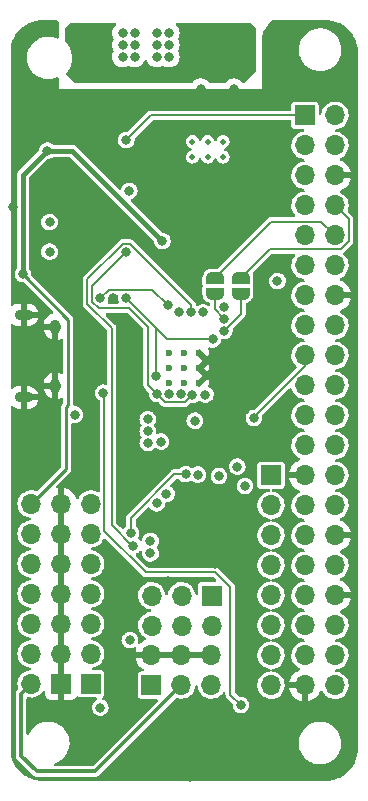
<source format=gbr>
%TF.GenerationSoftware,KiCad,Pcbnew,(6.0.0-0)*%
%TF.CreationDate,2022-01-13T06:26:06-05:00*%
%TF.ProjectId,piUAV,70695541-562e-46b6-9963-61645f706362,rev?*%
%TF.SameCoordinates,Original*%
%TF.FileFunction,Copper,L4,Bot*%
%TF.FilePolarity,Positive*%
%FSLAX46Y46*%
G04 Gerber Fmt 4.6, Leading zero omitted, Abs format (unit mm)*
G04 Created by KiCad (PCBNEW (6.0.0-0)) date 2022-01-13 06:26:06*
%MOMM*%
%LPD*%
G01*
G04 APERTURE LIST*
G04 Aperture macros list*
%AMFreePoly0*
4,1,22,0.500000,-0.750000,0.000000,-0.750000,0.000000,-0.745033,-0.079941,-0.743568,-0.215256,-0.701293,-0.333266,-0.622738,-0.424486,-0.514219,-0.481581,-0.384460,-0.499164,-0.250000,-0.500000,-0.250000,-0.500000,0.250000,-0.499164,0.250000,-0.499963,0.256109,-0.478152,0.396186,-0.417904,0.524511,-0.324060,0.630769,-0.204165,0.706417,-0.067858,0.745374,0.000000,0.744959,0.000000,0.750000,
0.500000,0.750000,0.500000,-0.750000,0.500000,-0.750000,$1*%
%AMFreePoly1*
4,1,20,0.000000,0.744959,0.073905,0.744508,0.209726,0.703889,0.328688,0.626782,0.421226,0.519385,0.479903,0.390333,0.500000,0.250000,0.500000,-0.250000,0.499851,-0.262216,0.476331,-0.402017,0.414519,-0.529596,0.319384,-0.634700,0.198574,-0.708877,0.061801,-0.746166,0.000000,-0.745033,0.000000,-0.750000,-0.500000,-0.750000,-0.500000,0.750000,0.000000,0.750000,0.000000,0.744959,
0.000000,0.744959,$1*%
G04 Aperture macros list end*
%TA.AperFunction,ComponentPad*%
%ADD10R,1.700000X1.700000*%
%TD*%
%TA.AperFunction,ComponentPad*%
%ADD11O,1.700000X1.700000*%
%TD*%
%TA.AperFunction,ComponentPad*%
%ADD12C,0.600000*%
%TD*%
%TA.AperFunction,ComponentPad*%
%ADD13C,0.499999*%
%TD*%
%TA.AperFunction,ComponentPad*%
%ADD14O,1.550000X0.890000*%
%TD*%
%TA.AperFunction,ComponentPad*%
%ADD15O,0.950000X1.250000*%
%TD*%
%TA.AperFunction,SMDPad,CuDef*%
%ADD16FreePoly0,270.000000*%
%TD*%
%TA.AperFunction,SMDPad,CuDef*%
%ADD17FreePoly1,270.000000*%
%TD*%
%TA.AperFunction,ViaPad*%
%ADD18C,0.800000*%
%TD*%
%TA.AperFunction,Conductor*%
%ADD19C,0.200000*%
%TD*%
%TA.AperFunction,Conductor*%
%ADD20C,0.250000*%
%TD*%
%TA.AperFunction,Conductor*%
%ADD21C,0.400000*%
%TD*%
%TA.AperFunction,Conductor*%
%ADD22C,0.300000*%
%TD*%
G04 APERTURE END LIST*
D10*
%TO.P,J6,1,Pin_1*%
%TO.N,3V3_IO*%
X122225000Y-100600000D03*
D11*
%TO.P,J6,2,Pin_2*%
%TO.N,GND*%
X122225000Y-98060000D03*
%TO.P,J6,3,Pin_3*%
%TO.N,+5V*%
X124765000Y-100600000D03*
%TO.P,J6,4,Pin_4*%
%TO.N,GND*%
X124765000Y-98060000D03*
%TO.P,J6,5,Pin_5*%
%TO.N,+5V*%
X127305000Y-100600000D03*
%TO.P,J6,6,Pin_6*%
%TO.N,GND*%
X127305000Y-98060000D03*
%TD*%
D12*
%TO.P,U1,57,GND*%
%TO.N,GND*%
X125000000Y-73750000D03*
X126275000Y-75025000D03*
X125000000Y-75025000D03*
X126275000Y-72475000D03*
X126275000Y-73750000D03*
X125000000Y-72475000D03*
X123725000Y-72475000D03*
X123725000Y-75025000D03*
X123725000Y-73750000D03*
%TD*%
D10*
%TO.P,J2,1,Pin_1*%
%TO.N,3V3_IO*%
X127325000Y-93025000D03*
D11*
%TO.P,J2,2,Pin_2*%
X127325000Y-95565000D03*
%TO.P,J2,3,Pin_3*%
%TO.N,FC_UART1_TX*%
X124785000Y-93025000D03*
%TO.P,J2,4,Pin_4*%
%TO.N,FC_UART1_RX*%
X124785000Y-95565000D03*
%TO.P,J2,5,Pin_5*%
%TO.N,FC_UART0_TX*%
X122245000Y-93025000D03*
%TO.P,J2,6,Pin_6*%
%TO.N,FC_UART0_RX*%
X122245000Y-95565000D03*
%TD*%
D10*
%TO.P,J3,1,Pin_1*%
%TO.N,FC_SERVO_1*%
X117100000Y-100500000D03*
D11*
%TO.P,J3,2,Pin_2*%
%TO.N,FC_SERVO_2*%
X117100000Y-97960000D03*
%TO.P,J3,3,Pin_3*%
%TO.N,FC_SERVO_3*%
X117100000Y-95420000D03*
%TO.P,J3,4,Pin_4*%
%TO.N,FC_SERVO_4*%
X117100000Y-92880000D03*
%TO.P,J3,5,Pin_5*%
%TO.N,FC_SERVO_5*%
X117100000Y-90340000D03*
%TO.P,J3,6,Pin_6*%
%TO.N,FC_SERVO_6*%
X117100000Y-87800000D03*
%TO.P,J3,7,Pin_7*%
%TO.N,FC_RADIO_PPM*%
X117100000Y-85260000D03*
%TD*%
D10*
%TO.P,J7,1,Pin_1*%
%TO.N,+3V3*%
X135225000Y-52375000D03*
D11*
%TO.P,J7,2,Pin_2*%
%TO.N,REG_5VIN*%
X137765000Y-52375000D03*
%TO.P,J7,3,Pin_3*%
%TO.N,unconnected-(J7-Pad3)*%
X135225000Y-54915000D03*
%TO.P,J7,4,Pin_4*%
%TO.N,REG_5VIN*%
X137765000Y-54915000D03*
%TO.P,J7,5,Pin_5*%
%TO.N,unconnected-(J7-Pad5)*%
X135225000Y-57455000D03*
%TO.P,J7,6,Pin_6*%
%TO.N,GND*%
X137765000Y-57455000D03*
%TO.P,J7,7,Pin_7*%
%TO.N,unconnected-(J7-Pad7)*%
X135225000Y-59995000D03*
%TO.P,J7,8,Pin_8*%
%TO.N,Net-(J7-Pad8)*%
X137765000Y-59995000D03*
%TO.P,J7,9,Pin_9*%
%TO.N,unconnected-(J7-Pad9)*%
X135225000Y-62535000D03*
%TO.P,J7,10,Pin_10*%
%TO.N,Net-(J7-Pad10)*%
X137765000Y-62535000D03*
%TO.P,J7,11,Pin_11*%
%TO.N,DISP_RESET*%
X135225000Y-65075000D03*
%TO.P,J7,12,Pin_12*%
%TO.N,unconnected-(J7-Pad12)*%
X137765000Y-65075000D03*
%TO.P,J7,13,Pin_13*%
%TO.N,unconnected-(J7-Pad13)*%
X135225000Y-67615000D03*
%TO.P,J7,14,Pin_14*%
%TO.N,GND*%
X137765000Y-67615000D03*
%TO.P,J7,15,Pin_15*%
%TO.N,unconnected-(J7-Pad15)*%
X135225000Y-70155000D03*
%TO.P,J7,16,Pin_16*%
%TO.N,unconnected-(J7-Pad16)*%
X137765000Y-70155000D03*
%TO.P,J7,17,Pin_17*%
%TO.N,DISP_VCC*%
X135225000Y-72695000D03*
%TO.P,J7,18,Pin_18*%
%TO.N,DISP_BUSY*%
X137765000Y-72695000D03*
%TO.P,J7,19,Pin_19*%
%TO.N,DISP_DIN*%
X135225000Y-75235000D03*
%TO.P,J7,20,Pin_20*%
%TO.N,DISP_GND*%
X137765000Y-75235000D03*
%TO.P,J7,21,Pin_21*%
%TO.N,unconnected-(J7-Pad21)*%
X135225000Y-77775000D03*
%TO.P,J7,22,Pin_22*%
%TO.N,DISP_DC*%
X137765000Y-77775000D03*
%TO.P,J7,23,Pin_23*%
%TO.N,DISP_CLK*%
X135225000Y-80315000D03*
%TO.P,J7,24,Pin_24*%
%TO.N,DISP_CS*%
X137765000Y-80315000D03*
%TO.P,J7,25,Pin_25*%
%TO.N,GND*%
X135225000Y-82855000D03*
%TO.P,J7,26,Pin_26*%
%TO.N,unconnected-(J7-Pad26)*%
X137765000Y-82855000D03*
%TO.P,J7,27,Pin_27*%
%TO.N,unconnected-(J7-Pad27)*%
X135225000Y-85395000D03*
%TO.P,J7,28,Pin_28*%
%TO.N,unconnected-(J7-Pad28)*%
X137765000Y-85395000D03*
%TO.P,J7,29,Pin_29*%
%TO.N,unconnected-(J7-Pad29)*%
X135225000Y-87935000D03*
%TO.P,J7,30,Pin_30*%
%TO.N,GND*%
X137765000Y-87935000D03*
%TO.P,J7,31,Pin_31*%
%TO.N,unconnected-(J7-Pad31)*%
X135225000Y-90475000D03*
%TO.P,J7,32,Pin_32*%
%TO.N,unconnected-(J7-Pad32)*%
X137765000Y-90475000D03*
%TO.P,J7,33,Pin_33*%
%TO.N,unconnected-(J7-Pad33)*%
X135225000Y-93015000D03*
%TO.P,J7,34,Pin_34*%
%TO.N,GND*%
X137765000Y-93015000D03*
%TO.P,J7,35,Pin_35*%
%TO.N,unconnected-(J7-Pad35)*%
X135225000Y-95555000D03*
%TO.P,J7,36,Pin_36*%
%TO.N,unconnected-(J7-Pad36)*%
X137765000Y-95555000D03*
%TO.P,J7,37,Pin_37*%
%TO.N,unconnected-(J7-Pad37)*%
X135225000Y-98095000D03*
%TO.P,J7,38,Pin_38*%
%TO.N,unconnected-(J7-Pad38)*%
X137765000Y-98095000D03*
%TO.P,J7,39,Pin_39*%
%TO.N,GND*%
X135225000Y-100635000D03*
%TO.P,J7,40,Pin_40*%
%TO.N,unconnected-(J7-Pad40)*%
X137765000Y-100635000D03*
%TD*%
D10*
%TO.P,J5,1,Pin_1*%
%TO.N,GND*%
X114575000Y-100500000D03*
D11*
%TO.P,J5,2,Pin_2*%
%TO.N,+5V*%
X112035000Y-100500000D03*
%TO.P,J5,3,Pin_3*%
%TO.N,GND*%
X114575000Y-97960000D03*
%TO.P,J5,4,Pin_4*%
%TO.N,+5V*%
X112035000Y-97960000D03*
%TO.P,J5,5,Pin_5*%
%TO.N,GND*%
X114575000Y-95420000D03*
%TO.P,J5,6,Pin_6*%
%TO.N,+5V*%
X112035000Y-95420000D03*
%TO.P,J5,7,Pin_7*%
%TO.N,GND*%
X114575000Y-92880000D03*
%TO.P,J5,8,Pin_8*%
%TO.N,+5V*%
X112035000Y-92880000D03*
%TO.P,J5,9,Pin_9*%
%TO.N,GND*%
X114575000Y-90340000D03*
%TO.P,J5,10,Pin_10*%
%TO.N,+5V*%
X112035000Y-90340000D03*
%TO.P,J5,11,Pin_11*%
%TO.N,GND*%
X114575000Y-87800000D03*
%TO.P,J5,12,Pin_12*%
%TO.N,+5V*%
X112035000Y-87800000D03*
%TO.P,J5,13,Pin_13*%
%TO.N,GND*%
X114575000Y-85260000D03*
%TO.P,J5,14,Pin_14*%
%TO.N,+5V*%
X112035000Y-85260000D03*
%TD*%
D13*
%TO.P,U5,V*%
%TO.N,N/C*%
X127000000Y-55900001D03*
X125700000Y-55900001D03*
X125700000Y-54599999D03*
X128300000Y-55900001D03*
X128300000Y-54599999D03*
X127000000Y-54599999D03*
%TD*%
D14*
%TO.P,J1,6,Shield*%
%TO.N,GND*%
X111400000Y-76250000D03*
X111400000Y-69250000D03*
D15*
X114100000Y-70250000D03*
X114100000Y-75250000D03*
%TD*%
D10*
%TO.P,J8,1,Pin_1*%
%TO.N,DISP_VCC*%
X132350000Y-82840000D03*
D11*
%TO.P,J8,2,Pin_2*%
%TO.N,DISP_GND*%
X132350000Y-85380000D03*
%TO.P,J8,3,Pin_3*%
%TO.N,DISP_DIN*%
X132350000Y-87920000D03*
%TO.P,J8,4,Pin_4*%
%TO.N,DISP_CLK*%
X132350000Y-90460000D03*
%TO.P,J8,5,Pin_5*%
%TO.N,DISP_CS*%
X132350000Y-93000000D03*
%TO.P,J8,6,Pin_6*%
%TO.N,DISP_DC*%
X132350000Y-95540000D03*
%TO.P,J8,7,Pin_7*%
%TO.N,DISP_RESET*%
X132350000Y-98080000D03*
%TO.P,J8,8,Pin_8*%
%TO.N,DISP_BUSY*%
X132350000Y-100620000D03*
%TD*%
D16*
%TO.P,JP4,1,A*%
%TO.N,Net-(J7-Pad8)*%
X129800000Y-66150000D03*
D17*
%TO.P,JP4,2,B*%
%TO.N,FC_UART0_RX*%
X129800000Y-67450000D03*
%TD*%
D16*
%TO.P,JP5,1,A*%
%TO.N,Net-(J7-Pad10)*%
X127600000Y-66150000D03*
D17*
%TO.P,JP5,2,B*%
%TO.N,FC_UART0_TX*%
X127600000Y-67450000D03*
%TD*%
D18*
%TO.N,+1V1*%
X120100000Y-67850000D03*
X127415319Y-71337955D03*
X122650000Y-74400000D03*
%TO.N,GND*%
X133500000Y-46400000D03*
X124800000Y-55250000D03*
X127600000Y-90350000D03*
X115750000Y-59100000D03*
X123700000Y-46400000D03*
X120800000Y-47400000D03*
X125500000Y-108400000D03*
X131300000Y-76000000D03*
X129100000Y-55250000D03*
X129200000Y-50150000D03*
X125500000Y-106400000D03*
X132500000Y-45400000D03*
X118155591Y-62994357D03*
X119250000Y-101800000D03*
X133500000Y-45400000D03*
X132500000Y-47400000D03*
X122700000Y-45400000D03*
X119750000Y-77650000D03*
X131300000Y-68900000D03*
X120800000Y-45400000D03*
X110550000Y-60150000D03*
X119800000Y-47400000D03*
X123600000Y-91800000D03*
X128900000Y-85850000D03*
X134100000Y-103250000D03*
X123700000Y-47400000D03*
X123150000Y-64100000D03*
X132500000Y-46400000D03*
X126400000Y-50150000D03*
X125500000Y-104300000D03*
X113600000Y-51499500D03*
X123700000Y-45400000D03*
X122700000Y-47400000D03*
X112700000Y-60050000D03*
X120800000Y-46400000D03*
X119800000Y-46400000D03*
X111400000Y-83000000D03*
X122700000Y-46400000D03*
X133500000Y-47400000D03*
X119800000Y-45400000D03*
X118950000Y-67850000D03*
%TO.N,/3V_MCU*%
X120100000Y-63950000D03*
X122700994Y-75950000D03*
X113600000Y-63900000D03*
X125696962Y-76021212D03*
%TO.N,3V3_IO*%
X123600000Y-68450000D03*
X117900000Y-67850000D03*
X113600000Y-61400000D03*
X115752125Y-77702125D03*
X126145137Y-82780429D03*
%TO.N,REG_5VIN*%
X120350000Y-58750000D03*
%TO.N,+3V3*%
X120100000Y-54450000D03*
%TO.N,VCC*%
X130000000Y-45400000D03*
X130000000Y-47400000D03*
X129000000Y-45400000D03*
X129000000Y-46400000D03*
X116500000Y-47400000D03*
X116500000Y-46400000D03*
X127000000Y-45400000D03*
X129000000Y-47400000D03*
X127000000Y-47400000D03*
X117500000Y-45400000D03*
X126000000Y-47400000D03*
X116500000Y-45400000D03*
X117500000Y-47400000D03*
X127000000Y-46400000D03*
X117500000Y-46400000D03*
X126000000Y-46400000D03*
X126000000Y-45400000D03*
X130000000Y-46400000D03*
%TO.N,+5V*%
X113400000Y-55350000D03*
X123150000Y-63000000D03*
X111350000Y-65800000D03*
%TO.N,FC_STATUS_BLUE*%
X132900000Y-66400000D03*
X124600000Y-69050000D03*
X129500000Y-82100000D03*
%TO.N,FC_STATUS_RED*%
X127943668Y-82900000D03*
X126599503Y-69050000D03*
X120400000Y-96800000D03*
X130140111Y-83740111D03*
%TO.N,FC_STATUS_GREEN*%
X125600000Y-69050000D03*
X120705080Y-88800000D03*
%TO.N,FC_UART1_TX*%
X125899500Y-78222534D03*
%TO.N,FC_UART1_RX*%
X126800000Y-76000000D03*
%TO.N,FC_UART0_TX*%
X128400000Y-69600000D03*
%TO.N,FC_UART0_RX*%
X128400000Y-70600000D03*
%TO.N,FC_SERVO_1*%
X120481973Y-87701325D03*
X125115957Y-82748316D03*
%TO.N,FC_SPI0_MISO*%
X121924500Y-78100000D03*
%TO.N,FC_SPI0_SCK*%
X121924500Y-80099006D03*
%TO.N,FC_SPI0_MOSI*%
X123031375Y-79981375D03*
%TO.N,FC_SPI0_CS*%
X121924500Y-79099503D03*
%TO.N,DISP_VCC*%
X130900000Y-78000000D03*
%TO.N,FC_BOOTSEL*%
X118150000Y-75849500D03*
X129800000Y-102300000D03*
%TO.N,FC_I2C0_SCL*%
X122150000Y-88400000D03*
X123500000Y-84400500D03*
X124700000Y-75950000D03*
%TO.N,FC_I2C0_SDA*%
X122679399Y-85214946D03*
X123700497Y-75950000D03*
X122150000Y-89450000D03*
%TO.N,FC_RUN*%
X117900000Y-102500000D03*
X128400000Y-68600497D03*
%TD*%
D19*
%TO.N,+1V1*%
X122650000Y-74400000D02*
X122650000Y-70400000D01*
X123587955Y-71337955D02*
X127415319Y-71337955D01*
X122650000Y-70400000D02*
X120100000Y-67850000D01*
X122650000Y-70400000D02*
X123587955Y-71337955D01*
%TO.N,/3V_MCU*%
X117200489Y-68139748D02*
X117200489Y-66849511D01*
X125696962Y-76021212D02*
X125068663Y-76649511D01*
X117760741Y-68700000D02*
X117200489Y-68139748D01*
X121950489Y-70299511D02*
X120350978Y-68700000D01*
X120350978Y-68700000D02*
X117760741Y-68700000D01*
X123400505Y-76649511D02*
X122700994Y-75950000D01*
X121950489Y-75199495D02*
X121950489Y-70299511D01*
X122700994Y-75950000D02*
X121950489Y-75199495D01*
X117200489Y-66849511D02*
X120100000Y-63950000D01*
X125068663Y-76649511D02*
X123400505Y-76649511D01*
%TO.N,3V3_IO*%
X117900000Y-67850000D02*
X118599511Y-67150489D01*
X118599511Y-67150489D02*
X122300489Y-67150489D01*
X122300489Y-67150489D02*
X123600000Y-68450000D01*
%TO.N,+3V3*%
X135225000Y-52375000D02*
X122175000Y-52375000D01*
X122175000Y-52375000D02*
X120100000Y-54450000D01*
D20*
%TO.N,+5V*%
X115027614Y-82267386D02*
X112035000Y-85260000D01*
X111350000Y-65800000D02*
X115200000Y-69650000D01*
X115200000Y-76900000D02*
X115027614Y-77072386D01*
D21*
X111350000Y-57400000D02*
X113400000Y-55350000D01*
D22*
X111185000Y-101350000D02*
X111185000Y-106585000D01*
D20*
X115200000Y-69650000D02*
X115200000Y-76900000D01*
X115027614Y-77072386D02*
X115027614Y-82267386D01*
D22*
X117465000Y-107900000D02*
X124765000Y-100600000D01*
D21*
X115500000Y-55350000D02*
X113400000Y-55350000D01*
D22*
X111185000Y-106585000D02*
X112500000Y-107900000D01*
D21*
X111350000Y-65800000D02*
X111350000Y-57400000D01*
X123150000Y-63000000D02*
X115500000Y-55350000D01*
D22*
X112035000Y-100500000D02*
X111185000Y-101350000D01*
X112500000Y-107900000D02*
X117465000Y-107900000D01*
D19*
%TO.N,FC_STATUS_GREEN*%
X116800969Y-68305234D02*
X116800969Y-66259772D01*
X118849511Y-87058122D02*
X118849511Y-70353776D01*
X120705080Y-88800000D02*
X120591389Y-88800000D01*
X125600000Y-68460741D02*
X125600000Y-69050000D01*
X116800969Y-66259772D02*
X119810252Y-63250489D01*
X120591389Y-88800000D02*
X118849511Y-87058122D01*
X120389748Y-63250489D02*
X125600000Y-68460741D01*
X118849511Y-70353776D02*
X116800969Y-68305234D01*
X119810252Y-63250489D02*
X120389748Y-63250489D01*
%TO.N,FC_UART0_TX*%
X128400000Y-69600000D02*
X127600000Y-68800000D01*
X127600000Y-68800000D02*
X127600000Y-67450000D01*
%TO.N,FC_UART0_RX*%
X129800000Y-69189259D02*
X129800000Y-67450000D01*
X128400000Y-70600000D02*
X128400000Y-70589259D01*
X128400000Y-70589259D02*
X129800000Y-69189259D01*
%TO.N,FC_SERVO_1*%
X124156770Y-82748316D02*
X125115957Y-82748316D01*
X120481973Y-86423113D02*
X124156770Y-82748316D01*
X120481973Y-87701325D02*
X120481973Y-86423113D01*
%TO.N,Net-(J7-Pad8)*%
X132265489Y-63684511D02*
X138241144Y-63684511D01*
X138914511Y-61144511D02*
X137765000Y-59995000D01*
X138241144Y-63684511D02*
X138914511Y-63011144D01*
X129800000Y-66150000D02*
X132265489Y-63684511D01*
X138914511Y-63011144D02*
X138914511Y-61144511D01*
%TO.N,Net-(J7-Pad10)*%
X127600000Y-66150000D02*
X132364511Y-61385489D01*
X132364511Y-61385489D02*
X136615489Y-61385489D01*
X136615489Y-61385489D02*
X137765000Y-62535000D01*
%TO.N,DISP_VCC*%
X135225000Y-73609345D02*
X135225000Y-72695000D01*
X130900000Y-78000000D02*
X130900000Y-77934345D01*
X130900000Y-77934345D02*
X135225000Y-73609345D01*
%TO.N,FC_BOOTSEL*%
X118249511Y-87549511D02*
X118249511Y-75949011D01*
X128900000Y-92300978D02*
X127648533Y-91049511D01*
X129800000Y-102300000D02*
X128900000Y-101400000D01*
X118249511Y-75949011D02*
X118150000Y-75849500D01*
X121749511Y-91049511D02*
X118249511Y-87549511D01*
X128900000Y-101400000D02*
X128900000Y-92300978D01*
X127648533Y-91049511D02*
X121749511Y-91049511D01*
%TD*%
%TA.AperFunction,Conductor*%
%TO.N,VCC*%
G36*
X119166368Y-44528002D02*
G01*
X119212861Y-44581658D01*
X119222965Y-44651932D01*
X119193471Y-44716512D01*
X119189407Y-44720655D01*
X119188747Y-44721134D01*
X119060960Y-44863056D01*
X118965473Y-45028444D01*
X118906458Y-45210072D01*
X118886496Y-45400000D01*
X118906458Y-45589928D01*
X118965473Y-45771556D01*
X118968776Y-45777278D01*
X118968777Y-45777279D01*
X119003257Y-45837000D01*
X119019995Y-45905995D01*
X119003257Y-45963000D01*
X118971236Y-46018463D01*
X118965473Y-46028444D01*
X118906458Y-46210072D01*
X118886496Y-46400000D01*
X118887186Y-46406565D01*
X118899977Y-46528261D01*
X118906458Y-46589928D01*
X118965473Y-46771556D01*
X118968776Y-46777278D01*
X118968777Y-46777279D01*
X119003257Y-46837000D01*
X119019995Y-46905995D01*
X119003257Y-46963000D01*
X118965473Y-47028444D01*
X118906458Y-47210072D01*
X118886496Y-47400000D01*
X118887186Y-47406565D01*
X118901696Y-47544616D01*
X118906458Y-47589928D01*
X118965473Y-47771556D01*
X119060960Y-47936944D01*
X119188747Y-48078866D01*
X119198222Y-48085750D01*
X119300000Y-48159696D01*
X119343248Y-48191118D01*
X119349276Y-48193802D01*
X119349278Y-48193803D01*
X119351248Y-48194680D01*
X119517712Y-48268794D01*
X119611113Y-48288647D01*
X119698056Y-48307128D01*
X119698061Y-48307128D01*
X119704513Y-48308500D01*
X119895487Y-48308500D01*
X119901939Y-48307128D01*
X119901944Y-48307128D01*
X119988887Y-48288647D01*
X120082288Y-48268794D01*
X120248752Y-48194680D01*
X120319118Y-48185246D01*
X120351247Y-48194680D01*
X120517712Y-48268794D01*
X120611113Y-48288647D01*
X120698056Y-48307128D01*
X120698061Y-48307128D01*
X120704513Y-48308500D01*
X120895487Y-48308500D01*
X120901939Y-48307128D01*
X120901944Y-48307128D01*
X120988887Y-48288647D01*
X121082288Y-48268794D01*
X121248752Y-48194680D01*
X121250722Y-48193803D01*
X121250724Y-48193802D01*
X121256752Y-48191118D01*
X121300001Y-48159696D01*
X121401778Y-48085750D01*
X121411253Y-48078866D01*
X121539040Y-47936944D01*
X121634527Y-47771556D01*
X121635626Y-47768174D01*
X121680874Y-47714940D01*
X121748802Y-47694291D01*
X121817109Y-47713644D01*
X121864383Y-47768200D01*
X121865473Y-47771556D01*
X121960960Y-47936944D01*
X122088747Y-48078866D01*
X122098222Y-48085750D01*
X122200000Y-48159696D01*
X122243248Y-48191118D01*
X122249276Y-48193802D01*
X122249278Y-48193803D01*
X122251248Y-48194680D01*
X122417712Y-48268794D01*
X122511113Y-48288647D01*
X122598056Y-48307128D01*
X122598061Y-48307128D01*
X122604513Y-48308500D01*
X122795487Y-48308500D01*
X122801939Y-48307128D01*
X122801944Y-48307128D01*
X122888887Y-48288647D01*
X122982288Y-48268794D01*
X123148752Y-48194680D01*
X123219118Y-48185246D01*
X123251247Y-48194680D01*
X123417712Y-48268794D01*
X123511113Y-48288647D01*
X123598056Y-48307128D01*
X123598061Y-48307128D01*
X123604513Y-48308500D01*
X123795487Y-48308500D01*
X123801939Y-48307128D01*
X123801944Y-48307128D01*
X123888887Y-48288647D01*
X123982288Y-48268794D01*
X124148752Y-48194680D01*
X124150722Y-48193803D01*
X124150724Y-48193802D01*
X124156752Y-48191118D01*
X124200001Y-48159696D01*
X124301778Y-48085750D01*
X124311253Y-48078866D01*
X124439040Y-47936944D01*
X124534527Y-47771556D01*
X124593542Y-47589928D01*
X124598305Y-47544616D01*
X124612814Y-47406565D01*
X124613504Y-47400000D01*
X124593542Y-47210072D01*
X124534527Y-47028444D01*
X124496743Y-46963000D01*
X124480005Y-46894005D01*
X124496743Y-46837000D01*
X124531223Y-46777279D01*
X124531224Y-46777278D01*
X124534527Y-46771556D01*
X124593542Y-46589928D01*
X124600024Y-46528261D01*
X124612814Y-46406565D01*
X124613504Y-46400000D01*
X124593542Y-46210072D01*
X124534527Y-46028444D01*
X124528765Y-46018463D01*
X124496743Y-45963000D01*
X124480005Y-45894005D01*
X124496743Y-45837000D01*
X124531223Y-45777279D01*
X124531224Y-45777278D01*
X124534527Y-45771556D01*
X124593542Y-45589928D01*
X124613504Y-45400000D01*
X124593542Y-45210072D01*
X124534527Y-45028444D01*
X124439040Y-44863056D01*
X124311253Y-44721134D01*
X124312656Y-44719870D01*
X124280201Y-44667183D01*
X124281557Y-44596199D01*
X124321074Y-44537217D01*
X124386206Y-44508963D01*
X124401753Y-44508000D01*
X130555810Y-44508000D01*
X130623931Y-44528002D01*
X130644905Y-44544905D01*
X131063095Y-44963095D01*
X131097121Y-45025407D01*
X131100000Y-45052190D01*
X131100000Y-48547810D01*
X131079998Y-48615931D01*
X131063095Y-48636905D01*
X130136905Y-49563095D01*
X130074593Y-49597121D01*
X130047810Y-49600000D01*
X129983382Y-49600000D01*
X129915261Y-49579998D01*
X129889752Y-49558316D01*
X129811253Y-49471134D01*
X129656752Y-49358882D01*
X129650724Y-49356198D01*
X129650722Y-49356197D01*
X129488319Y-49283891D01*
X129488318Y-49283891D01*
X129482288Y-49281206D01*
X129388888Y-49261353D01*
X129301944Y-49242872D01*
X129301939Y-49242872D01*
X129295487Y-49241500D01*
X129104513Y-49241500D01*
X129098061Y-49242872D01*
X129098056Y-49242872D01*
X129011112Y-49261353D01*
X128917712Y-49281206D01*
X128911682Y-49283891D01*
X128911681Y-49283891D01*
X128749278Y-49356197D01*
X128749276Y-49356198D01*
X128743248Y-49358882D01*
X128588747Y-49471134D01*
X128510252Y-49558312D01*
X128449809Y-49595550D01*
X128416618Y-49600000D01*
X127183382Y-49600000D01*
X127115261Y-49579998D01*
X127089752Y-49558316D01*
X127011253Y-49471134D01*
X126856752Y-49358882D01*
X126850724Y-49356198D01*
X126850722Y-49356197D01*
X126688319Y-49283891D01*
X126688318Y-49283891D01*
X126682288Y-49281206D01*
X126588888Y-49261353D01*
X126501944Y-49242872D01*
X126501939Y-49242872D01*
X126495487Y-49241500D01*
X126304513Y-49241500D01*
X126298061Y-49242872D01*
X126298056Y-49242872D01*
X126211112Y-49261353D01*
X126117712Y-49281206D01*
X126111682Y-49283891D01*
X126111681Y-49283891D01*
X125949278Y-49356197D01*
X125949276Y-49356198D01*
X125943248Y-49358882D01*
X125788747Y-49471134D01*
X125710252Y-49558312D01*
X125649809Y-49595550D01*
X125616618Y-49600000D01*
X115737320Y-49600000D01*
X115669199Y-49579998D01*
X115648225Y-49563095D01*
X115048909Y-48963779D01*
X115014883Y-48901467D01*
X115019948Y-48830652D01*
X115038058Y-48799675D01*
X115037286Y-48799108D01*
X115196834Y-48581909D01*
X115199372Y-48578454D01*
X115330012Y-48337845D01*
X115384441Y-48193803D01*
X115425271Y-48085750D01*
X115425272Y-48085746D01*
X115426789Y-48081732D01*
X115487912Y-47814854D01*
X115491777Y-47771556D01*
X115512031Y-47544616D01*
X115512251Y-47542151D01*
X115512692Y-47500000D01*
X115505427Y-47393435D01*
X115494362Y-47231123D01*
X115494361Y-47231117D01*
X115494070Y-47226846D01*
X115491956Y-47216635D01*
X115439419Y-46962944D01*
X115438550Y-46958747D01*
X115347157Y-46700664D01*
X115335251Y-46677595D01*
X115223550Y-46461178D01*
X115223549Y-46461177D01*
X115221585Y-46457371D01*
X115176650Y-46393435D01*
X115066619Y-46236877D01*
X115066614Y-46236871D01*
X115064155Y-46233372D01*
X114933700Y-46092986D01*
X114901981Y-46029469D01*
X114900000Y-46007215D01*
X114900000Y-45052190D01*
X114920002Y-44984069D01*
X114936905Y-44963095D01*
X115355095Y-44544905D01*
X115417407Y-44510879D01*
X115444190Y-44508000D01*
X119098247Y-44508000D01*
X119166368Y-44528002D01*
G37*
%TD.AperFunction*%
%TD*%
%TA.AperFunction,Conductor*%
%TO.N,GND*%
G36*
X114268664Y-44320002D02*
G01*
X114307230Y-44358964D01*
X114323124Y-44384259D01*
X114335366Y-44409680D01*
X114377760Y-44530834D01*
X114384039Y-44558342D01*
X114399208Y-44692971D01*
X114400000Y-44707078D01*
X114400000Y-45734140D01*
X114379998Y-45802261D01*
X114326342Y-45848754D01*
X114256068Y-45858858D01*
X114218272Y-45847146D01*
X114180371Y-45828455D01*
X114180368Y-45828454D01*
X114176183Y-45826390D01*
X114163469Y-45822320D01*
X114053013Y-45786963D01*
X113921380Y-45744827D01*
X113916773Y-45744077D01*
X113916770Y-45744076D01*
X113661931Y-45702573D01*
X113661932Y-45702573D01*
X113657320Y-45701822D01*
X113527414Y-45700121D01*
X113394482Y-45698381D01*
X113394479Y-45698381D01*
X113389805Y-45698320D01*
X113124710Y-45734398D01*
X113120224Y-45735706D01*
X113120222Y-45735706D01*
X113051454Y-45755750D01*
X112867859Y-45809263D01*
X112863606Y-45811224D01*
X112863605Y-45811224D01*
X112814481Y-45833871D01*
X112624896Y-45921270D01*
X112589130Y-45944719D01*
X112405070Y-46065394D01*
X112405065Y-46065398D01*
X112401157Y-46067960D01*
X112301358Y-46157034D01*
X112217607Y-46231785D01*
X112201558Y-46246109D01*
X112030483Y-46451804D01*
X111891691Y-46680526D01*
X111889882Y-46684840D01*
X111889881Y-46684842D01*
X111799862Y-46899514D01*
X111788231Y-46927250D01*
X111722376Y-47186557D01*
X111695572Y-47452749D01*
X111696333Y-47468588D01*
X111708408Y-47719980D01*
X111760602Y-47982378D01*
X111851008Y-48234179D01*
X111853224Y-48238303D01*
X111940696Y-48401096D01*
X111977639Y-48469851D01*
X111980434Y-48473594D01*
X111980436Y-48473597D01*
X112134922Y-48680479D01*
X112134927Y-48680485D01*
X112137714Y-48684217D01*
X112141023Y-48687497D01*
X112141028Y-48687503D01*
X112241852Y-48787451D01*
X112327716Y-48872569D01*
X112331478Y-48875327D01*
X112331481Y-48875330D01*
X112447385Y-48960314D01*
X112543471Y-49030767D01*
X112547606Y-49032943D01*
X112547610Y-49032945D01*
X112677144Y-49101096D01*
X112780239Y-49155337D01*
X113032819Y-49243542D01*
X113037412Y-49244414D01*
X113291074Y-49292573D01*
X113291077Y-49292573D01*
X113295663Y-49293444D01*
X113422621Y-49298432D01*
X113558327Y-49303764D01*
X113558332Y-49303764D01*
X113562995Y-49303947D01*
X113666851Y-49292573D01*
X113824291Y-49275331D01*
X113824296Y-49275330D01*
X113828944Y-49274821D01*
X113995270Y-49231031D01*
X114083143Y-49207896D01*
X114083145Y-49207895D01*
X114087666Y-49206705D01*
X114091963Y-49204859D01*
X114224262Y-49148019D01*
X114294747Y-49139507D01*
X114358644Y-49170452D01*
X114395668Y-49231031D01*
X114400000Y-49263787D01*
X114400000Y-50100000D01*
X131600000Y-50100000D01*
X131600000Y-46752749D01*
X134695572Y-46752749D01*
X134696333Y-46768588D01*
X134708408Y-47019980D01*
X134760602Y-47282378D01*
X134851008Y-47534179D01*
X134853224Y-47538303D01*
X134953308Y-47724568D01*
X134977639Y-47769851D01*
X134980434Y-47773594D01*
X134980436Y-47773597D01*
X135134922Y-47980479D01*
X135134927Y-47980485D01*
X135137714Y-47984217D01*
X135141023Y-47987497D01*
X135141028Y-47987503D01*
X135272025Y-48117362D01*
X135327716Y-48172569D01*
X135331478Y-48175327D01*
X135331481Y-48175330D01*
X135539700Y-48328002D01*
X135543471Y-48330767D01*
X135547606Y-48332943D01*
X135547610Y-48332945D01*
X135601493Y-48361294D01*
X135780239Y-48455337D01*
X136032819Y-48543542D01*
X136037412Y-48544414D01*
X136291074Y-48592573D01*
X136291077Y-48592573D01*
X136295663Y-48593444D01*
X136422621Y-48598432D01*
X136558327Y-48603764D01*
X136558332Y-48603764D01*
X136562995Y-48603947D01*
X136666851Y-48592573D01*
X136824291Y-48575331D01*
X136824296Y-48575330D01*
X136828944Y-48574821D01*
X136953607Y-48542000D01*
X137083143Y-48507896D01*
X137083145Y-48507895D01*
X137087666Y-48506705D01*
X137203637Y-48456880D01*
X137329184Y-48402941D01*
X137329186Y-48402940D01*
X137333478Y-48401096D01*
X137560980Y-48260314D01*
X137597054Y-48229775D01*
X137761608Y-48090470D01*
X137761609Y-48090469D01*
X137765174Y-48087451D01*
X137843309Y-47998355D01*
X137938493Y-47889819D01*
X137938496Y-47889814D01*
X137941575Y-47886304D01*
X137961980Y-47854581D01*
X138083781Y-47665220D01*
X138083783Y-47665217D01*
X138086306Y-47661294D01*
X138196189Y-47417362D01*
X138250578Y-47224513D01*
X138267540Y-47164372D01*
X138267541Y-47164369D01*
X138268810Y-47159868D01*
X138289148Y-47000000D01*
X138302175Y-46897599D01*
X138302175Y-46897595D01*
X138302573Y-46894469D01*
X138305047Y-46800000D01*
X138299128Y-46720356D01*
X138285566Y-46537849D01*
X138285565Y-46537845D01*
X138285220Y-46533197D01*
X138226175Y-46272255D01*
X138217407Y-46249708D01*
X138130902Y-46027260D01*
X138130901Y-46027258D01*
X138129209Y-46022907D01*
X138114427Y-45997043D01*
X138072583Y-45923833D01*
X137996452Y-45790631D01*
X137830820Y-45580528D01*
X137742119Y-45497086D01*
X137639354Y-45400414D01*
X137639351Y-45400412D01*
X137635953Y-45397215D01*
X137416131Y-45244719D01*
X137411940Y-45242652D01*
X137180371Y-45128455D01*
X137180368Y-45128454D01*
X137176183Y-45126390D01*
X137128805Y-45111224D01*
X137065037Y-45090812D01*
X136921380Y-45044827D01*
X136916773Y-45044077D01*
X136916770Y-45044076D01*
X136661931Y-45002573D01*
X136661932Y-45002573D01*
X136657320Y-45001822D01*
X136527414Y-45000121D01*
X136394482Y-44998381D01*
X136394479Y-44998381D01*
X136389805Y-44998320D01*
X136124710Y-45034398D01*
X136120224Y-45035706D01*
X136120222Y-45035706D01*
X136051454Y-45055750D01*
X135867859Y-45109263D01*
X135863606Y-45111224D01*
X135863605Y-45111224D01*
X135826228Y-45128455D01*
X135624896Y-45221270D01*
X135620987Y-45223833D01*
X135405070Y-45365394D01*
X135405065Y-45365398D01*
X135401157Y-45367960D01*
X135201558Y-45546109D01*
X135030483Y-45751804D01*
X134891691Y-45980526D01*
X134788231Y-46227250D01*
X134787080Y-46231782D01*
X134787079Y-46231785D01*
X134768085Y-46306574D01*
X134722376Y-46486557D01*
X134695572Y-46752749D01*
X131600000Y-46752749D01*
X131600000Y-46004501D01*
X131600321Y-45995513D01*
X131603853Y-45946129D01*
X131619715Y-45724350D01*
X131622272Y-45706567D01*
X131679098Y-45445342D01*
X131684161Y-45428097D01*
X131699818Y-45386120D01*
X131777589Y-45177607D01*
X131785055Y-45161260D01*
X131801308Y-45131496D01*
X131848111Y-45045782D01*
X131913176Y-44926625D01*
X131922895Y-44911502D01*
X132083103Y-44697490D01*
X132094876Y-44683904D01*
X132283904Y-44494876D01*
X132297490Y-44483103D01*
X132508514Y-44325132D01*
X132575034Y-44300321D01*
X132584023Y-44300000D01*
X136962729Y-44300000D01*
X136984608Y-44301914D01*
X137000000Y-44304628D01*
X137010855Y-44302714D01*
X137021361Y-44302714D01*
X137034476Y-44301936D01*
X137295243Y-44316580D01*
X137309275Y-44318161D01*
X137451555Y-44342336D01*
X137593830Y-44366510D01*
X137607605Y-44369654D01*
X137884955Y-44449557D01*
X137898292Y-44454224D01*
X138062003Y-44522035D01*
X138164953Y-44564678D01*
X138177676Y-44570805D01*
X138329009Y-44654444D01*
X138430294Y-44710423D01*
X138442257Y-44717940D01*
X138677648Y-44884958D01*
X138688695Y-44893767D01*
X138889343Y-45073077D01*
X138903912Y-45086097D01*
X138913902Y-45096087D01*
X139035076Y-45231680D01*
X139106232Y-45311304D01*
X139115042Y-45322352D01*
X139282060Y-45557743D01*
X139289577Y-45569706D01*
X139328919Y-45640889D01*
X139421977Y-45809263D01*
X139429193Y-45822320D01*
X139435322Y-45835047D01*
X139452962Y-45877634D01*
X139545776Y-46101708D01*
X139550443Y-46115045D01*
X139630346Y-46392395D01*
X139633490Y-46406170D01*
X139681838Y-46690720D01*
X139683420Y-46704757D01*
X139695915Y-46927250D01*
X139698064Y-46965522D01*
X139697286Y-46978639D01*
X139697286Y-46989145D01*
X139695372Y-47000000D01*
X139697286Y-47010855D01*
X139698086Y-47015392D01*
X139700000Y-47037271D01*
X139700000Y-105962729D01*
X139698086Y-105984608D01*
X139695372Y-106000000D01*
X139697286Y-106010855D01*
X139697286Y-106021361D01*
X139698064Y-106034476D01*
X139684313Y-106279338D01*
X139683420Y-106295239D01*
X139681839Y-106309275D01*
X139671013Y-106372990D01*
X139633490Y-106593830D01*
X139630346Y-106607605D01*
X139550443Y-106884955D01*
X139545776Y-106898292D01*
X139461773Y-107101096D01*
X139435324Y-107164949D01*
X139429195Y-107177676D01*
X139393644Y-107242000D01*
X139289577Y-107430294D01*
X139282060Y-107442257D01*
X139115042Y-107677648D01*
X139106232Y-107688696D01*
X138913903Y-107903912D01*
X138903912Y-107913903D01*
X138688696Y-108106232D01*
X138677648Y-108115042D01*
X138442257Y-108282060D01*
X138430294Y-108289577D01*
X138352955Y-108332321D01*
X138177676Y-108429195D01*
X138164953Y-108435322D01*
X138062003Y-108477965D01*
X137898292Y-108545776D01*
X137884955Y-108550443D01*
X137607605Y-108630346D01*
X137593830Y-108633490D01*
X137451555Y-108657664D01*
X137309275Y-108681839D01*
X137295243Y-108683420D01*
X137034476Y-108698064D01*
X137021361Y-108697286D01*
X137010855Y-108697286D01*
X137000000Y-108695372D01*
X136989145Y-108697286D01*
X136984608Y-108698086D01*
X136962729Y-108700000D01*
X113037271Y-108700000D01*
X113015392Y-108698086D01*
X113010855Y-108697286D01*
X113000000Y-108695372D01*
X112989145Y-108697286D01*
X112978639Y-108697286D01*
X112965524Y-108698064D01*
X112704757Y-108683420D01*
X112690725Y-108681839D01*
X112548445Y-108657664D01*
X112406170Y-108633490D01*
X112392395Y-108630346D01*
X112115045Y-108550443D01*
X112101708Y-108545776D01*
X111937997Y-108477965D01*
X111835047Y-108435322D01*
X111822324Y-108429195D01*
X111647045Y-108332321D01*
X111569706Y-108289577D01*
X111557743Y-108282060D01*
X111322352Y-108115042D01*
X111311304Y-108106232D01*
X111096088Y-107913903D01*
X111086097Y-107903912D01*
X110893768Y-107688696D01*
X110884958Y-107677648D01*
X110717940Y-107442257D01*
X110710423Y-107430294D01*
X110606356Y-107242000D01*
X110570805Y-107177676D01*
X110564676Y-107164949D01*
X110538228Y-107101096D01*
X110454224Y-106898292D01*
X110449557Y-106884955D01*
X110369654Y-106607605D01*
X110366510Y-106593830D01*
X110328987Y-106372990D01*
X110318161Y-106309275D01*
X110316580Y-106295239D01*
X110315687Y-106279338D01*
X110301936Y-106034476D01*
X110302714Y-106021361D01*
X110302714Y-106010855D01*
X110304628Y-106000000D01*
X110301914Y-105984608D01*
X110300000Y-105962729D01*
X110300000Y-77116296D01*
X110320002Y-77048175D01*
X110373658Y-77001682D01*
X110443932Y-76991578D01*
X110498270Y-77013083D01*
X110597437Y-77082520D01*
X110608531Y-77088720D01*
X110774495Y-77160540D01*
X110786607Y-77164382D01*
X110965134Y-77201677D01*
X110974666Y-77202915D01*
X110977889Y-77203000D01*
X111127885Y-77203000D01*
X111143124Y-77198525D01*
X111144329Y-77197135D01*
X111146000Y-77189452D01*
X111146000Y-77184885D01*
X111654000Y-77184885D01*
X111658475Y-77200124D01*
X111659865Y-77201329D01*
X111667548Y-77203000D01*
X111775192Y-77203000D01*
X111781567Y-77202677D01*
X111916267Y-77188995D01*
X111928707Y-77186441D01*
X112101264Y-77132365D01*
X112112952Y-77127356D01*
X112271111Y-77039686D01*
X112281544Y-77032435D01*
X112418843Y-76914756D01*
X112427612Y-76905547D01*
X112538442Y-76762667D01*
X112545178Y-76751887D01*
X112625019Y-76589626D01*
X112629445Y-76577727D01*
X112644082Y-76521531D01*
X112643648Y-76507436D01*
X112635467Y-76504000D01*
X111672115Y-76504000D01*
X111656876Y-76508475D01*
X111655671Y-76509865D01*
X111654000Y-76517548D01*
X111654000Y-77184885D01*
X111146000Y-77184885D01*
X111146000Y-75977885D01*
X111654000Y-75977885D01*
X111658475Y-75993124D01*
X111659865Y-75994329D01*
X111667548Y-75996000D01*
X112633901Y-75996000D01*
X112647432Y-75992027D01*
X112648309Y-75985925D01*
X112593170Y-75836064D01*
X112587608Y-75824658D01*
X112492309Y-75670956D01*
X112484560Y-75660895D01*
X112360310Y-75529504D01*
X112350690Y-75521201D01*
X112349967Y-75520695D01*
X113124191Y-75520695D01*
X113131467Y-75592331D01*
X113134021Y-75604770D01*
X113189920Y-75783143D01*
X113194929Y-75794831D01*
X113285553Y-75958320D01*
X113292804Y-75968753D01*
X113414456Y-76110688D01*
X113423647Y-76119441D01*
X113571364Y-76234021D01*
X113582124Y-76240745D01*
X113749860Y-76323281D01*
X113761767Y-76327709D01*
X113828469Y-76345083D01*
X113842564Y-76344649D01*
X113846000Y-76336468D01*
X113846000Y-75522115D01*
X113841525Y-75506876D01*
X113840135Y-75505671D01*
X113832452Y-75504000D01*
X113140610Y-75504000D01*
X113126250Y-75508216D01*
X113124191Y-75520695D01*
X112349967Y-75520695D01*
X112202557Y-75417477D01*
X112191469Y-75411280D01*
X112025505Y-75339460D01*
X112013393Y-75335618D01*
X111834866Y-75298323D01*
X111825334Y-75297085D01*
X111822111Y-75297000D01*
X111672115Y-75297000D01*
X111656876Y-75301475D01*
X111655671Y-75302865D01*
X111654000Y-75310548D01*
X111654000Y-75977885D01*
X111146000Y-75977885D01*
X111146000Y-75315115D01*
X111141525Y-75299876D01*
X111140135Y-75298671D01*
X111132452Y-75297000D01*
X111024808Y-75297000D01*
X111018433Y-75297323D01*
X110883733Y-75311005D01*
X110871293Y-75313559D01*
X110698736Y-75367635D01*
X110687048Y-75372644D01*
X110528889Y-75460314D01*
X110518461Y-75467561D01*
X110507999Y-75476529D01*
X110443261Y-75505674D01*
X110373042Y-75495193D01*
X110319637Y-75448412D01*
X110300000Y-75380862D01*
X110300000Y-74978264D01*
X113121199Y-74978264D01*
X113122322Y-74992325D01*
X113132429Y-74996000D01*
X113827885Y-74996000D01*
X113843124Y-74991525D01*
X113844329Y-74990135D01*
X113846000Y-74982452D01*
X113846000Y-74164133D01*
X113842027Y-74150602D01*
X113835925Y-74149725D01*
X113672855Y-74209723D01*
X113661427Y-74215297D01*
X113502560Y-74313799D01*
X113492496Y-74321549D01*
X113356678Y-74449986D01*
X113348375Y-74459606D01*
X113241155Y-74612731D01*
X113234958Y-74623820D01*
X113160716Y-74795382D01*
X113156877Y-74807485D01*
X113121199Y-74978264D01*
X110300000Y-74978264D01*
X110300000Y-70520695D01*
X113124191Y-70520695D01*
X113131467Y-70592331D01*
X113134021Y-70604770D01*
X113189920Y-70783143D01*
X113194929Y-70794831D01*
X113285553Y-70958320D01*
X113292804Y-70968753D01*
X113414456Y-71110688D01*
X113423647Y-71119441D01*
X113571364Y-71234021D01*
X113582124Y-71240745D01*
X113749860Y-71323281D01*
X113761767Y-71327709D01*
X113828469Y-71345083D01*
X113842564Y-71344649D01*
X113846000Y-71336468D01*
X113846000Y-70522115D01*
X113841525Y-70506876D01*
X113840135Y-70505671D01*
X113832452Y-70504000D01*
X113140610Y-70504000D01*
X113126250Y-70508216D01*
X113124191Y-70520695D01*
X110300000Y-70520695D01*
X110300000Y-70116296D01*
X110320002Y-70048175D01*
X110373658Y-70001682D01*
X110443932Y-69991578D01*
X110498270Y-70013083D01*
X110597437Y-70082520D01*
X110608531Y-70088720D01*
X110774495Y-70160540D01*
X110786607Y-70164382D01*
X110965134Y-70201677D01*
X110974666Y-70202915D01*
X110977889Y-70203000D01*
X111127885Y-70203000D01*
X111143124Y-70198525D01*
X111144329Y-70197135D01*
X111146000Y-70189452D01*
X111146000Y-70184885D01*
X111654000Y-70184885D01*
X111658475Y-70200124D01*
X111659865Y-70201329D01*
X111667548Y-70203000D01*
X111775192Y-70203000D01*
X111781567Y-70202677D01*
X111916267Y-70188995D01*
X111928707Y-70186441D01*
X112101264Y-70132365D01*
X112112952Y-70127356D01*
X112271111Y-70039686D01*
X112281544Y-70032435D01*
X112418843Y-69914756D01*
X112427612Y-69905547D01*
X112538442Y-69762667D01*
X112545178Y-69751887D01*
X112625019Y-69589626D01*
X112629445Y-69577727D01*
X112644082Y-69521531D01*
X112643648Y-69507436D01*
X112635467Y-69504000D01*
X111672115Y-69504000D01*
X111656876Y-69508475D01*
X111655671Y-69509865D01*
X111654000Y-69517548D01*
X111654000Y-70184885D01*
X111146000Y-70184885D01*
X111146000Y-68977885D01*
X111654000Y-68977885D01*
X111658475Y-68993124D01*
X111659865Y-68994329D01*
X111667548Y-68996000D01*
X112633901Y-68996000D01*
X112647432Y-68992027D01*
X112648309Y-68985925D01*
X112593170Y-68836064D01*
X112587608Y-68824658D01*
X112492309Y-68670956D01*
X112484560Y-68660895D01*
X112360310Y-68529504D01*
X112350690Y-68521201D01*
X112202557Y-68417477D01*
X112191469Y-68411280D01*
X112025505Y-68339460D01*
X112013393Y-68335618D01*
X111834866Y-68298323D01*
X111825334Y-68297085D01*
X111822111Y-68297000D01*
X111672115Y-68297000D01*
X111656876Y-68301475D01*
X111655671Y-68302865D01*
X111654000Y-68310548D01*
X111654000Y-68977885D01*
X111146000Y-68977885D01*
X111146000Y-68315115D01*
X111141525Y-68299876D01*
X111140135Y-68298671D01*
X111132452Y-68297000D01*
X111024808Y-68297000D01*
X111018433Y-68297323D01*
X110883733Y-68311005D01*
X110871293Y-68313559D01*
X110698736Y-68367635D01*
X110687048Y-68372644D01*
X110528889Y-68460314D01*
X110518461Y-68467561D01*
X110507999Y-68476529D01*
X110443261Y-68505674D01*
X110373042Y-68495193D01*
X110319637Y-68448412D01*
X110300000Y-68380862D01*
X110300000Y-65792611D01*
X110644394Y-65792611D01*
X110662999Y-65961135D01*
X110688217Y-66030045D01*
X110710308Y-66090411D01*
X110721266Y-66120356D01*
X110815830Y-66261083D01*
X110821442Y-66266190D01*
X110821445Y-66266193D01*
X110935612Y-66370077D01*
X110935616Y-66370080D01*
X110941233Y-66375191D01*
X110947906Y-66378814D01*
X110947910Y-66378817D01*
X111083558Y-66452467D01*
X111083560Y-66452468D01*
X111090235Y-66456092D01*
X111097584Y-66458020D01*
X111246883Y-66497188D01*
X111246885Y-66497188D01*
X111254233Y-66499116D01*
X111340920Y-66500478D01*
X111399423Y-66501397D01*
X111467221Y-66522466D01*
X111486539Y-66538286D01*
X113888180Y-68939927D01*
X113922206Y-69002239D01*
X113917141Y-69073054D01*
X113874594Y-69129890D01*
X113842592Y-69147272D01*
X113672849Y-69209725D01*
X113661433Y-69215293D01*
X113502560Y-69313799D01*
X113492496Y-69321549D01*
X113356678Y-69449986D01*
X113348375Y-69459606D01*
X113241155Y-69612731D01*
X113234958Y-69623820D01*
X113160716Y-69795382D01*
X113156877Y-69807485D01*
X113121199Y-69978264D01*
X113122322Y-69992325D01*
X113132429Y-69996000D01*
X114228000Y-69996000D01*
X114296121Y-70016002D01*
X114342614Y-70069658D01*
X114354000Y-70122000D01*
X114354000Y-71335867D01*
X114357973Y-71349398D01*
X114364075Y-71350275D01*
X114527145Y-71290277D01*
X114538566Y-71284706D01*
X114582104Y-71257712D01*
X114650540Y-71238816D01*
X114718328Y-71259918D01*
X114763946Y-71314319D01*
X114774500Y-71364799D01*
X114774500Y-74133896D01*
X114754498Y-74202017D01*
X114700842Y-74248510D01*
X114630568Y-74258614D01*
X114592870Y-74246951D01*
X114450140Y-74176719D01*
X114438233Y-74172291D01*
X114371531Y-74154917D01*
X114357436Y-74155351D01*
X114354000Y-74163532D01*
X114354000Y-76335867D01*
X114357973Y-76349398D01*
X114364075Y-76350275D01*
X114527145Y-76290277D01*
X114538566Y-76284706D01*
X114582104Y-76257712D01*
X114650540Y-76238816D01*
X114718328Y-76259918D01*
X114763946Y-76314319D01*
X114774500Y-76364799D01*
X114774500Y-76671562D01*
X114754498Y-76739683D01*
X114737595Y-76760657D01*
X114679086Y-76819166D01*
X114668191Y-76840549D01*
X114657867Y-76857395D01*
X114643765Y-76876805D01*
X114640701Y-76886236D01*
X114640699Y-76886239D01*
X114636350Y-76899623D01*
X114628786Y-76917884D01*
X114617895Y-76939260D01*
X114615402Y-76955002D01*
X114614142Y-76962956D01*
X114609528Y-76982176D01*
X114602114Y-77004993D01*
X114602114Y-82038948D01*
X114582112Y-82107069D01*
X114565209Y-82128043D01*
X112549047Y-84144205D01*
X112486735Y-84178231D01*
X112413263Y-84172141D01*
X112363160Y-84152152D01*
X112357503Y-84151027D01*
X112357497Y-84151025D01*
X112161442Y-84112028D01*
X112161440Y-84112028D01*
X112155775Y-84110901D01*
X112150000Y-84110825D01*
X112149996Y-84110825D01*
X112043976Y-84109437D01*
X111944346Y-84108133D01*
X111938649Y-84109112D01*
X111938648Y-84109112D01*
X111741650Y-84142962D01*
X111741649Y-84142962D01*
X111735953Y-84143941D01*
X111537575Y-84217127D01*
X111532614Y-84220079D01*
X111532613Y-84220079D01*
X111403544Y-84296867D01*
X111355856Y-84325238D01*
X111196881Y-84464655D01*
X111065976Y-84630708D01*
X110967523Y-84817836D01*
X110904820Y-85019773D01*
X110879967Y-85229754D01*
X110893796Y-85440749D01*
X110895217Y-85446345D01*
X110895218Y-85446350D01*
X110932697Y-85593921D01*
X110945845Y-85645690D01*
X110948262Y-85650933D01*
X110968724Y-85695319D01*
X111034369Y-85837714D01*
X111156405Y-86010391D01*
X111160539Y-86014418D01*
X111282849Y-86133567D01*
X111307865Y-86157937D01*
X111312661Y-86161142D01*
X111312664Y-86161144D01*
X111443330Y-86248452D01*
X111483677Y-86275411D01*
X111488985Y-86277692D01*
X111488986Y-86277692D01*
X111672650Y-86356600D01*
X111672653Y-86356601D01*
X111677953Y-86358878D01*
X111683582Y-86360152D01*
X111683583Y-86360152D01*
X111878550Y-86404269D01*
X111878553Y-86404269D01*
X111884186Y-86405544D01*
X111889958Y-86405771D01*
X111895687Y-86406525D01*
X111895327Y-86409257D01*
X111951604Y-86428216D01*
X111995950Y-86483659D01*
X112003282Y-86554276D01*
X111971271Y-86617647D01*
X111910081Y-86653651D01*
X111900704Y-86655632D01*
X111741650Y-86682962D01*
X111741649Y-86682962D01*
X111735953Y-86683941D01*
X111537575Y-86757127D01*
X111532614Y-86760079D01*
X111532613Y-86760079D01*
X111398214Y-86840038D01*
X111355856Y-86865238D01*
X111196881Y-87004655D01*
X111065976Y-87170708D01*
X111063287Y-87175819D01*
X111063285Y-87175822D01*
X111029029Y-87240933D01*
X110967523Y-87357836D01*
X110904820Y-87559773D01*
X110879967Y-87769754D01*
X110893796Y-87980749D01*
X110895217Y-87986345D01*
X110895218Y-87986350D01*
X110939763Y-88161743D01*
X110945845Y-88185690D01*
X110948262Y-88190933D01*
X111016834Y-88339677D01*
X111034369Y-88377714D01*
X111156405Y-88550391D01*
X111307865Y-88697937D01*
X111312661Y-88701142D01*
X111312664Y-88701144D01*
X111394318Y-88755703D01*
X111483677Y-88815411D01*
X111488985Y-88817692D01*
X111488986Y-88817692D01*
X111672650Y-88896600D01*
X111672653Y-88896601D01*
X111677953Y-88898878D01*
X111683582Y-88900152D01*
X111683583Y-88900152D01*
X111878550Y-88944269D01*
X111878553Y-88944269D01*
X111884186Y-88945544D01*
X111889958Y-88945771D01*
X111895687Y-88946525D01*
X111895327Y-88949257D01*
X111951604Y-88968216D01*
X111995950Y-89023659D01*
X112003282Y-89094276D01*
X111971271Y-89157647D01*
X111910081Y-89193651D01*
X111900704Y-89195632D01*
X111741650Y-89222962D01*
X111741649Y-89222962D01*
X111735953Y-89223941D01*
X111537575Y-89297127D01*
X111532614Y-89300079D01*
X111532613Y-89300079D01*
X111403544Y-89376867D01*
X111355856Y-89405238D01*
X111196881Y-89544655D01*
X111065976Y-89710708D01*
X111063287Y-89715819D01*
X111063285Y-89715822D01*
X111031277Y-89776660D01*
X110967523Y-89897836D01*
X110904820Y-90099773D01*
X110879967Y-90309754D01*
X110893796Y-90520749D01*
X110895217Y-90526345D01*
X110895218Y-90526350D01*
X110936327Y-90688215D01*
X110945845Y-90725690D01*
X110948262Y-90730933D01*
X110957144Y-90750200D01*
X111034369Y-90917714D01*
X111156405Y-91090391D01*
X111307865Y-91237937D01*
X111312661Y-91241142D01*
X111312664Y-91241144D01*
X111394318Y-91295703D01*
X111483677Y-91355411D01*
X111488985Y-91357692D01*
X111488986Y-91357692D01*
X111672650Y-91436600D01*
X111672653Y-91436601D01*
X111677953Y-91438878D01*
X111683582Y-91440152D01*
X111683583Y-91440152D01*
X111878550Y-91484269D01*
X111878553Y-91484269D01*
X111884186Y-91485544D01*
X111889958Y-91485771D01*
X111895687Y-91486525D01*
X111895327Y-91489257D01*
X111951604Y-91508216D01*
X111995950Y-91563659D01*
X112003282Y-91634276D01*
X111971271Y-91697647D01*
X111910081Y-91733651D01*
X111900704Y-91735632D01*
X111741650Y-91762962D01*
X111741649Y-91762962D01*
X111735953Y-91763941D01*
X111537575Y-91837127D01*
X111532614Y-91840079D01*
X111532613Y-91840079D01*
X111401073Y-91918337D01*
X111355856Y-91945238D01*
X111196881Y-92084655D01*
X111065976Y-92250708D01*
X111063287Y-92255819D01*
X111063285Y-92255822D01*
X111020234Y-92337649D01*
X110967523Y-92437836D01*
X110904820Y-92639773D01*
X110879967Y-92849754D01*
X110893796Y-93060749D01*
X110895217Y-93066345D01*
X110895218Y-93066350D01*
X110930622Y-93205749D01*
X110945845Y-93265690D01*
X110948262Y-93270933D01*
X110955651Y-93286962D01*
X111034369Y-93457714D01*
X111156405Y-93630391D01*
X111307865Y-93777937D01*
X111312661Y-93781142D01*
X111312664Y-93781144D01*
X111394318Y-93835703D01*
X111483677Y-93895411D01*
X111488985Y-93897692D01*
X111488986Y-93897692D01*
X111672650Y-93976600D01*
X111672653Y-93976601D01*
X111677953Y-93978878D01*
X111683582Y-93980152D01*
X111683583Y-93980152D01*
X111878550Y-94024269D01*
X111878553Y-94024269D01*
X111884186Y-94025544D01*
X111889958Y-94025771D01*
X111895687Y-94026525D01*
X111895327Y-94029257D01*
X111951604Y-94048216D01*
X111995950Y-94103659D01*
X112003282Y-94174276D01*
X111971271Y-94237647D01*
X111910081Y-94273651D01*
X111900704Y-94275632D01*
X111741650Y-94302962D01*
X111741649Y-94302962D01*
X111735953Y-94303941D01*
X111537575Y-94377127D01*
X111532614Y-94380079D01*
X111532613Y-94380079D01*
X111403065Y-94457152D01*
X111355856Y-94485238D01*
X111196881Y-94624655D01*
X111065976Y-94790708D01*
X111063287Y-94795819D01*
X111063285Y-94795822D01*
X111042400Y-94835518D01*
X110967523Y-94977836D01*
X110904820Y-95179773D01*
X110879967Y-95389754D01*
X110893796Y-95600749D01*
X110895217Y-95606345D01*
X110895218Y-95606350D01*
X110930622Y-95745749D01*
X110945845Y-95805690D01*
X110948262Y-95810933D01*
X110956598Y-95829015D01*
X111034369Y-95997714D01*
X111156405Y-96170391D01*
X111307865Y-96317937D01*
X111312661Y-96321142D01*
X111312664Y-96321144D01*
X111394318Y-96375703D01*
X111483677Y-96435411D01*
X111488985Y-96437692D01*
X111488986Y-96437692D01*
X111672650Y-96516600D01*
X111672653Y-96516601D01*
X111677953Y-96518878D01*
X111683582Y-96520152D01*
X111683583Y-96520152D01*
X111878550Y-96564269D01*
X111878553Y-96564269D01*
X111884186Y-96565544D01*
X111889958Y-96565771D01*
X111895687Y-96566525D01*
X111895327Y-96569257D01*
X111951604Y-96588216D01*
X111995950Y-96643659D01*
X112003282Y-96714276D01*
X111971271Y-96777647D01*
X111910081Y-96813651D01*
X111900704Y-96815632D01*
X111741650Y-96842962D01*
X111741649Y-96842962D01*
X111735953Y-96843941D01*
X111537575Y-96917127D01*
X111532614Y-96920079D01*
X111532613Y-96920079D01*
X111433675Y-96978941D01*
X111355856Y-97025238D01*
X111196881Y-97164655D01*
X111065976Y-97330708D01*
X111063287Y-97335819D01*
X111063285Y-97335822D01*
X111038758Y-97382441D01*
X110967523Y-97517836D01*
X110904820Y-97719773D01*
X110879967Y-97929754D01*
X110893796Y-98140749D01*
X110895217Y-98146345D01*
X110895218Y-98146350D01*
X110934905Y-98302614D01*
X110945845Y-98345690D01*
X110948262Y-98350933D01*
X110957144Y-98370200D01*
X111034369Y-98537714D01*
X111156405Y-98710391D01*
X111307865Y-98857937D01*
X111312661Y-98861142D01*
X111312664Y-98861144D01*
X111394318Y-98915703D01*
X111483677Y-98975411D01*
X111488985Y-98977692D01*
X111488986Y-98977692D01*
X111672650Y-99056600D01*
X111672653Y-99056601D01*
X111677953Y-99058878D01*
X111683582Y-99060152D01*
X111683583Y-99060152D01*
X111878550Y-99104269D01*
X111878553Y-99104269D01*
X111884186Y-99105544D01*
X111889958Y-99105771D01*
X111895687Y-99106525D01*
X111895327Y-99109257D01*
X111951604Y-99128216D01*
X111995950Y-99183659D01*
X112003282Y-99254276D01*
X111971271Y-99317647D01*
X111910081Y-99353651D01*
X111900705Y-99355632D01*
X111860076Y-99362613D01*
X111741650Y-99382962D01*
X111741649Y-99382962D01*
X111735953Y-99383941D01*
X111537575Y-99457127D01*
X111532614Y-99460079D01*
X111532613Y-99460079D01*
X111374161Y-99554348D01*
X111355856Y-99565238D01*
X111196881Y-99704655D01*
X111065976Y-99870708D01*
X111063287Y-99875819D01*
X111063285Y-99875822D01*
X111047787Y-99905279D01*
X110967523Y-100057836D01*
X110904820Y-100259773D01*
X110879967Y-100469754D01*
X110893796Y-100680749D01*
X110895219Y-100686350D01*
X110895219Y-100686353D01*
X110941648Y-100869167D01*
X110939030Y-100940115D01*
X110908620Y-100989277D01*
X110890649Y-101007248D01*
X110879560Y-101017103D01*
X110852890Y-101038128D01*
X110820853Y-101084483D01*
X110819545Y-101086375D01*
X110817250Y-101089587D01*
X110782366Y-101136816D01*
X110779973Y-101143632D01*
X110775869Y-101149569D01*
X110773029Y-101158549D01*
X110773028Y-101158551D01*
X110766968Y-101177714D01*
X110760643Y-101197714D01*
X110758182Y-101205495D01*
X110756929Y-101209250D01*
X110741287Y-101253794D01*
X110737481Y-101264631D01*
X110737199Y-101271819D01*
X110737188Y-101271878D01*
X110735020Y-101278730D01*
X110734500Y-101285337D01*
X110734500Y-101338016D01*
X110734403Y-101342962D01*
X110732162Y-101399994D01*
X110734046Y-101407100D01*
X110734500Y-101415347D01*
X110734500Y-106550780D01*
X110733627Y-106565589D01*
X110729636Y-106599310D01*
X110731328Y-106608574D01*
X110731328Y-106608575D01*
X110740172Y-106657001D01*
X110740822Y-106660904D01*
X110745157Y-106689734D01*
X110749551Y-106718962D01*
X110752679Y-106725475D01*
X110753975Y-106732573D01*
X110781025Y-106784647D01*
X110782768Y-106788137D01*
X110808191Y-106841079D01*
X110813077Y-106846365D01*
X110813110Y-106846413D01*
X110816421Y-106852788D01*
X110820725Y-106857828D01*
X110857952Y-106895055D01*
X110861381Y-106898620D01*
X110900146Y-106940556D01*
X110906505Y-106944249D01*
X110912663Y-106949766D01*
X112157247Y-108194350D01*
X112167101Y-108205439D01*
X112181433Y-108223618D01*
X112188128Y-108232110D01*
X112195876Y-108237465D01*
X112195878Y-108237467D01*
X112236400Y-108265474D01*
X112239619Y-108267774D01*
X112269139Y-108289577D01*
X112286817Y-108302634D01*
X112293631Y-108305027D01*
X112299569Y-108309131D01*
X112308549Y-108311971D01*
X112355491Y-108326817D01*
X112359247Y-108328070D01*
X112414631Y-108347520D01*
X112421817Y-108347803D01*
X112421888Y-108347817D01*
X112428730Y-108349980D01*
X112435337Y-108350500D01*
X112488006Y-108350500D01*
X112492952Y-108350597D01*
X112549994Y-108352838D01*
X112557100Y-108350954D01*
X112565347Y-108350500D01*
X117430780Y-108350500D01*
X117445589Y-108351373D01*
X117479310Y-108355364D01*
X117488574Y-108353672D01*
X117488575Y-108353672D01*
X117537001Y-108344828D01*
X117540904Y-108344178D01*
X117589645Y-108336850D01*
X117589646Y-108336850D01*
X117598962Y-108335449D01*
X117605475Y-108332321D01*
X117612573Y-108331025D01*
X117664647Y-108303975D01*
X117668137Y-108302232D01*
X117721079Y-108276809D01*
X117726365Y-108271923D01*
X117726413Y-108271890D01*
X117732788Y-108268579D01*
X117737828Y-108264275D01*
X117775055Y-108227048D01*
X117778621Y-108223618D01*
X117813641Y-108191246D01*
X117820556Y-108184854D01*
X117824249Y-108178495D01*
X117829766Y-108172337D01*
X120549354Y-105452749D01*
X134695572Y-105452749D01*
X134696333Y-105468588D01*
X134708408Y-105719980D01*
X134760602Y-105982378D01*
X134851008Y-106234179D01*
X134977639Y-106469851D01*
X134980434Y-106473594D01*
X134980436Y-106473597D01*
X135134922Y-106680479D01*
X135134927Y-106680485D01*
X135137714Y-106684217D01*
X135141023Y-106687497D01*
X135141028Y-106687503D01*
X135312617Y-106857601D01*
X135327716Y-106872569D01*
X135331478Y-106875327D01*
X135331481Y-106875330D01*
X135426689Y-106945139D01*
X135543471Y-107030767D01*
X135547606Y-107032943D01*
X135547610Y-107032945D01*
X135670091Y-107097385D01*
X135780239Y-107155337D01*
X136032819Y-107243542D01*
X136037412Y-107244414D01*
X136291074Y-107292573D01*
X136291077Y-107292573D01*
X136295663Y-107293444D01*
X136422621Y-107298432D01*
X136558327Y-107303764D01*
X136558332Y-107303764D01*
X136562995Y-107303947D01*
X136666851Y-107292573D01*
X136824291Y-107275331D01*
X136824296Y-107275330D01*
X136828944Y-107274821D01*
X136953607Y-107242000D01*
X137083143Y-107207896D01*
X137083145Y-107207895D01*
X137087666Y-107206705D01*
X137203637Y-107156880D01*
X137329184Y-107102941D01*
X137329186Y-107102940D01*
X137333478Y-107101096D01*
X137560980Y-106960314D01*
X137682041Y-106857828D01*
X137761608Y-106790470D01*
X137761609Y-106790469D01*
X137765174Y-106787451D01*
X137817992Y-106727224D01*
X137938493Y-106589819D01*
X137938496Y-106589814D01*
X137941575Y-106586304D01*
X137944105Y-106582371D01*
X138083781Y-106365220D01*
X138083783Y-106365217D01*
X138086306Y-106361294D01*
X138196189Y-106117362D01*
X138240442Y-105960454D01*
X138267540Y-105864372D01*
X138267541Y-105864369D01*
X138268810Y-105859868D01*
X138302573Y-105594469D01*
X138305047Y-105500000D01*
X138288796Y-105281317D01*
X138285566Y-105237849D01*
X138285565Y-105237845D01*
X138285220Y-105233197D01*
X138226175Y-104972255D01*
X138148787Y-104773252D01*
X138130902Y-104727260D01*
X138130901Y-104727258D01*
X138129209Y-104722907D01*
X138124060Y-104713897D01*
X138029227Y-104547976D01*
X137996452Y-104490631D01*
X137830820Y-104280528D01*
X137635953Y-104097215D01*
X137416131Y-103944719D01*
X137411940Y-103942652D01*
X137180371Y-103828455D01*
X137180368Y-103828454D01*
X137176183Y-103826390D01*
X137128805Y-103811224D01*
X137075104Y-103794034D01*
X136921380Y-103744827D01*
X136916773Y-103744077D01*
X136916770Y-103744076D01*
X136661931Y-103702573D01*
X136661932Y-103702573D01*
X136657320Y-103701822D01*
X136527414Y-103700121D01*
X136394482Y-103698381D01*
X136394479Y-103698381D01*
X136389805Y-103698320D01*
X136124710Y-103734398D01*
X136120224Y-103735706D01*
X136120222Y-103735706D01*
X136051454Y-103755750D01*
X135867859Y-103809263D01*
X135863606Y-103811224D01*
X135863605Y-103811224D01*
X135826228Y-103828455D01*
X135624896Y-103921270D01*
X135620987Y-103923833D01*
X135405070Y-104065394D01*
X135405065Y-104065398D01*
X135401157Y-104067960D01*
X135201558Y-104246109D01*
X135030483Y-104451804D01*
X134891691Y-104680526D01*
X134889882Y-104684840D01*
X134889881Y-104684842D01*
X134852808Y-104773252D01*
X134788231Y-104927250D01*
X134722376Y-105186557D01*
X134695572Y-105452749D01*
X120549354Y-105452749D01*
X124274729Y-101727374D01*
X124337041Y-101693348D01*
X124402727Y-101696633D01*
X124407953Y-101698878D01*
X124486273Y-101716600D01*
X124608550Y-101744269D01*
X124608553Y-101744269D01*
X124614186Y-101745544D01*
X124619957Y-101745771D01*
X124619959Y-101745771D01*
X124681989Y-101748208D01*
X124825470Y-101753846D01*
X124831179Y-101753018D01*
X124831183Y-101753018D01*
X125029015Y-101724333D01*
X125029019Y-101724332D01*
X125034730Y-101723504D01*
X125123567Y-101693348D01*
X125229483Y-101657395D01*
X125229488Y-101657393D01*
X125234955Y-101655537D01*
X125240035Y-101652692D01*
X125414395Y-101555046D01*
X125414399Y-101555043D01*
X125419442Y-101552219D01*
X125582012Y-101417012D01*
X125717219Y-101254442D01*
X125720043Y-101249399D01*
X125720046Y-101249395D01*
X125817713Y-101074998D01*
X125817714Y-101074996D01*
X125820537Y-101069955D01*
X125822393Y-101064488D01*
X125822395Y-101064483D01*
X125874766Y-100910200D01*
X125888504Y-100869730D01*
X125898506Y-100800749D01*
X125910090Y-100720860D01*
X125939660Y-100656315D01*
X125999432Y-100618003D01*
X126070429Y-100618087D01*
X126130109Y-100656542D01*
X126159525Y-100721158D01*
X126160515Y-100730695D01*
X126163796Y-100780749D01*
X126165217Y-100786345D01*
X126165218Y-100786350D01*
X126195889Y-100907115D01*
X126215845Y-100985690D01*
X126218262Y-100990933D01*
X126293249Y-101153592D01*
X126304369Y-101177714D01*
X126426405Y-101350391D01*
X126577865Y-101497937D01*
X126582661Y-101501142D01*
X126582664Y-101501144D01*
X126701637Y-101580639D01*
X126753677Y-101615411D01*
X126758985Y-101617692D01*
X126758986Y-101617692D01*
X126942650Y-101696600D01*
X126942653Y-101696601D01*
X126947953Y-101698878D01*
X126953582Y-101700152D01*
X126953583Y-101700152D01*
X127148550Y-101744269D01*
X127148553Y-101744269D01*
X127154186Y-101745544D01*
X127159957Y-101745771D01*
X127159959Y-101745771D01*
X127221989Y-101748208D01*
X127365470Y-101753846D01*
X127371179Y-101753018D01*
X127371183Y-101753018D01*
X127569015Y-101724333D01*
X127569019Y-101724332D01*
X127574730Y-101723504D01*
X127663567Y-101693348D01*
X127769483Y-101657395D01*
X127769488Y-101657393D01*
X127774955Y-101655537D01*
X127780035Y-101652692D01*
X127954395Y-101555046D01*
X127954399Y-101555043D01*
X127959442Y-101552219D01*
X128122012Y-101417012D01*
X128257219Y-101254442D01*
X128263568Y-101243105D01*
X128314304Y-101193446D01*
X128383836Y-101179100D01*
X128450086Y-101204622D01*
X128492021Y-101261911D01*
X128499500Y-101304675D01*
X128499500Y-101463433D01*
X128502564Y-101472864D01*
X128502565Y-101472868D01*
X128506297Y-101484353D01*
X128510913Y-101503578D01*
X128514354Y-101525304D01*
X128518855Y-101534137D01*
X128518856Y-101534141D01*
X128524341Y-101544906D01*
X128531905Y-101563166D01*
X128538704Y-101584090D01*
X128551639Y-101601893D01*
X128561965Y-101618745D01*
X128571950Y-101638342D01*
X128594503Y-101660895D01*
X128594516Y-101660909D01*
X128850615Y-101917007D01*
X129065793Y-102132185D01*
X129099818Y-102194498D01*
X129101620Y-102237725D01*
X129094394Y-102292611D01*
X129112999Y-102461135D01*
X129171266Y-102620356D01*
X129175502Y-102626659D01*
X129175502Y-102626660D01*
X129188574Y-102646113D01*
X129265830Y-102761083D01*
X129271442Y-102766190D01*
X129271445Y-102766193D01*
X129385612Y-102870077D01*
X129385616Y-102870080D01*
X129391233Y-102875191D01*
X129397906Y-102878814D01*
X129397910Y-102878817D01*
X129533558Y-102952467D01*
X129533560Y-102952468D01*
X129540235Y-102956092D01*
X129547584Y-102958020D01*
X129696883Y-102997188D01*
X129696885Y-102997188D01*
X129704233Y-102999116D01*
X129790609Y-103000473D01*
X129866161Y-103001660D01*
X129866164Y-103001660D01*
X129873760Y-103001779D01*
X129881165Y-103000083D01*
X129881166Y-103000083D01*
X129941586Y-102986245D01*
X130039029Y-102963928D01*
X130190498Y-102887747D01*
X130319423Y-102777634D01*
X130418361Y-102639947D01*
X130426237Y-102620356D01*
X130478766Y-102489687D01*
X130478767Y-102489685D01*
X130481601Y-102482634D01*
X130488877Y-102431511D01*
X130504909Y-102318862D01*
X130504909Y-102318859D01*
X130505490Y-102314778D01*
X130505645Y-102300000D01*
X130485276Y-102131680D01*
X130425345Y-101973077D01*
X130421044Y-101966819D01*
X130333614Y-101839608D01*
X130333613Y-101839607D01*
X130329312Y-101833349D01*
X130323641Y-101828296D01*
X130208392Y-101725612D01*
X130208388Y-101725610D01*
X130202721Y-101720560D01*
X130168123Y-101702241D01*
X130117687Y-101675537D01*
X130052881Y-101641224D01*
X129888441Y-101599919D01*
X129880843Y-101599879D01*
X129880841Y-101599879D01*
X129718895Y-101599031D01*
X129718910Y-101596097D01*
X129662325Y-101586356D01*
X129628722Y-101562329D01*
X129337405Y-101271012D01*
X129303379Y-101208700D01*
X129300500Y-101181917D01*
X129300500Y-100589754D01*
X131194967Y-100589754D01*
X131208796Y-100800749D01*
X131210217Y-100806345D01*
X131210218Y-100806350D01*
X131234756Y-100902966D01*
X131260845Y-101005690D01*
X131263262Y-101010933D01*
X131342323Y-101182430D01*
X131349369Y-101197714D01*
X131471405Y-101370391D01*
X131496327Y-101394669D01*
X131605627Y-101501144D01*
X131622865Y-101517937D01*
X131627661Y-101521142D01*
X131627664Y-101521144D01*
X131746496Y-101600545D01*
X131798677Y-101635411D01*
X131803985Y-101637692D01*
X131803986Y-101637692D01*
X131987650Y-101716600D01*
X131987653Y-101716601D01*
X131992953Y-101718878D01*
X131998582Y-101720152D01*
X131998583Y-101720152D01*
X132193550Y-101764269D01*
X132193553Y-101764269D01*
X132199186Y-101765544D01*
X132204957Y-101765771D01*
X132204959Y-101765771D01*
X132266989Y-101768208D01*
X132410470Y-101773846D01*
X132416179Y-101773018D01*
X132416183Y-101773018D01*
X132614015Y-101744333D01*
X132614019Y-101744332D01*
X132619730Y-101743504D01*
X132731027Y-101705724D01*
X132814483Y-101677395D01*
X132814488Y-101677393D01*
X132819955Y-101675537D01*
X132828946Y-101670502D01*
X132999395Y-101575046D01*
X132999399Y-101575043D01*
X133004442Y-101572219D01*
X133167012Y-101437012D01*
X133302219Y-101274442D01*
X133305043Y-101269399D01*
X133305046Y-101269395D01*
X133402713Y-101094998D01*
X133402714Y-101094996D01*
X133405537Y-101089955D01*
X133407393Y-101084488D01*
X133407395Y-101084483D01*
X133466555Y-100910200D01*
X133469011Y-100902966D01*
X133893257Y-100902966D01*
X133923565Y-101037446D01*
X133926645Y-101047275D01*
X134006770Y-101244603D01*
X134011413Y-101253794D01*
X134122694Y-101435388D01*
X134128777Y-101443699D01*
X134268213Y-101604667D01*
X134275580Y-101611883D01*
X134439434Y-101747916D01*
X134447881Y-101753831D01*
X134631756Y-101861279D01*
X134641042Y-101865729D01*
X134840001Y-101941703D01*
X134849899Y-101944579D01*
X134953250Y-101965606D01*
X134967299Y-101964410D01*
X134971000Y-101954065D01*
X134971000Y-100907115D01*
X134966525Y-100891876D01*
X134965135Y-100890671D01*
X134957452Y-100889000D01*
X133908225Y-100889000D01*
X133894694Y-100892973D01*
X133893257Y-100902966D01*
X133469011Y-100902966D01*
X133473504Y-100889730D01*
X133494845Y-100742552D01*
X133503314Y-100684140D01*
X133503314Y-100684138D01*
X133503846Y-100680470D01*
X133505429Y-100620000D01*
X133486081Y-100409440D01*
X133480441Y-100389440D01*
X133442315Y-100254256D01*
X133428686Y-100205931D01*
X133422229Y-100192836D01*
X133337719Y-100021469D01*
X133335165Y-100016290D01*
X133208651Y-99846867D01*
X133078836Y-99726867D01*
X133057622Y-99707257D01*
X133057620Y-99707255D01*
X133053381Y-99703337D01*
X133043788Y-99697284D01*
X132879434Y-99593584D01*
X132879433Y-99593584D01*
X132874554Y-99590505D01*
X132678160Y-99512152D01*
X132672503Y-99511027D01*
X132672497Y-99511025D01*
X132475234Y-99471788D01*
X132412324Y-99438881D01*
X132377192Y-99377186D01*
X132380992Y-99306291D01*
X132422517Y-99248705D01*
X132481734Y-99223513D01*
X132614015Y-99204333D01*
X132614019Y-99204332D01*
X132619730Y-99203504D01*
X132692415Y-99178831D01*
X132814483Y-99137395D01*
X132814488Y-99137393D01*
X132819955Y-99135537D01*
X132826698Y-99131761D01*
X132999395Y-99035046D01*
X132999399Y-99035043D01*
X133004442Y-99032219D01*
X133167012Y-98897012D01*
X133302219Y-98734442D01*
X133305043Y-98729399D01*
X133305046Y-98729395D01*
X133402713Y-98554998D01*
X133402714Y-98554996D01*
X133405537Y-98549955D01*
X133407393Y-98544488D01*
X133407395Y-98544483D01*
X133459124Y-98392091D01*
X133473504Y-98349730D01*
X133485068Y-98269981D01*
X133503314Y-98144140D01*
X133503314Y-98144138D01*
X133503846Y-98140470D01*
X133505429Y-98080000D01*
X133486081Y-97869440D01*
X133428686Y-97665931D01*
X133424950Y-97658354D01*
X133337719Y-97481469D01*
X133335165Y-97476290D01*
X133259671Y-97375191D01*
X133212104Y-97311491D01*
X133212103Y-97311490D01*
X133208651Y-97306867D01*
X133078836Y-97186867D01*
X133057622Y-97167257D01*
X133057620Y-97167255D01*
X133053381Y-97163337D01*
X133043788Y-97157284D01*
X132879434Y-97053584D01*
X132879433Y-97053584D01*
X132874554Y-97050505D01*
X132678160Y-96972152D01*
X132672503Y-96971027D01*
X132672497Y-96971025D01*
X132475234Y-96931788D01*
X132412324Y-96898881D01*
X132377192Y-96837186D01*
X132380992Y-96766291D01*
X132422517Y-96708705D01*
X132481734Y-96683513D01*
X132614015Y-96664333D01*
X132614019Y-96664332D01*
X132619730Y-96663504D01*
X132734406Y-96624577D01*
X132814483Y-96597395D01*
X132814488Y-96597393D01*
X132819955Y-96595537D01*
X132824998Y-96592713D01*
X132999395Y-96495046D01*
X132999399Y-96495043D01*
X133004442Y-96492219D01*
X133167012Y-96357012D01*
X133302219Y-96194442D01*
X133305043Y-96189399D01*
X133305046Y-96189395D01*
X133402713Y-96014998D01*
X133402714Y-96014996D01*
X133405537Y-96009955D01*
X133407393Y-96004488D01*
X133407395Y-96004483D01*
X133463161Y-95840200D01*
X133473504Y-95809730D01*
X133483618Y-95739982D01*
X133503314Y-95604140D01*
X133503314Y-95604138D01*
X133503846Y-95600470D01*
X133505429Y-95540000D01*
X133486081Y-95329440D01*
X133428686Y-95125931D01*
X133424950Y-95118354D01*
X133337719Y-94941469D01*
X133335165Y-94936290D01*
X133208651Y-94766867D01*
X133077093Y-94645256D01*
X133057622Y-94627257D01*
X133057620Y-94627255D01*
X133053381Y-94623337D01*
X132903207Y-94528584D01*
X132879434Y-94513584D01*
X132879433Y-94513584D01*
X132874554Y-94510505D01*
X132678160Y-94432152D01*
X132672503Y-94431027D01*
X132672497Y-94431025D01*
X132475234Y-94391788D01*
X132412324Y-94358881D01*
X132377192Y-94297186D01*
X132380992Y-94226291D01*
X132422517Y-94168705D01*
X132481734Y-94143513D01*
X132614015Y-94124333D01*
X132614019Y-94124332D01*
X132619730Y-94123504D01*
X132740834Y-94082395D01*
X132814483Y-94057395D01*
X132814488Y-94057393D01*
X132819955Y-94055537D01*
X132831692Y-94048964D01*
X132999395Y-93955046D01*
X132999399Y-93955043D01*
X133004442Y-93952219D01*
X133167012Y-93817012D01*
X133302219Y-93654442D01*
X133305043Y-93649399D01*
X133305046Y-93649395D01*
X133402713Y-93474998D01*
X133402714Y-93474996D01*
X133405537Y-93469955D01*
X133407393Y-93464488D01*
X133407395Y-93464483D01*
X133463963Y-93297837D01*
X133473504Y-93269730D01*
X133482558Y-93207291D01*
X133503314Y-93064140D01*
X133503314Y-93064138D01*
X133503846Y-93060470D01*
X133505429Y-93000000D01*
X133486081Y-92789440D01*
X133428686Y-92585931D01*
X133425134Y-92578727D01*
X133337719Y-92401469D01*
X133335165Y-92396290D01*
X133208651Y-92226867D01*
X133099880Y-92126320D01*
X133057622Y-92087257D01*
X133057620Y-92087255D01*
X133053381Y-92083337D01*
X132903207Y-91988584D01*
X132879434Y-91973584D01*
X132879433Y-91973584D01*
X132874554Y-91970505D01*
X132678160Y-91892152D01*
X132672503Y-91891027D01*
X132672497Y-91891025D01*
X132475234Y-91851788D01*
X132412324Y-91818881D01*
X132377192Y-91757186D01*
X132380992Y-91686291D01*
X132422517Y-91628705D01*
X132481734Y-91603513D01*
X132614015Y-91584333D01*
X132614019Y-91584332D01*
X132619730Y-91583504D01*
X132760937Y-91535571D01*
X132814483Y-91517395D01*
X132814488Y-91517393D01*
X132819955Y-91515537D01*
X132831692Y-91508964D01*
X132999395Y-91415046D01*
X132999399Y-91415043D01*
X133004442Y-91412219D01*
X133167012Y-91277012D01*
X133302219Y-91114442D01*
X133305043Y-91109399D01*
X133305046Y-91109395D01*
X133402713Y-90934998D01*
X133402714Y-90934996D01*
X133405537Y-90929955D01*
X133407393Y-90924488D01*
X133407395Y-90924483D01*
X133459124Y-90772091D01*
X133473504Y-90729730D01*
X133480954Y-90678353D01*
X133503314Y-90524140D01*
X133503314Y-90524138D01*
X133503846Y-90520470D01*
X133505429Y-90460000D01*
X133486081Y-90249440D01*
X133428686Y-90045931D01*
X133424950Y-90038354D01*
X133337719Y-89861469D01*
X133335165Y-89856290D01*
X133208651Y-89686867D01*
X133078836Y-89566867D01*
X133057622Y-89547257D01*
X133057620Y-89547255D01*
X133053381Y-89543337D01*
X132987516Y-89501779D01*
X132879434Y-89433584D01*
X132879433Y-89433584D01*
X132874554Y-89430505D01*
X132678160Y-89352152D01*
X132672503Y-89351027D01*
X132672497Y-89351025D01*
X132475234Y-89311788D01*
X132412324Y-89278881D01*
X132377192Y-89217186D01*
X132380992Y-89146291D01*
X132422517Y-89088705D01*
X132481734Y-89063513D01*
X132614015Y-89044333D01*
X132614019Y-89044332D01*
X132619730Y-89043504D01*
X132760937Y-88995571D01*
X132814483Y-88977395D01*
X132814488Y-88977393D01*
X132819955Y-88975537D01*
X132831692Y-88968964D01*
X132999395Y-88875046D01*
X132999399Y-88875043D01*
X133004442Y-88872219D01*
X133167012Y-88737012D01*
X133302219Y-88574442D01*
X133305043Y-88569399D01*
X133305046Y-88569395D01*
X133402713Y-88394998D01*
X133402714Y-88394996D01*
X133405537Y-88389955D01*
X133407393Y-88384488D01*
X133407395Y-88384483D01*
X133463963Y-88217837D01*
X133473504Y-88189730D01*
X133487856Y-88090753D01*
X133503314Y-87984140D01*
X133503314Y-87984138D01*
X133503846Y-87980470D01*
X133505429Y-87920000D01*
X133486081Y-87709440D01*
X133483793Y-87701325D01*
X133438448Y-87540545D01*
X133428686Y-87505931D01*
X133425134Y-87498727D01*
X133337719Y-87321469D01*
X133335165Y-87316290D01*
X133208651Y-87146867D01*
X133078836Y-87026867D01*
X133057622Y-87007257D01*
X133057620Y-87007255D01*
X133053381Y-87003337D01*
X132903207Y-86908584D01*
X132879434Y-86893584D01*
X132879433Y-86893584D01*
X132874554Y-86890505D01*
X132678160Y-86812152D01*
X132672503Y-86811027D01*
X132672497Y-86811025D01*
X132484600Y-86773651D01*
X132475234Y-86771788D01*
X132412324Y-86738881D01*
X132377192Y-86677186D01*
X132380992Y-86606291D01*
X132422517Y-86548705D01*
X132481734Y-86523513D01*
X132614015Y-86504333D01*
X132614019Y-86504332D01*
X132619730Y-86503504D01*
X132760937Y-86455571D01*
X132814483Y-86437395D01*
X132814488Y-86437393D01*
X132819955Y-86435537D01*
X132831692Y-86428964D01*
X132999395Y-86335046D01*
X132999399Y-86335043D01*
X133004442Y-86332219D01*
X133167012Y-86197012D01*
X133302219Y-86034442D01*
X133305043Y-86029399D01*
X133305046Y-86029395D01*
X133402713Y-85854998D01*
X133402714Y-85854996D01*
X133405537Y-85849955D01*
X133407393Y-85844488D01*
X133407395Y-85844483D01*
X133462842Y-85681139D01*
X133473504Y-85649730D01*
X133485068Y-85569981D01*
X133503314Y-85444140D01*
X133503314Y-85444138D01*
X133503846Y-85440470D01*
X133505429Y-85380000D01*
X133486081Y-85169440D01*
X133428686Y-84965931D01*
X133424950Y-84958354D01*
X133337719Y-84781469D01*
X133335165Y-84776290D01*
X133208651Y-84606867D01*
X133066275Y-84475256D01*
X133057622Y-84467257D01*
X133057620Y-84467255D01*
X133053381Y-84463337D01*
X133015169Y-84439227D01*
X132879434Y-84353584D01*
X132879433Y-84353584D01*
X132874554Y-84350505D01*
X132678160Y-84272152D01*
X132672503Y-84271027D01*
X132672497Y-84271025D01*
X132516916Y-84240079D01*
X132454006Y-84207172D01*
X132418874Y-84145477D01*
X132422674Y-84074582D01*
X132464199Y-84016996D01*
X132530266Y-83991002D01*
X132541497Y-83990500D01*
X133244646Y-83990500D01*
X133248350Y-83990059D01*
X133248353Y-83990059D01*
X133255746Y-83989179D01*
X133270846Y-83987382D01*
X133290834Y-83978504D01*
X133362518Y-83946663D01*
X133373153Y-83941939D01*
X133386098Y-83928972D01*
X133444023Y-83870945D01*
X133452241Y-83862713D01*
X133468423Y-83826112D01*
X133493675Y-83768992D01*
X133497506Y-83760327D01*
X133500500Y-83734646D01*
X133500500Y-81945354D01*
X133497382Y-81919154D01*
X133468982Y-81855215D01*
X133456663Y-81827482D01*
X133451939Y-81816847D01*
X133372713Y-81737759D01*
X133362076Y-81733056D01*
X133362074Y-81733055D01*
X133298696Y-81705036D01*
X133270327Y-81692494D01*
X133244646Y-81689500D01*
X131455354Y-81689500D01*
X131451650Y-81689941D01*
X131451647Y-81689941D01*
X131444254Y-81690821D01*
X131429154Y-81692618D01*
X131420514Y-81696456D01*
X131420513Y-81696456D01*
X131373098Y-81717517D01*
X131326847Y-81738061D01*
X131318628Y-81746294D01*
X131318627Y-81746295D01*
X131298139Y-81766819D01*
X131247759Y-81817287D01*
X131243056Y-81827924D01*
X131243055Y-81827926D01*
X131240854Y-81832905D01*
X131202494Y-81919673D01*
X131199500Y-81945354D01*
X131199500Y-83734646D01*
X131199941Y-83738350D01*
X131199941Y-83738353D01*
X131200342Y-83741724D01*
X131202618Y-83760846D01*
X131248061Y-83863153D01*
X131256294Y-83871372D01*
X131256295Y-83871373D01*
X131278658Y-83893697D01*
X131327287Y-83942241D01*
X131337924Y-83946944D01*
X131337926Y-83946945D01*
X131385362Y-83967916D01*
X131429673Y-83987506D01*
X131455354Y-83990500D01*
X132164988Y-83990500D01*
X132233109Y-84010502D01*
X132279602Y-84064158D01*
X132289706Y-84134432D01*
X132260212Y-84199012D01*
X132200486Y-84237396D01*
X132186326Y-84240680D01*
X132056650Y-84262962D01*
X132056649Y-84262962D01*
X132050953Y-84263941D01*
X131852575Y-84337127D01*
X131847614Y-84340079D01*
X131847613Y-84340079D01*
X131676484Y-84441890D01*
X131670856Y-84445238D01*
X131511881Y-84584655D01*
X131380976Y-84750708D01*
X131378287Y-84755819D01*
X131378285Y-84755822D01*
X131348350Y-84812720D01*
X131282523Y-84937836D01*
X131219820Y-85139773D01*
X131194967Y-85349754D01*
X131208796Y-85560749D01*
X131210217Y-85566345D01*
X131210218Y-85566350D01*
X131240712Y-85686416D01*
X131260845Y-85765690D01*
X131263262Y-85770933D01*
X131297169Y-85844483D01*
X131349369Y-85957714D01*
X131471405Y-86130391D01*
X131481963Y-86140676D01*
X131573315Y-86229667D01*
X131622865Y-86277937D01*
X131627661Y-86281142D01*
X131627664Y-86281144D01*
X131745202Y-86359680D01*
X131798677Y-86395411D01*
X131803985Y-86397692D01*
X131803986Y-86397692D01*
X131987650Y-86476600D01*
X131987653Y-86476601D01*
X131992953Y-86478878D01*
X131998582Y-86480152D01*
X131998583Y-86480152D01*
X132193550Y-86524269D01*
X132193553Y-86524269D01*
X132199186Y-86525544D01*
X132204958Y-86525771D01*
X132210687Y-86526525D01*
X132210327Y-86529257D01*
X132266604Y-86548216D01*
X132310950Y-86603659D01*
X132318282Y-86674276D01*
X132286271Y-86737647D01*
X132225081Y-86773651D01*
X132215704Y-86775632D01*
X132056650Y-86802962D01*
X132056649Y-86802962D01*
X132050953Y-86803941D01*
X131852575Y-86877127D01*
X131847614Y-86880079D01*
X131847613Y-86880079D01*
X131691551Y-86972926D01*
X131670856Y-86985238D01*
X131511881Y-87124655D01*
X131380976Y-87290708D01*
X131378290Y-87295814D01*
X131378285Y-87295822D01*
X131348350Y-87352720D01*
X131282523Y-87477836D01*
X131219820Y-87679773D01*
X131194967Y-87889754D01*
X131208796Y-88100749D01*
X131210217Y-88106345D01*
X131210218Y-88106350D01*
X131244991Y-88243265D01*
X131260845Y-88305690D01*
X131263262Y-88310933D01*
X131297169Y-88384483D01*
X131349369Y-88497714D01*
X131471405Y-88670391D01*
X131481963Y-88680676D01*
X131573315Y-88769667D01*
X131622865Y-88817937D01*
X131627661Y-88821142D01*
X131627664Y-88821144D01*
X131745908Y-88900152D01*
X131798677Y-88935411D01*
X131803985Y-88937692D01*
X131803986Y-88937692D01*
X131987650Y-89016600D01*
X131987653Y-89016601D01*
X131992953Y-89018878D01*
X131998582Y-89020152D01*
X131998583Y-89020152D01*
X132193550Y-89064269D01*
X132193553Y-89064269D01*
X132199186Y-89065544D01*
X132204958Y-89065771D01*
X132210687Y-89066525D01*
X132210327Y-89069257D01*
X132266604Y-89088216D01*
X132310950Y-89143659D01*
X132318282Y-89214276D01*
X132286271Y-89277647D01*
X132225081Y-89313651D01*
X132215704Y-89315632D01*
X132056650Y-89342962D01*
X132056649Y-89342962D01*
X132050953Y-89343941D01*
X131852575Y-89417127D01*
X131847614Y-89420079D01*
X131847613Y-89420079D01*
X131691551Y-89512926D01*
X131670856Y-89525238D01*
X131511881Y-89664655D01*
X131380976Y-89830708D01*
X131378287Y-89835819D01*
X131378285Y-89835822D01*
X131348350Y-89892720D01*
X131282523Y-90017836D01*
X131219820Y-90219773D01*
X131194967Y-90429754D01*
X131208796Y-90640749D01*
X131210217Y-90646345D01*
X131210218Y-90646350D01*
X131235204Y-90744730D01*
X131260845Y-90845690D01*
X131263262Y-90850933D01*
X131297169Y-90924483D01*
X131349369Y-91037714D01*
X131471405Y-91210391D01*
X131481963Y-91220676D01*
X131573315Y-91309667D01*
X131622865Y-91357937D01*
X131627661Y-91361142D01*
X131627664Y-91361144D01*
X131745905Y-91440150D01*
X131798677Y-91475411D01*
X131803985Y-91477692D01*
X131803986Y-91477692D01*
X131987650Y-91556600D01*
X131987653Y-91556601D01*
X131992953Y-91558878D01*
X131998582Y-91560152D01*
X131998583Y-91560152D01*
X132193550Y-91604269D01*
X132193553Y-91604269D01*
X132199186Y-91605544D01*
X132204958Y-91605771D01*
X132210687Y-91606525D01*
X132210327Y-91609257D01*
X132266604Y-91628216D01*
X132310950Y-91683659D01*
X132318282Y-91754276D01*
X132286271Y-91817647D01*
X132225081Y-91853651D01*
X132215704Y-91855632D01*
X132056650Y-91882962D01*
X132056649Y-91882962D01*
X132050953Y-91883941D01*
X131852575Y-91957127D01*
X131847614Y-91960079D01*
X131847613Y-91960079D01*
X131691551Y-92052926D01*
X131670856Y-92065238D01*
X131511881Y-92204655D01*
X131380976Y-92370708D01*
X131378290Y-92375814D01*
X131378285Y-92375822D01*
X131348350Y-92432720D01*
X131282523Y-92557836D01*
X131219820Y-92759773D01*
X131194967Y-92969754D01*
X131208796Y-93180749D01*
X131210217Y-93186345D01*
X131210218Y-93186350D01*
X131232784Y-93275200D01*
X131260845Y-93385690D01*
X131263262Y-93390933D01*
X131297169Y-93464483D01*
X131349369Y-93577714D01*
X131471405Y-93750391D01*
X131481963Y-93760676D01*
X131573315Y-93849667D01*
X131622865Y-93897937D01*
X131627661Y-93901142D01*
X131627664Y-93901144D01*
X131745750Y-93980046D01*
X131798677Y-94015411D01*
X131803985Y-94017692D01*
X131803986Y-94017692D01*
X131987650Y-94096600D01*
X131987653Y-94096601D01*
X131992953Y-94098878D01*
X131998582Y-94100152D01*
X131998583Y-94100152D01*
X132193550Y-94144269D01*
X132193553Y-94144269D01*
X132199186Y-94145544D01*
X132204958Y-94145771D01*
X132210687Y-94146525D01*
X132210327Y-94149257D01*
X132266604Y-94168216D01*
X132310950Y-94223659D01*
X132318282Y-94294276D01*
X132286271Y-94357647D01*
X132225081Y-94393651D01*
X132215704Y-94395632D01*
X132056650Y-94422962D01*
X132056649Y-94422962D01*
X132050953Y-94423941D01*
X131852575Y-94497127D01*
X131847614Y-94500079D01*
X131847613Y-94500079D01*
X131691551Y-94592926D01*
X131670856Y-94605238D01*
X131511881Y-94744655D01*
X131380976Y-94910708D01*
X131378287Y-94915819D01*
X131378285Y-94915822D01*
X131348350Y-94972720D01*
X131282523Y-95097836D01*
X131219820Y-95299773D01*
X131194967Y-95509754D01*
X131208796Y-95720749D01*
X131210217Y-95726345D01*
X131210218Y-95726350D01*
X131235204Y-95824730D01*
X131260845Y-95925690D01*
X131263262Y-95930933D01*
X131297169Y-96004483D01*
X131349369Y-96117714D01*
X131471405Y-96290391D01*
X131481963Y-96300676D01*
X131573315Y-96389667D01*
X131622865Y-96437937D01*
X131627661Y-96441142D01*
X131627664Y-96441144D01*
X131745750Y-96520046D01*
X131798677Y-96555411D01*
X131803985Y-96557692D01*
X131803986Y-96557692D01*
X131987650Y-96636600D01*
X131987653Y-96636601D01*
X131992953Y-96638878D01*
X131998582Y-96640152D01*
X131998583Y-96640152D01*
X132193550Y-96684269D01*
X132193553Y-96684269D01*
X132199186Y-96685544D01*
X132204958Y-96685771D01*
X132210687Y-96686525D01*
X132210327Y-96689257D01*
X132266604Y-96708216D01*
X132310950Y-96763659D01*
X132318282Y-96834276D01*
X132286271Y-96897647D01*
X132225081Y-96933651D01*
X132215704Y-96935632D01*
X132056650Y-96962962D01*
X132056649Y-96962962D01*
X132050953Y-96963941D01*
X131852575Y-97037127D01*
X131847614Y-97040079D01*
X131847613Y-97040079D01*
X131691551Y-97132926D01*
X131670856Y-97145238D01*
X131511881Y-97284655D01*
X131380976Y-97450708D01*
X131378287Y-97455819D01*
X131378285Y-97455822D01*
X131348350Y-97512720D01*
X131282523Y-97637836D01*
X131219820Y-97839773D01*
X131194967Y-98049754D01*
X131208796Y-98260749D01*
X131210217Y-98266345D01*
X131210218Y-98266350D01*
X131235204Y-98364730D01*
X131260845Y-98465690D01*
X131263262Y-98470933D01*
X131297169Y-98544483D01*
X131349369Y-98657714D01*
X131471405Y-98830391D01*
X131490937Y-98849418D01*
X131585312Y-98941354D01*
X131622865Y-98977937D01*
X131627661Y-98981142D01*
X131627664Y-98981144D01*
X131745908Y-99060152D01*
X131798677Y-99095411D01*
X131803985Y-99097692D01*
X131803986Y-99097692D01*
X131987650Y-99176600D01*
X131987653Y-99176601D01*
X131992953Y-99178878D01*
X131998582Y-99180152D01*
X131998583Y-99180152D01*
X132193550Y-99224269D01*
X132193553Y-99224269D01*
X132199186Y-99225544D01*
X132204958Y-99225771D01*
X132210687Y-99226525D01*
X132210327Y-99229257D01*
X132266604Y-99248216D01*
X132310950Y-99303659D01*
X132318282Y-99374276D01*
X132286271Y-99437647D01*
X132225081Y-99473651D01*
X132215704Y-99475632D01*
X132056650Y-99502962D01*
X132056649Y-99502962D01*
X132050953Y-99503941D01*
X131852575Y-99577127D01*
X131847614Y-99580079D01*
X131847613Y-99580079D01*
X131694775Y-99671008D01*
X131670856Y-99685238D01*
X131511881Y-99824655D01*
X131380976Y-99990708D01*
X131378290Y-99995814D01*
X131378285Y-99995822D01*
X131356900Y-100036469D01*
X131282523Y-100177836D01*
X131219820Y-100379773D01*
X131194967Y-100589754D01*
X129300500Y-100589754D01*
X129300500Y-92237545D01*
X129297436Y-92228114D01*
X129297435Y-92228110D01*
X129293703Y-92216625D01*
X129289087Y-92197400D01*
X129287197Y-92185466D01*
X129287197Y-92185465D01*
X129285646Y-92175674D01*
X129281145Y-92166841D01*
X129281144Y-92166837D01*
X129275658Y-92156070D01*
X129268092Y-92137806D01*
X129264360Y-92126320D01*
X129261296Y-92116889D01*
X129252844Y-92105256D01*
X129248365Y-92099091D01*
X129238037Y-92082236D01*
X129232555Y-92071477D01*
X129232554Y-92071475D01*
X129228050Y-92062636D01*
X129205487Y-92040073D01*
X129205484Y-92040069D01*
X127909442Y-90744027D01*
X127909438Y-90744024D01*
X127886875Y-90721461D01*
X127867279Y-90711476D01*
X127850426Y-90701150D01*
X127832623Y-90688215D01*
X127811699Y-90681416D01*
X127793439Y-90673852D01*
X127782674Y-90668367D01*
X127782670Y-90668366D01*
X127773837Y-90663865D01*
X127764046Y-90662314D01*
X127764045Y-90662314D01*
X127752111Y-90660424D01*
X127732886Y-90655808D01*
X127721401Y-90652076D01*
X127721397Y-90652075D01*
X127711966Y-90649011D01*
X121967593Y-90649011D01*
X121899472Y-90629009D01*
X121878498Y-90612106D01*
X120925169Y-89658777D01*
X120891143Y-89596465D01*
X120896208Y-89525650D01*
X120938755Y-89468814D01*
X120957645Y-89457120D01*
X121031293Y-89420079D01*
X121088795Y-89391159D01*
X121088798Y-89391157D01*
X121095578Y-89387747D01*
X121188521Y-89308366D01*
X121218731Y-89282564D01*
X121218732Y-89282563D01*
X121224503Y-89277634D01*
X121228932Y-89271470D01*
X121234078Y-89265874D01*
X121235494Y-89267176D01*
X121283592Y-89229689D01*
X121354296Y-89223248D01*
X121417258Y-89256055D01*
X121452488Y-89317694D01*
X121454834Y-89363310D01*
X121453049Y-89376867D01*
X121445386Y-89435079D01*
X121444394Y-89442611D01*
X121462999Y-89611135D01*
X121488074Y-89679655D01*
X121508800Y-89736290D01*
X121521266Y-89770356D01*
X121525502Y-89776659D01*
X121525502Y-89776660D01*
X121538574Y-89796113D01*
X121615830Y-89911083D01*
X121621442Y-89916190D01*
X121621445Y-89916193D01*
X121735612Y-90020077D01*
X121735616Y-90020080D01*
X121741233Y-90025191D01*
X121747906Y-90028814D01*
X121747910Y-90028817D01*
X121883558Y-90102467D01*
X121883560Y-90102468D01*
X121890235Y-90106092D01*
X121897584Y-90108020D01*
X122046883Y-90147188D01*
X122046885Y-90147188D01*
X122054233Y-90149116D01*
X122140609Y-90150473D01*
X122216161Y-90151660D01*
X122216164Y-90151660D01*
X122223760Y-90151779D01*
X122231165Y-90150083D01*
X122231166Y-90150083D01*
X122321299Y-90129440D01*
X122389029Y-90113928D01*
X122540498Y-90037747D01*
X122669423Y-89927634D01*
X122768361Y-89789947D01*
X122776237Y-89770356D01*
X122828766Y-89639687D01*
X122828767Y-89639685D01*
X122831601Y-89632634D01*
X122846827Y-89525650D01*
X122854909Y-89468862D01*
X122854909Y-89468859D01*
X122855490Y-89464778D01*
X122855645Y-89450000D01*
X122853840Y-89435080D01*
X122848524Y-89391159D01*
X122835276Y-89281680D01*
X122775345Y-89123077D01*
X122761178Y-89102464D01*
X122687499Y-88995261D01*
X122665399Y-88927792D01*
X122683284Y-88859085D01*
X122689016Y-88850368D01*
X122757511Y-88755046D01*
X122768361Y-88739947D01*
X122811682Y-88632183D01*
X122828766Y-88589687D01*
X122828767Y-88589685D01*
X122831601Y-88582634D01*
X122850563Y-88449399D01*
X122854909Y-88418862D01*
X122854909Y-88418859D01*
X122855490Y-88414778D01*
X122855645Y-88400000D01*
X122854430Y-88389955D01*
X122841335Y-88281752D01*
X122835276Y-88231680D01*
X122775345Y-88073077D01*
X122753486Y-88041272D01*
X122683614Y-87939608D01*
X122683613Y-87939607D01*
X122679312Y-87933349D01*
X122667514Y-87922837D01*
X122558392Y-87825612D01*
X122558388Y-87825610D01*
X122552721Y-87820560D01*
X122402881Y-87741224D01*
X122238441Y-87699919D01*
X122230843Y-87699879D01*
X122230841Y-87699879D01*
X122153668Y-87699475D01*
X122068895Y-87699031D01*
X122061508Y-87700805D01*
X122061504Y-87700805D01*
X121963061Y-87724440D01*
X121904032Y-87738612D01*
X121897288Y-87742093D01*
X121897285Y-87742094D01*
X121760117Y-87812892D01*
X121753369Y-87816375D01*
X121625604Y-87927831D01*
X121621237Y-87934045D01*
X121545877Y-88041272D01*
X121528113Y-88066547D01*
X121466524Y-88224513D01*
X121465532Y-88232046D01*
X121465532Y-88232047D01*
X121459910Y-88274750D01*
X121431187Y-88339677D01*
X121371922Y-88378768D01*
X121300930Y-88379613D01*
X121240474Y-88341628D01*
X121238696Y-88339611D01*
X121234392Y-88333349D01*
X121168622Y-88274750D01*
X121109410Y-88221993D01*
X121071854Y-88161743D01*
X121072835Y-88090753D01*
X121090907Y-88054391D01*
X121100334Y-88041272D01*
X121141203Y-87939608D01*
X121160739Y-87891012D01*
X121160740Y-87891010D01*
X121163574Y-87883959D01*
X121179007Y-87775520D01*
X121186882Y-87720187D01*
X121186882Y-87720184D01*
X121187463Y-87716103D01*
X121187618Y-87701325D01*
X121186158Y-87689256D01*
X121174078Y-87589440D01*
X121167249Y-87533005D01*
X121107318Y-87374402D01*
X121091978Y-87352082D01*
X121015587Y-87240933D01*
X121015586Y-87240932D01*
X121011285Y-87234674D01*
X120945232Y-87175822D01*
X120924654Y-87157488D01*
X120887098Y-87097238D01*
X120882473Y-87063412D01*
X120882473Y-86641196D01*
X120902475Y-86573075D01*
X120919378Y-86552101D01*
X121896378Y-85575101D01*
X121958690Y-85541075D01*
X122029505Y-85546140D01*
X122090055Y-85593921D01*
X122140993Y-85669726D01*
X122140996Y-85669729D01*
X122145229Y-85676029D01*
X122150841Y-85681136D01*
X122150844Y-85681139D01*
X122265011Y-85785023D01*
X122265015Y-85785026D01*
X122270632Y-85790137D01*
X122277305Y-85793760D01*
X122277309Y-85793763D01*
X122412957Y-85867413D01*
X122412959Y-85867414D01*
X122419634Y-85871038D01*
X122426983Y-85872966D01*
X122576282Y-85912134D01*
X122576284Y-85912134D01*
X122583632Y-85914062D01*
X122670008Y-85915419D01*
X122745560Y-85916606D01*
X122745563Y-85916606D01*
X122753159Y-85916725D01*
X122760564Y-85915029D01*
X122760565Y-85915029D01*
X122820985Y-85901191D01*
X122918428Y-85878874D01*
X123069897Y-85802693D01*
X123198822Y-85692580D01*
X123297760Y-85554893D01*
X123337728Y-85455470D01*
X123358165Y-85404633D01*
X123358166Y-85404631D01*
X123361000Y-85397580D01*
X123384889Y-85229724D01*
X123384932Y-85225600D01*
X123385245Y-85221488D01*
X123386278Y-85221567D01*
X123405640Y-85158084D01*
X123459777Y-85112154D01*
X123512900Y-85101323D01*
X123566161Y-85102160D01*
X123566164Y-85102160D01*
X123573760Y-85102279D01*
X123581165Y-85100583D01*
X123581166Y-85100583D01*
X123641586Y-85086745D01*
X123739029Y-85064428D01*
X123890498Y-84988247D01*
X124019423Y-84878134D01*
X124118361Y-84740447D01*
X124121194Y-84733400D01*
X124178766Y-84590187D01*
X124178767Y-84590185D01*
X124181601Y-84583134D01*
X124197818Y-84469185D01*
X124204909Y-84419362D01*
X124204909Y-84419359D01*
X124205490Y-84415278D01*
X124205645Y-84400500D01*
X124185276Y-84232180D01*
X124125345Y-84073577D01*
X124086458Y-84016996D01*
X124033614Y-83940108D01*
X124033613Y-83940107D01*
X124029312Y-83933849D01*
X124023641Y-83928796D01*
X123908392Y-83826112D01*
X123908388Y-83826110D01*
X123902721Y-83821060D01*
X123893106Y-83815969D01*
X123888519Y-83813540D01*
X123837678Y-83763985D01*
X123830456Y-83732722D01*
X129434505Y-83732722D01*
X129453110Y-83901246D01*
X129511377Y-84060467D01*
X129515613Y-84066770D01*
X129515613Y-84066771D01*
X129524959Y-84080680D01*
X129605941Y-84201194D01*
X129611553Y-84206301D01*
X129611556Y-84206304D01*
X129725723Y-84310188D01*
X129725727Y-84310191D01*
X129731344Y-84315302D01*
X129738017Y-84318925D01*
X129738021Y-84318928D01*
X129873669Y-84392578D01*
X129873671Y-84392579D01*
X129880346Y-84396203D01*
X129887695Y-84398131D01*
X130036994Y-84437299D01*
X130036996Y-84437299D01*
X130044344Y-84439227D01*
X130130720Y-84440584D01*
X130206272Y-84441771D01*
X130206275Y-84441771D01*
X130213871Y-84441890D01*
X130221276Y-84440194D01*
X130221277Y-84440194D01*
X130330067Y-84415278D01*
X130379140Y-84404039D01*
X130530609Y-84327858D01*
X130612102Y-84258256D01*
X130653762Y-84222675D01*
X130653763Y-84222674D01*
X130659534Y-84217745D01*
X130758472Y-84080058D01*
X130766348Y-84060467D01*
X130818877Y-83929798D01*
X130818878Y-83929796D01*
X130821712Y-83922745D01*
X130837751Y-83810046D01*
X130845020Y-83758973D01*
X130845020Y-83758970D01*
X130845601Y-83754889D01*
X130845756Y-83740111D01*
X130843951Y-83725191D01*
X130829016Y-83601779D01*
X130825387Y-83571791D01*
X130765456Y-83413188D01*
X130731131Y-83363245D01*
X130673725Y-83279719D01*
X130673724Y-83279718D01*
X130669423Y-83273460D01*
X130662481Y-83267275D01*
X130548503Y-83165723D01*
X130548499Y-83165721D01*
X130542832Y-83160671D01*
X130525880Y-83151695D01*
X130445242Y-83109000D01*
X130392992Y-83081335D01*
X130228552Y-83040030D01*
X130220954Y-83039990D01*
X130220952Y-83039990D01*
X130143779Y-83039586D01*
X130059006Y-83039142D01*
X130051619Y-83040916D01*
X130051615Y-83040916D01*
X129909200Y-83075108D01*
X129894143Y-83078723D01*
X129887399Y-83082204D01*
X129887396Y-83082205D01*
X129805006Y-83124730D01*
X129743480Y-83156486D01*
X129737758Y-83161478D01*
X129737756Y-83161479D01*
X129695903Y-83197990D01*
X129615715Y-83267942D01*
X129576663Y-83323507D01*
X129535158Y-83382564D01*
X129518224Y-83406658D01*
X129456635Y-83564624D01*
X129455643Y-83572157D01*
X129455643Y-83572158D01*
X129442012Y-83675703D01*
X129434505Y-83732722D01*
X123830456Y-83732722D01*
X123821698Y-83694810D01*
X123845654Y-83627978D01*
X123858387Y-83613092D01*
X124285758Y-83185721D01*
X124348070Y-83151695D01*
X124374853Y-83148816D01*
X124473940Y-83148816D01*
X124542061Y-83168818D01*
X124571836Y-83197990D01*
X124572585Y-83197343D01*
X124577554Y-83203100D01*
X124581787Y-83209399D01*
X124587399Y-83214506D01*
X124587402Y-83214509D01*
X124701569Y-83318393D01*
X124701573Y-83318396D01*
X124707190Y-83323507D01*
X124713863Y-83327130D01*
X124713867Y-83327133D01*
X124849515Y-83400783D01*
X124849517Y-83400784D01*
X124856192Y-83404408D01*
X124863541Y-83406336D01*
X125012840Y-83445504D01*
X125012842Y-83445504D01*
X125020190Y-83447432D01*
X125106566Y-83448789D01*
X125182118Y-83449976D01*
X125182121Y-83449976D01*
X125189717Y-83450095D01*
X125197122Y-83448399D01*
X125197123Y-83448399D01*
X125319850Y-83420291D01*
X125354986Y-83412244D01*
X125506455Y-83336063D01*
X125529496Y-83316384D01*
X125594286Y-83287353D01*
X125664486Y-83297958D01*
X125696127Y-83319002D01*
X125730749Y-83350506D01*
X125730753Y-83350509D01*
X125736370Y-83355620D01*
X125765562Y-83371470D01*
X125878695Y-83432896D01*
X125878697Y-83432897D01*
X125885372Y-83436521D01*
X125892721Y-83438449D01*
X126042020Y-83477617D01*
X126042022Y-83477617D01*
X126049370Y-83479545D01*
X126135746Y-83480902D01*
X126211298Y-83482089D01*
X126211301Y-83482089D01*
X126218897Y-83482208D01*
X126226302Y-83480512D01*
X126226303Y-83480512D01*
X126295766Y-83464603D01*
X126384166Y-83444357D01*
X126535635Y-83368176D01*
X126664560Y-83258063D01*
X126763498Y-83120376D01*
X126797518Y-83035749D01*
X126823903Y-82970116D01*
X126823904Y-82970114D01*
X126826738Y-82963063D01*
X126836765Y-82892611D01*
X127238062Y-82892611D01*
X127256667Y-83061135D01*
X127314934Y-83220356D01*
X127319170Y-83226659D01*
X127319170Y-83226660D01*
X127328598Y-83240690D01*
X127409498Y-83361083D01*
X127415110Y-83366190D01*
X127415113Y-83366193D01*
X127529280Y-83470077D01*
X127529284Y-83470080D01*
X127534901Y-83475191D01*
X127541574Y-83478814D01*
X127541578Y-83478817D01*
X127677226Y-83552467D01*
X127677228Y-83552468D01*
X127683903Y-83556092D01*
X127691252Y-83558020D01*
X127840551Y-83597188D01*
X127840553Y-83597188D01*
X127847901Y-83599116D01*
X127934277Y-83600473D01*
X128009829Y-83601660D01*
X128009832Y-83601660D01*
X128017428Y-83601779D01*
X128024833Y-83600083D01*
X128024834Y-83600083D01*
X128085254Y-83586245D01*
X128182697Y-83563928D01*
X128334166Y-83487747D01*
X128428790Y-83406930D01*
X128457319Y-83382564D01*
X128457320Y-83382563D01*
X128463091Y-83377634D01*
X128562029Y-83239947D01*
X128572255Y-83214509D01*
X128622434Y-83089687D01*
X128622435Y-83089685D01*
X128625269Y-83082634D01*
X128639449Y-82983000D01*
X128648577Y-82918862D01*
X128648577Y-82918859D01*
X128649158Y-82914778D01*
X128649313Y-82900000D01*
X128647508Y-82885080D01*
X128637427Y-82801779D01*
X128628944Y-82731680D01*
X128569013Y-82573077D01*
X128537771Y-82527620D01*
X128477282Y-82439608D01*
X128477281Y-82439607D01*
X128472980Y-82433349D01*
X128466172Y-82427283D01*
X128352060Y-82325612D01*
X128352056Y-82325610D01*
X128346389Y-82320560D01*
X128196549Y-82241224D01*
X128032109Y-82199919D01*
X128024511Y-82199879D01*
X128024509Y-82199879D01*
X127947336Y-82199475D01*
X127862563Y-82199031D01*
X127855176Y-82200805D01*
X127855172Y-82200805D01*
X127730147Y-82230822D01*
X127697700Y-82238612D01*
X127690956Y-82242093D01*
X127690953Y-82242094D01*
X127553785Y-82312892D01*
X127547037Y-82316375D01*
X127541315Y-82321367D01*
X127541313Y-82321368D01*
X127482518Y-82372658D01*
X127419272Y-82427831D01*
X127396235Y-82460609D01*
X127369089Y-82499235D01*
X127321781Y-82566547D01*
X127260192Y-82724513D01*
X127259200Y-82732046D01*
X127259200Y-82732047D01*
X127242526Y-82858704D01*
X127238062Y-82892611D01*
X126836765Y-82892611D01*
X126850627Y-82795207D01*
X126850782Y-82780429D01*
X126830413Y-82612109D01*
X126770482Y-82453506D01*
X126748751Y-82421888D01*
X126678751Y-82320037D01*
X126678750Y-82320036D01*
X126674449Y-82313778D01*
X126668778Y-82308725D01*
X126553529Y-82206041D01*
X126553525Y-82206039D01*
X126547858Y-82200989D01*
X126520726Y-82186623D01*
X126472725Y-82161208D01*
X126398018Y-82121653D01*
X126282398Y-82092611D01*
X128794394Y-82092611D01*
X128812999Y-82261135D01*
X128839949Y-82334779D01*
X128859067Y-82387020D01*
X128871266Y-82420356D01*
X128875502Y-82426659D01*
X128875502Y-82426660D01*
X128888574Y-82446113D01*
X128965830Y-82561083D01*
X128971442Y-82566190D01*
X128971445Y-82566193D01*
X129085612Y-82670077D01*
X129085616Y-82670080D01*
X129091233Y-82675191D01*
X129097906Y-82678814D01*
X129097910Y-82678817D01*
X129233558Y-82752467D01*
X129233560Y-82752468D01*
X129240235Y-82756092D01*
X129247584Y-82758020D01*
X129396883Y-82797188D01*
X129396885Y-82797188D01*
X129404233Y-82799116D01*
X129490609Y-82800473D01*
X129566161Y-82801660D01*
X129566164Y-82801660D01*
X129573760Y-82801779D01*
X129581165Y-82800083D01*
X129581166Y-82800083D01*
X129648926Y-82784564D01*
X129739029Y-82763928D01*
X129890498Y-82687747D01*
X130019423Y-82577634D01*
X130118361Y-82439947D01*
X130128359Y-82415076D01*
X130178766Y-82289687D01*
X130178767Y-82289685D01*
X130181601Y-82282634D01*
X130198297Y-82165323D01*
X130204909Y-82118862D01*
X130204909Y-82118859D01*
X130205490Y-82114778D01*
X130205645Y-82100000D01*
X130204485Y-82090410D01*
X130196923Y-82027926D01*
X130185276Y-81931680D01*
X130125345Y-81773077D01*
X130101211Y-81737962D01*
X130033614Y-81639608D01*
X130033613Y-81639607D01*
X130029312Y-81633349D01*
X130008268Y-81614599D01*
X129908392Y-81525612D01*
X129908388Y-81525610D01*
X129902721Y-81520560D01*
X129752881Y-81441224D01*
X129588441Y-81399919D01*
X129580843Y-81399879D01*
X129580841Y-81399879D01*
X129503668Y-81399475D01*
X129418895Y-81399031D01*
X129411508Y-81400805D01*
X129411504Y-81400805D01*
X129268162Y-81435220D01*
X129254032Y-81438612D01*
X129247288Y-81442093D01*
X129247285Y-81442094D01*
X129167613Y-81483216D01*
X129103369Y-81516375D01*
X129097647Y-81521367D01*
X129097645Y-81521368D01*
X129026069Y-81583808D01*
X128975604Y-81627831D01*
X128971237Y-81634045D01*
X128901652Y-81733055D01*
X128878113Y-81766547D01*
X128816524Y-81924513D01*
X128815532Y-81932046D01*
X128815532Y-81932047D01*
X128795765Y-82082199D01*
X128794394Y-82092611D01*
X126282398Y-82092611D01*
X126233578Y-82080348D01*
X126225980Y-82080308D01*
X126225978Y-82080308D01*
X126148805Y-82079904D01*
X126064032Y-82079460D01*
X126056645Y-82081234D01*
X126056641Y-82081234D01*
X125916925Y-82114778D01*
X125899169Y-82119041D01*
X125892425Y-82122522D01*
X125892422Y-82122523D01*
X125809499Y-82165323D01*
X125748506Y-82196804D01*
X125732927Y-82210395D01*
X125731927Y-82211267D01*
X125667446Y-82240976D01*
X125597138Y-82231107D01*
X125565278Y-82210395D01*
X125538597Y-82186623D01*
X125518678Y-82168876D01*
X125368838Y-82089540D01*
X125204398Y-82048235D01*
X125196800Y-82048195D01*
X125196798Y-82048195D01*
X125119625Y-82047791D01*
X125034852Y-82047347D01*
X125027465Y-82049121D01*
X125027461Y-82049121D01*
X124897396Y-82080348D01*
X124869989Y-82086928D01*
X124863245Y-82090409D01*
X124863242Y-82090410D01*
X124790330Y-82128043D01*
X124719326Y-82164691D01*
X124713604Y-82169683D01*
X124713602Y-82169684D01*
X124676821Y-82201770D01*
X124591561Y-82276147D01*
X124587194Y-82282361D01*
X124578826Y-82294267D01*
X124523291Y-82338498D01*
X124475739Y-82347816D01*
X124093337Y-82347816D01*
X124083906Y-82350880D01*
X124083902Y-82350881D01*
X124072417Y-82354613D01*
X124053192Y-82359229D01*
X124041258Y-82361119D01*
X124041257Y-82361119D01*
X124031466Y-82362670D01*
X124022633Y-82367171D01*
X124022629Y-82367172D01*
X124011862Y-82372658D01*
X123993602Y-82380222D01*
X123972681Y-82387020D01*
X123964658Y-82392849D01*
X123954883Y-82399951D01*
X123938028Y-82410279D01*
X123927269Y-82415761D01*
X123927267Y-82415762D01*
X123918428Y-82420266D01*
X123895865Y-82442829D01*
X123895861Y-82442832D01*
X120176489Y-86162204D01*
X120176486Y-86162208D01*
X120153923Y-86184771D01*
X120149419Y-86193611D01*
X120143938Y-86204368D01*
X120133612Y-86221220D01*
X120120677Y-86239023D01*
X120117609Y-86248466D01*
X120113880Y-86259943D01*
X120106314Y-86278207D01*
X120100829Y-86288972D01*
X120100828Y-86288976D01*
X120096327Y-86297809D01*
X120094776Y-86307600D01*
X120094776Y-86307601D01*
X120092886Y-86319535D01*
X120088270Y-86338760D01*
X120084538Y-86350245D01*
X120084537Y-86350249D01*
X120081473Y-86359680D01*
X120081473Y-87063786D01*
X120061471Y-87131907D01*
X120038302Y-87158735D01*
X119957577Y-87229156D01*
X119907007Y-87301110D01*
X119890791Y-87324183D01*
X119835256Y-87368414D01*
X119764624Y-87375600D01*
X119698608Y-87340827D01*
X119533604Y-87175822D01*
X119286915Y-86929133D01*
X119252890Y-86866821D01*
X119250011Y-86840038D01*
X119250011Y-80091617D01*
X121218894Y-80091617D01*
X121237499Y-80260141D01*
X121295766Y-80419362D01*
X121390330Y-80560089D01*
X121395942Y-80565196D01*
X121395945Y-80565199D01*
X121510112Y-80669083D01*
X121510116Y-80669086D01*
X121515733Y-80674197D01*
X121522406Y-80677820D01*
X121522410Y-80677823D01*
X121658058Y-80751473D01*
X121658060Y-80751474D01*
X121664735Y-80755098D01*
X121672084Y-80757026D01*
X121821383Y-80796194D01*
X121821385Y-80796194D01*
X121828733Y-80798122D01*
X121915109Y-80799479D01*
X121990661Y-80800666D01*
X121990664Y-80800666D01*
X121998260Y-80800785D01*
X122005665Y-80799089D01*
X122005666Y-80799089D01*
X122091271Y-80779483D01*
X122163529Y-80762934D01*
X122314998Y-80686753D01*
X122443923Y-80576640D01*
X122448360Y-80570465D01*
X122450386Y-80568262D01*
X122511218Y-80531656D01*
X122582184Y-80533749D01*
X122616128Y-80550841D01*
X122616988Y-80551452D01*
X122622608Y-80556566D01*
X122629283Y-80560190D01*
X122629284Y-80560191D01*
X122764933Y-80633842D01*
X122764935Y-80633843D01*
X122771610Y-80637467D01*
X122778959Y-80639395D01*
X122928258Y-80678563D01*
X122928260Y-80678563D01*
X122935608Y-80680491D01*
X123020340Y-80681822D01*
X123097536Y-80683035D01*
X123097539Y-80683035D01*
X123105135Y-80683154D01*
X123112540Y-80681458D01*
X123112541Y-80681458D01*
X123172961Y-80667620D01*
X123270404Y-80645303D01*
X123421873Y-80569122D01*
X123507781Y-80495749D01*
X123545026Y-80463939D01*
X123545027Y-80463938D01*
X123550798Y-80459009D01*
X123649736Y-80321322D01*
X123656538Y-80304401D01*
X123710141Y-80171062D01*
X123710142Y-80171060D01*
X123712976Y-80164009D01*
X123724351Y-80084086D01*
X123736284Y-80000237D01*
X123736284Y-80000234D01*
X123736865Y-79996153D01*
X123737020Y-79981375D01*
X123716651Y-79813055D01*
X123656720Y-79654452D01*
X123570971Y-79529687D01*
X123564989Y-79520983D01*
X123564988Y-79520982D01*
X123560687Y-79514724D01*
X123461289Y-79426163D01*
X123439767Y-79406987D01*
X123439763Y-79406985D01*
X123434096Y-79401935D01*
X123400314Y-79384048D01*
X123366455Y-79366121D01*
X123284256Y-79322599D01*
X123119816Y-79281294D01*
X123112218Y-79281254D01*
X123112216Y-79281254D01*
X123035043Y-79280850D01*
X122950270Y-79280406D01*
X122942883Y-79282180D01*
X122942879Y-79282180D01*
X122792796Y-79318213D01*
X122785407Y-79319987D01*
X122785399Y-79319954D01*
X122717929Y-79324715D01*
X122655649Y-79290630D01*
X122621684Y-79228285D01*
X122620087Y-79183867D01*
X122629409Y-79118365D01*
X122629409Y-79118362D01*
X122629990Y-79114281D01*
X122630145Y-79099503D01*
X122628340Y-79084583D01*
X122618260Y-79001291D01*
X122609776Y-78931183D01*
X122549845Y-78772580D01*
X122518669Y-78727219D01*
X122479738Y-78670574D01*
X122457638Y-78603105D01*
X122475523Y-78534398D01*
X122481255Y-78525681D01*
X122491632Y-78511240D01*
X122542861Y-78439947D01*
X122550737Y-78420356D01*
X122603266Y-78289687D01*
X122603267Y-78289685D01*
X122606101Y-78282634D01*
X122615706Y-78215145D01*
X125193894Y-78215145D01*
X125212499Y-78383669D01*
X125238523Y-78454783D01*
X125259184Y-78511240D01*
X125270766Y-78542890D01*
X125275002Y-78549193D01*
X125275002Y-78549194D01*
X125288074Y-78568647D01*
X125365330Y-78683617D01*
X125370942Y-78688724D01*
X125370945Y-78688727D01*
X125485112Y-78792611D01*
X125485116Y-78792614D01*
X125490733Y-78797725D01*
X125497406Y-78801348D01*
X125497410Y-78801351D01*
X125633058Y-78875001D01*
X125633060Y-78875002D01*
X125639735Y-78878626D01*
X125647084Y-78880554D01*
X125796383Y-78919722D01*
X125796385Y-78919722D01*
X125803733Y-78921650D01*
X125890109Y-78923007D01*
X125965661Y-78924194D01*
X125965664Y-78924194D01*
X125973260Y-78924313D01*
X125980665Y-78922617D01*
X125980666Y-78922617D01*
X126082330Y-78899333D01*
X126138529Y-78886462D01*
X126289998Y-78810281D01*
X126418923Y-78700168D01*
X126517861Y-78562481D01*
X126525737Y-78542890D01*
X126578266Y-78412221D01*
X126578267Y-78412219D01*
X126581101Y-78405168D01*
X126604990Y-78237312D01*
X126605145Y-78222534D01*
X126603340Y-78207614D01*
X126598578Y-78168266D01*
X126584776Y-78054214D01*
X126524845Y-77895611D01*
X126483511Y-77835470D01*
X126433114Y-77762142D01*
X126433113Y-77762141D01*
X126428812Y-77755883D01*
X126417014Y-77745371D01*
X126307892Y-77648146D01*
X126307888Y-77648144D01*
X126302221Y-77643094D01*
X126285131Y-77634045D01*
X126164542Y-77570197D01*
X126152381Y-77563758D01*
X125987941Y-77522453D01*
X125980343Y-77522413D01*
X125980341Y-77522413D01*
X125903168Y-77522009D01*
X125818395Y-77521565D01*
X125811008Y-77523339D01*
X125811004Y-77523339D01*
X125667662Y-77557754D01*
X125653532Y-77561146D01*
X125646788Y-77564627D01*
X125646785Y-77564628D01*
X125534008Y-77622837D01*
X125502869Y-77638909D01*
X125497147Y-77643901D01*
X125497145Y-77643902D01*
X125472420Y-77665471D01*
X125375104Y-77750365D01*
X125363993Y-77766174D01*
X125318212Y-77831315D01*
X125277613Y-77889081D01*
X125216024Y-78047047D01*
X125215032Y-78054580D01*
X125215032Y-78054581D01*
X125197246Y-78189687D01*
X125193894Y-78215145D01*
X122615706Y-78215145D01*
X122629990Y-78114778D01*
X122630145Y-78100000D01*
X122628340Y-78085080D01*
X122624604Y-78054214D01*
X122609776Y-77931680D01*
X122549845Y-77773077D01*
X122530379Y-77744754D01*
X122458114Y-77639608D01*
X122458113Y-77639607D01*
X122453812Y-77633349D01*
X122442014Y-77622837D01*
X122332892Y-77525612D01*
X122332888Y-77525610D01*
X122327221Y-77520560D01*
X122177381Y-77441224D01*
X122012941Y-77399919D01*
X122005343Y-77399879D01*
X122005341Y-77399879D01*
X121928168Y-77399475D01*
X121843395Y-77399031D01*
X121836008Y-77400805D01*
X121836004Y-77400805D01*
X121692662Y-77435220D01*
X121678532Y-77438612D01*
X121671788Y-77442093D01*
X121671785Y-77442094D01*
X121666589Y-77444776D01*
X121527869Y-77516375D01*
X121522147Y-77521367D01*
X121522145Y-77521368D01*
X121472771Y-77564440D01*
X121400104Y-77627831D01*
X121373650Y-77665471D01*
X121309619Y-77756579D01*
X121302613Y-77766547D01*
X121241024Y-77924513D01*
X121240032Y-77932046D01*
X121240032Y-77932047D01*
X121223901Y-78054581D01*
X121218894Y-78092611D01*
X121237499Y-78261135D01*
X121265228Y-78336908D01*
X121289125Y-78402208D01*
X121295766Y-78420356D01*
X121300002Y-78426659D01*
X121300002Y-78426660D01*
X121369567Y-78530184D01*
X121390959Y-78597881D01*
X121372355Y-78666397D01*
X121368072Y-78672911D01*
X121348916Y-78700168D01*
X121302613Y-78766050D01*
X121241024Y-78924016D01*
X121240032Y-78931549D01*
X121240032Y-78931550D01*
X121221518Y-79072186D01*
X121218894Y-79092114D01*
X121237499Y-79260638D01*
X121259201Y-79319940D01*
X121289325Y-79402257D01*
X121295766Y-79419859D01*
X121300002Y-79426162D01*
X121300002Y-79426163D01*
X121369567Y-79529687D01*
X121390959Y-79597384D01*
X121372355Y-79665900D01*
X121368072Y-79672414D01*
X121340750Y-79711290D01*
X121302613Y-79765553D01*
X121241024Y-79923519D01*
X121240032Y-79931052D01*
X121240032Y-79931053D01*
X121221112Y-80074773D01*
X121218894Y-80091617D01*
X119250011Y-80091617D01*
X119250011Y-70290343D01*
X119246947Y-70280912D01*
X119246946Y-70280908D01*
X119243214Y-70269423D01*
X119238598Y-70250198D01*
X119236708Y-70238264D01*
X119236708Y-70238263D01*
X119235157Y-70228472D01*
X119230656Y-70219639D01*
X119230655Y-70219635D01*
X119225170Y-70208870D01*
X119217604Y-70190606D01*
X119215745Y-70184885D01*
X119210807Y-70169686D01*
X119197872Y-70151883D01*
X119187546Y-70135031D01*
X119182065Y-70124274D01*
X119177561Y-70115434D01*
X119154998Y-70092871D01*
X119154995Y-70092867D01*
X118377723Y-69315595D01*
X118343697Y-69253283D01*
X118348762Y-69182468D01*
X118391309Y-69125632D01*
X118457829Y-69100821D01*
X118466818Y-69100500D01*
X120132895Y-69100500D01*
X120201016Y-69120502D01*
X120221990Y-69137405D01*
X121513084Y-70428498D01*
X121547109Y-70490810D01*
X121549989Y-70517593D01*
X121549989Y-75262928D01*
X121553053Y-75272359D01*
X121553054Y-75272363D01*
X121556786Y-75283848D01*
X121561402Y-75303073D01*
X121564843Y-75324799D01*
X121569344Y-75333632D01*
X121569345Y-75333636D01*
X121574830Y-75344401D01*
X121582394Y-75362661D01*
X121589193Y-75383585D01*
X121602128Y-75401388D01*
X121612454Y-75418240D01*
X121622439Y-75437837D01*
X121644992Y-75460390D01*
X121645005Y-75460404D01*
X121810535Y-75625933D01*
X121966787Y-75782185D01*
X122000812Y-75844498D01*
X122002614Y-75887725D01*
X121995388Y-75942611D01*
X122013993Y-76111135D01*
X122072260Y-76270356D01*
X122166824Y-76411083D01*
X122172436Y-76416190D01*
X122172439Y-76416193D01*
X122286606Y-76520077D01*
X122286610Y-76520080D01*
X122292227Y-76525191D01*
X122298900Y-76528814D01*
X122298904Y-76528817D01*
X122434552Y-76602467D01*
X122434554Y-76602468D01*
X122441229Y-76606092D01*
X122448578Y-76608020D01*
X122597877Y-76647188D01*
X122597879Y-76647188D01*
X122605227Y-76649116D01*
X122691603Y-76650473D01*
X122767155Y-76651660D01*
X122767158Y-76651660D01*
X122774754Y-76651779D01*
X122774747Y-76652252D01*
X122839759Y-76664142D01*
X122872185Y-76687584D01*
X123139596Y-76954995D01*
X123139600Y-76954998D01*
X123162163Y-76977561D01*
X123175164Y-76984185D01*
X123181760Y-76987546D01*
X123198612Y-76997872D01*
X123216415Y-77010807D01*
X123237339Y-77017606D01*
X123255599Y-77025170D01*
X123266364Y-77030655D01*
X123266368Y-77030656D01*
X123275201Y-77035157D01*
X123284992Y-77036708D01*
X123284993Y-77036708D01*
X123296927Y-77038598D01*
X123316152Y-77043214D01*
X123327637Y-77046946D01*
X123327641Y-77046947D01*
X123337072Y-77050011D01*
X125132096Y-77050011D01*
X125141527Y-77046947D01*
X125141531Y-77046946D01*
X125153016Y-77043214D01*
X125172241Y-77038598D01*
X125184175Y-77036708D01*
X125184176Y-77036708D01*
X125193967Y-77035157D01*
X125202800Y-77030656D01*
X125202804Y-77030655D01*
X125213569Y-77025170D01*
X125231829Y-77017606D01*
X125252753Y-77010807D01*
X125270556Y-76997872D01*
X125287408Y-76987546D01*
X125294004Y-76984185D01*
X125307005Y-76977561D01*
X125329568Y-76954998D01*
X125329572Y-76954995D01*
X125527084Y-76757483D01*
X125589396Y-76723457D01*
X125618154Y-76720594D01*
X125700368Y-76721886D01*
X125763124Y-76722872D01*
X125763127Y-76722872D01*
X125770722Y-76722991D01*
X125778127Y-76721295D01*
X125778128Y-76721295D01*
X125863340Y-76701779D01*
X125935991Y-76685140D01*
X126087460Y-76608959D01*
X126178829Y-76530922D01*
X126243619Y-76501891D01*
X126313819Y-76512496D01*
X126345457Y-76533538D01*
X126391233Y-76575191D01*
X126397906Y-76578814D01*
X126397910Y-76578817D01*
X126533558Y-76652467D01*
X126533560Y-76652468D01*
X126540235Y-76656092D01*
X126547584Y-76658020D01*
X126696883Y-76697188D01*
X126696885Y-76697188D01*
X126704233Y-76699116D01*
X126790609Y-76700473D01*
X126866161Y-76701660D01*
X126866164Y-76701660D01*
X126873760Y-76701779D01*
X126881165Y-76700083D01*
X126881166Y-76700083D01*
X126961309Y-76681728D01*
X127039029Y-76663928D01*
X127190498Y-76587747D01*
X127319423Y-76477634D01*
X127418361Y-76339947D01*
X127428111Y-76315693D01*
X127478766Y-76189687D01*
X127478767Y-76189685D01*
X127481601Y-76182634D01*
X127505490Y-76014778D01*
X127505645Y-76000000D01*
X127504365Y-75989418D01*
X127492266Y-75889442D01*
X127485276Y-75831680D01*
X127425345Y-75673077D01*
X127421044Y-75666819D01*
X127333614Y-75539608D01*
X127333613Y-75539607D01*
X127329312Y-75533349D01*
X127317839Y-75523127D01*
X127208392Y-75425612D01*
X127208388Y-75425610D01*
X127202721Y-75420560D01*
X127196012Y-75417008D01*
X127196008Y-75417005D01*
X127122711Y-75378197D01*
X127071867Y-75328644D01*
X127055885Y-75259470D01*
X127059628Y-75235506D01*
X127063548Y-75220238D01*
X127087244Y-75051627D01*
X127087851Y-75043741D01*
X127088058Y-75028962D01*
X127087671Y-75021061D01*
X127068692Y-74851855D01*
X127065590Y-74838202D01*
X127010610Y-74680322D01*
X127007281Y-74673372D01*
X126998605Y-74665659D01*
X126989556Y-74669654D01*
X126364095Y-75295115D01*
X126301783Y-75329141D01*
X126230968Y-75324076D01*
X126185905Y-75295115D01*
X126004885Y-75114095D01*
X125970859Y-75051783D01*
X125975924Y-74980968D01*
X126004885Y-74935905D01*
X126540480Y-74400310D01*
X126548092Y-74386370D01*
X126547960Y-74384534D01*
X126543709Y-74377919D01*
X126004885Y-73839095D01*
X125970859Y-73776783D01*
X125972694Y-73751132D01*
X126639408Y-73751132D01*
X126639539Y-73752966D01*
X126643790Y-73759579D01*
X126987504Y-74103293D01*
X126999879Y-74110050D01*
X127003696Y-74107193D01*
X127060065Y-73958802D01*
X127063549Y-73945233D01*
X127087244Y-73776627D01*
X127087851Y-73768741D01*
X127088058Y-73753962D01*
X127087671Y-73746061D01*
X127068692Y-73576855D01*
X127065590Y-73563202D01*
X127010610Y-73405322D01*
X127007281Y-73398372D01*
X126998605Y-73390659D01*
X126989558Y-73394653D01*
X126647021Y-73737189D01*
X126639408Y-73751132D01*
X125972694Y-73751132D01*
X125975924Y-73705968D01*
X126004885Y-73660905D01*
X126275000Y-73390790D01*
X126540477Y-73125312D01*
X126548091Y-73111368D01*
X126547960Y-73109533D01*
X126543710Y-73102920D01*
X126004885Y-72564095D01*
X125970859Y-72501783D01*
X125975924Y-72430968D01*
X126004885Y-72385905D01*
X126185905Y-72204885D01*
X126248217Y-72170859D01*
X126319032Y-72175924D01*
X126364095Y-72204885D01*
X126987502Y-72828292D01*
X126999879Y-72835050D01*
X127003696Y-72832193D01*
X127060065Y-72683802D01*
X127063549Y-72670233D01*
X127087244Y-72501627D01*
X127087851Y-72493741D01*
X127088058Y-72478962D01*
X127087671Y-72471061D01*
X127068692Y-72301855D01*
X127065590Y-72288202D01*
X127021578Y-72161817D01*
X127018064Y-72090908D01*
X127053446Y-72029355D01*
X127116488Y-71996703D01*
X127172542Y-71998504D01*
X127312202Y-72035143D01*
X127312204Y-72035143D01*
X127319552Y-72037071D01*
X127405928Y-72038428D01*
X127481480Y-72039615D01*
X127481483Y-72039615D01*
X127489079Y-72039734D01*
X127496484Y-72038038D01*
X127496485Y-72038038D01*
X127556905Y-72024200D01*
X127654348Y-72001883D01*
X127805817Y-71925702D01*
X127904093Y-71841766D01*
X127928970Y-71820519D01*
X127928971Y-71820518D01*
X127934742Y-71815589D01*
X128033680Y-71677902D01*
X128038664Y-71665505D01*
X128094085Y-71527642D01*
X128094086Y-71527640D01*
X128096920Y-71520589D01*
X128114841Y-71394667D01*
X128144242Y-71330044D01*
X128203913Y-71291575D01*
X128271556Y-71290544D01*
X128296880Y-71297187D01*
X128304233Y-71299116D01*
X128390609Y-71300473D01*
X128466161Y-71301660D01*
X128466164Y-71301660D01*
X128473760Y-71301779D01*
X128481165Y-71300083D01*
X128481166Y-71300083D01*
X128571766Y-71279333D01*
X128639029Y-71263928D01*
X128790498Y-71187747D01*
X128884784Y-71107219D01*
X128913651Y-71082564D01*
X128913652Y-71082563D01*
X128919423Y-71077634D01*
X129018361Y-70939947D01*
X129048174Y-70865786D01*
X129078766Y-70789687D01*
X129078767Y-70789685D01*
X129081601Y-70782634D01*
X129102324Y-70637026D01*
X129104909Y-70618862D01*
X129104909Y-70618859D01*
X129105490Y-70614778D01*
X129105645Y-70600000D01*
X129099102Y-70545933D01*
X129096820Y-70527072D01*
X129108493Y-70457042D01*
X129132812Y-70422840D01*
X130105484Y-69450168D01*
X130105487Y-69450164D01*
X130128050Y-69427601D01*
X130138035Y-69408004D01*
X130148361Y-69391152D01*
X130161296Y-69373349D01*
X130168095Y-69352425D01*
X130175659Y-69334165D01*
X130181144Y-69323400D01*
X130181145Y-69323396D01*
X130185646Y-69314563D01*
X130187720Y-69301471D01*
X130189087Y-69292837D01*
X130193703Y-69273612D01*
X130197435Y-69262127D01*
X130197436Y-69262123D01*
X130200500Y-69252692D01*
X130200500Y-68342009D01*
X130220502Y-68273888D01*
X130274158Y-68227395D01*
X130291136Y-68221074D01*
X130314005Y-68214387D01*
X130314014Y-68214384D01*
X130318308Y-68213128D01*
X130322381Y-68211276D01*
X130322384Y-68211275D01*
X130444605Y-68155704D01*
X130448687Y-68153848D01*
X130521707Y-68107150D01*
X130591409Y-68047091D01*
X130626815Y-68016584D01*
X130626818Y-68016581D01*
X130630208Y-68013660D01*
X130633147Y-68010291D01*
X130633151Y-68010287D01*
X130665148Y-67973608D01*
X130687188Y-67948343D01*
X130765088Y-67828158D01*
X130801445Y-67749473D01*
X130842481Y-67612255D01*
X130855292Y-67526533D01*
X130856167Y-67383312D01*
X130855829Y-67380846D01*
X130855705Y-67377017D01*
X130855705Y-66950000D01*
X130855441Y-66944275D01*
X130854737Y-66929066D01*
X130854401Y-66921793D01*
X130830324Y-66837172D01*
X130830912Y-66767134D01*
X130835061Y-66760433D01*
X130849340Y-66684048D01*
X130854635Y-66655725D01*
X130854635Y-66655723D01*
X130855705Y-66650000D01*
X130855705Y-66392611D01*
X132194394Y-66392611D01*
X132212999Y-66561135D01*
X132243387Y-66644173D01*
X132264643Y-66702257D01*
X132271266Y-66720356D01*
X132275502Y-66726659D01*
X132275502Y-66726660D01*
X132288574Y-66746113D01*
X132365830Y-66861083D01*
X132371442Y-66866190D01*
X132371445Y-66866193D01*
X132485612Y-66970077D01*
X132485616Y-66970080D01*
X132491233Y-66975191D01*
X132497906Y-66978814D01*
X132497910Y-66978817D01*
X132633558Y-67052467D01*
X132633560Y-67052468D01*
X132640235Y-67056092D01*
X132647584Y-67058020D01*
X132796883Y-67097188D01*
X132796885Y-67097188D01*
X132804233Y-67099116D01*
X132890609Y-67100473D01*
X132966161Y-67101660D01*
X132966164Y-67101660D01*
X132973760Y-67101779D01*
X132981165Y-67100083D01*
X132981166Y-67100083D01*
X133041586Y-67086245D01*
X133139029Y-67063928D01*
X133290498Y-66987747D01*
X133419423Y-66877634D01*
X133518361Y-66739947D01*
X133526237Y-66720356D01*
X133578766Y-66589687D01*
X133578767Y-66589685D01*
X133581601Y-66582634D01*
X133592039Y-66509292D01*
X133604909Y-66418862D01*
X133604909Y-66418859D01*
X133605490Y-66414778D01*
X133605645Y-66400000D01*
X133603840Y-66385080D01*
X133598933Y-66344537D01*
X133585276Y-66231680D01*
X133525345Y-66073077D01*
X133495924Y-66030270D01*
X133433614Y-65939608D01*
X133433613Y-65939607D01*
X133429312Y-65933349D01*
X133417514Y-65922837D01*
X133308392Y-65825612D01*
X133308388Y-65825610D01*
X133302721Y-65820560D01*
X133271700Y-65804135D01*
X133187219Y-65759405D01*
X133152881Y-65741224D01*
X132988441Y-65699919D01*
X132980843Y-65699879D01*
X132980841Y-65699879D01*
X132903668Y-65699475D01*
X132818895Y-65699031D01*
X132811508Y-65700805D01*
X132811504Y-65700805D01*
X132692227Y-65729442D01*
X132654032Y-65738612D01*
X132647288Y-65742093D01*
X132647285Y-65742094D01*
X132514455Y-65810653D01*
X132503369Y-65816375D01*
X132497647Y-65821367D01*
X132497645Y-65821368D01*
X132474719Y-65841368D01*
X132375604Y-65927831D01*
X132371237Y-65934045D01*
X132289839Y-66049863D01*
X132278113Y-66066547D01*
X132216524Y-66224513D01*
X132215532Y-66232046D01*
X132215532Y-66232047D01*
X132197361Y-66370077D01*
X132194394Y-66392611D01*
X130855705Y-66392611D01*
X130855705Y-66159376D01*
X130855707Y-66158606D01*
X130856140Y-66087798D01*
X130856140Y-66087792D01*
X130856167Y-66083312D01*
X130854841Y-66073627D01*
X130848901Y-66030270D01*
X130844404Y-65997438D01*
X130838319Y-65976144D01*
X130806281Y-65864046D01*
X130806280Y-65864043D01*
X130805047Y-65859729D01*
X130803214Y-65855631D01*
X130794612Y-65836400D01*
X130785056Y-65766049D01*
X130815052Y-65701700D01*
X130820535Y-65695858D01*
X132394477Y-64121916D01*
X132456789Y-64087890D01*
X132483572Y-64085011D01*
X134280551Y-64085011D01*
X134348672Y-64105013D01*
X134395165Y-64158669D01*
X134405269Y-64228943D01*
X134379501Y-64289016D01*
X134255976Y-64445708D01*
X134253287Y-64450819D01*
X134253285Y-64450822D01*
X134240464Y-64475191D01*
X134157523Y-64632836D01*
X134094820Y-64834773D01*
X134069967Y-65044754D01*
X134083796Y-65255749D01*
X134085217Y-65261345D01*
X134085218Y-65261350D01*
X134130471Y-65439529D01*
X134135845Y-65460690D01*
X134224369Y-65652714D01*
X134346405Y-65825391D01*
X134497865Y-65972937D01*
X134502661Y-65976142D01*
X134502664Y-65976144D01*
X134583670Y-66030270D01*
X134673677Y-66090411D01*
X134678985Y-66092692D01*
X134678986Y-66092692D01*
X134862650Y-66171600D01*
X134862653Y-66171601D01*
X134867953Y-66173878D01*
X134873582Y-66175152D01*
X134873583Y-66175152D01*
X135068550Y-66219269D01*
X135068553Y-66219269D01*
X135074186Y-66220544D01*
X135079958Y-66220771D01*
X135085687Y-66221525D01*
X135085327Y-66224257D01*
X135141604Y-66243216D01*
X135185950Y-66298659D01*
X135193282Y-66369276D01*
X135161271Y-66432647D01*
X135100081Y-66468651D01*
X135090704Y-66470632D01*
X134931650Y-66497962D01*
X134931649Y-66497962D01*
X134925953Y-66498941D01*
X134727575Y-66572127D01*
X134722614Y-66575079D01*
X134722613Y-66575079D01*
X134561495Y-66670934D01*
X134545856Y-66680238D01*
X134386881Y-66819655D01*
X134255976Y-66985708D01*
X134253287Y-66990819D01*
X134253285Y-66990822D01*
X134214822Y-67063928D01*
X134157523Y-67172836D01*
X134094820Y-67374773D01*
X134069967Y-67584754D01*
X134083796Y-67795749D01*
X134085217Y-67801345D01*
X134085218Y-67801350D01*
X134121593Y-67944574D01*
X134135845Y-68000690D01*
X134138262Y-68005933D01*
X134207307Y-68155704D01*
X134224369Y-68192714D01*
X134346405Y-68365391D01*
X134370242Y-68388612D01*
X134491893Y-68507119D01*
X134497865Y-68512937D01*
X134502661Y-68516142D01*
X134502664Y-68516144D01*
X134628908Y-68600497D01*
X134673677Y-68630411D01*
X134678985Y-68632692D01*
X134678986Y-68632692D01*
X134862650Y-68711600D01*
X134862653Y-68711601D01*
X134867953Y-68713878D01*
X134873582Y-68715152D01*
X134873583Y-68715152D01*
X135068550Y-68759269D01*
X135068553Y-68759269D01*
X135074186Y-68760544D01*
X135079958Y-68760771D01*
X135085687Y-68761525D01*
X135085327Y-68764257D01*
X135141604Y-68783216D01*
X135185950Y-68838659D01*
X135193282Y-68909276D01*
X135161271Y-68972647D01*
X135100081Y-69008651D01*
X135090704Y-69010632D01*
X134931650Y-69037962D01*
X134931649Y-69037962D01*
X134925953Y-69038941D01*
X134727575Y-69112127D01*
X134722614Y-69115079D01*
X134722613Y-69115079D01*
X134628499Y-69171071D01*
X134545856Y-69220238D01*
X134386881Y-69359655D01*
X134255976Y-69525708D01*
X134253287Y-69530819D01*
X134253285Y-69530822D01*
X134216804Y-69600161D01*
X134157523Y-69712836D01*
X134094820Y-69914773D01*
X134069967Y-70124754D01*
X134083796Y-70335749D01*
X134085217Y-70341345D01*
X134085218Y-70341350D01*
X134129979Y-70517593D01*
X134135845Y-70540690D01*
X134138262Y-70545933D01*
X134168098Y-70610653D01*
X134224369Y-70732714D01*
X134346405Y-70905391D01*
X134497865Y-71052937D01*
X134502661Y-71056142D01*
X134502664Y-71056144D01*
X134584295Y-71110688D01*
X134673677Y-71170411D01*
X134678985Y-71172692D01*
X134678986Y-71172692D01*
X134862650Y-71251600D01*
X134862653Y-71251601D01*
X134867953Y-71253878D01*
X134873582Y-71255152D01*
X134873583Y-71255152D01*
X135068550Y-71299269D01*
X135068553Y-71299269D01*
X135074186Y-71300544D01*
X135079958Y-71300771D01*
X135085687Y-71301525D01*
X135085327Y-71304257D01*
X135141604Y-71323216D01*
X135185950Y-71378659D01*
X135193282Y-71449276D01*
X135161271Y-71512647D01*
X135100081Y-71548651D01*
X135090704Y-71550632D01*
X134931650Y-71577962D01*
X134931649Y-71577962D01*
X134925953Y-71578941D01*
X134727575Y-71652127D01*
X134722614Y-71655079D01*
X134722613Y-71655079D01*
X134599047Y-71728593D01*
X134545856Y-71760238D01*
X134386881Y-71899655D01*
X134255976Y-72065708D01*
X134253287Y-72070819D01*
X134253285Y-72070822D01*
X134203400Y-72165638D01*
X134157523Y-72252836D01*
X134094820Y-72454773D01*
X134069967Y-72664754D01*
X134083796Y-72875749D01*
X134085217Y-72881345D01*
X134085218Y-72881350D01*
X134107784Y-72970200D01*
X134135845Y-73080690D01*
X134224369Y-73272714D01*
X134346405Y-73445391D01*
X134493731Y-73588910D01*
X134496157Y-73591273D01*
X134530994Y-73653134D01*
X134526857Y-73724010D01*
X134497330Y-73770622D01*
X131005317Y-77262635D01*
X130943005Y-77296661D01*
X130915565Y-77299538D01*
X130818895Y-77299031D01*
X130811508Y-77300805D01*
X130811504Y-77300805D01*
X130699399Y-77327720D01*
X130654032Y-77338612D01*
X130647288Y-77342093D01*
X130647285Y-77342094D01*
X130510117Y-77412892D01*
X130503369Y-77416375D01*
X130497647Y-77421367D01*
X130497645Y-77421368D01*
X130470812Y-77444776D01*
X130375604Y-77527831D01*
X130371237Y-77534045D01*
X130300956Y-77634045D01*
X130278113Y-77666547D01*
X130216524Y-77824513D01*
X130215532Y-77832046D01*
X130215532Y-77832047D01*
X130199247Y-77955749D01*
X130194394Y-77992611D01*
X130212999Y-78161135D01*
X130242371Y-78241396D01*
X130260043Y-78289687D01*
X130271266Y-78320356D01*
X130275502Y-78326659D01*
X130275502Y-78326660D01*
X130288574Y-78346113D01*
X130365830Y-78461083D01*
X130371442Y-78466190D01*
X130371445Y-78466193D01*
X130485612Y-78570077D01*
X130485616Y-78570080D01*
X130491233Y-78575191D01*
X130497906Y-78578814D01*
X130497910Y-78578817D01*
X130633558Y-78652467D01*
X130633560Y-78652468D01*
X130640235Y-78656092D01*
X130647584Y-78658020D01*
X130796883Y-78697188D01*
X130796885Y-78697188D01*
X130804233Y-78699116D01*
X130890609Y-78700473D01*
X130966161Y-78701660D01*
X130966164Y-78701660D01*
X130973760Y-78701779D01*
X130981165Y-78700083D01*
X130981166Y-78700083D01*
X131053061Y-78683617D01*
X131139029Y-78663928D01*
X131290498Y-78587747D01*
X131419423Y-78477634D01*
X131518361Y-78339947D01*
X131526237Y-78320356D01*
X131578766Y-78189687D01*
X131578767Y-78189685D01*
X131581601Y-78182634D01*
X131595485Y-78085080D01*
X131604909Y-78018862D01*
X131604909Y-78018859D01*
X131605490Y-78014778D01*
X131605645Y-78000000D01*
X131604751Y-77992611D01*
X131590892Y-77878086D01*
X131602565Y-77808056D01*
X131626884Y-77773854D01*
X133907108Y-75493630D01*
X133969420Y-75459604D01*
X134040235Y-75464669D01*
X134097071Y-75507216D01*
X134118326Y-75551710D01*
X134134423Y-75615093D01*
X134134424Y-75615095D01*
X134135845Y-75620690D01*
X134224369Y-75812714D01*
X134346405Y-75985391D01*
X134497865Y-76132937D01*
X134502661Y-76136142D01*
X134502664Y-76136144D01*
X134645936Y-76231875D01*
X134673677Y-76250411D01*
X134678985Y-76252692D01*
X134678986Y-76252692D01*
X134862650Y-76331600D01*
X134862653Y-76331601D01*
X134867953Y-76333878D01*
X134873582Y-76335152D01*
X134873583Y-76335152D01*
X135068550Y-76379269D01*
X135068553Y-76379269D01*
X135074186Y-76380544D01*
X135079958Y-76380771D01*
X135085687Y-76381525D01*
X135085327Y-76384257D01*
X135141604Y-76403216D01*
X135185950Y-76458659D01*
X135193282Y-76529276D01*
X135161271Y-76592647D01*
X135100081Y-76628651D01*
X135090704Y-76630632D01*
X134931650Y-76657962D01*
X134931649Y-76657962D01*
X134925953Y-76658941D01*
X134727575Y-76732127D01*
X134722614Y-76735079D01*
X134722613Y-76735079D01*
X134593065Y-76812152D01*
X134545856Y-76840238D01*
X134386881Y-76979655D01*
X134255976Y-77145708D01*
X134253287Y-77150819D01*
X134253285Y-77150822D01*
X134227346Y-77200124D01*
X134157523Y-77332836D01*
X134130033Y-77421368D01*
X134096976Y-77527831D01*
X134094820Y-77534773D01*
X134069967Y-77744754D01*
X134083796Y-77955749D01*
X134085217Y-77961345D01*
X134085218Y-77961350D01*
X134120472Y-78100161D01*
X134135845Y-78160690D01*
X134138262Y-78165933D01*
X134196971Y-78293284D01*
X134224369Y-78352714D01*
X134346405Y-78525391D01*
X134392276Y-78570077D01*
X134491152Y-78666397D01*
X134497865Y-78672937D01*
X134502661Y-78676142D01*
X134502664Y-78676144D01*
X134627914Y-78759833D01*
X134673677Y-78790411D01*
X134678985Y-78792692D01*
X134678986Y-78792692D01*
X134862650Y-78871600D01*
X134862653Y-78871601D01*
X134867953Y-78873878D01*
X134873582Y-78875152D01*
X134873583Y-78875152D01*
X135068550Y-78919269D01*
X135068553Y-78919269D01*
X135074186Y-78920544D01*
X135079958Y-78920771D01*
X135085687Y-78921525D01*
X135085327Y-78924257D01*
X135141604Y-78943216D01*
X135185950Y-78998659D01*
X135193282Y-79069276D01*
X135161271Y-79132647D01*
X135100081Y-79168651D01*
X135090704Y-79170632D01*
X134931650Y-79197962D01*
X134931649Y-79197962D01*
X134925953Y-79198941D01*
X134727575Y-79272127D01*
X134722614Y-79275079D01*
X134722613Y-79275079D01*
X134705089Y-79285505D01*
X134545856Y-79380238D01*
X134386881Y-79519655D01*
X134255976Y-79685708D01*
X134253287Y-79690819D01*
X134253285Y-79690822D01*
X134239792Y-79716469D01*
X134157523Y-79872836D01*
X134094820Y-80074773D01*
X134069967Y-80284754D01*
X134083796Y-80495749D01*
X134085217Y-80501345D01*
X134085218Y-80501350D01*
X134130037Y-80677823D01*
X134135845Y-80700690D01*
X134224369Y-80892714D01*
X134346405Y-81065391D01*
X134497865Y-81212937D01*
X134502661Y-81216142D01*
X134502664Y-81216144D01*
X134645936Y-81311875D01*
X134673677Y-81330411D01*
X134678980Y-81332690D01*
X134678985Y-81332692D01*
X134713818Y-81347657D01*
X134731768Y-81355369D01*
X134786460Y-81400636D01*
X134807998Y-81468287D01*
X134789541Y-81536842D01*
X134736951Y-81584537D01*
X134721175Y-81590901D01*
X134701868Y-81597212D01*
X134692359Y-81601209D01*
X134503463Y-81699542D01*
X134494738Y-81705036D01*
X134324433Y-81832905D01*
X134316726Y-81839748D01*
X134169590Y-81993717D01*
X134163104Y-82001727D01*
X134043098Y-82177649D01*
X134038000Y-82186623D01*
X133948338Y-82379783D01*
X133944775Y-82389470D01*
X133889389Y-82589183D01*
X133890912Y-82597607D01*
X133903292Y-82601000D01*
X135353000Y-82601000D01*
X135421121Y-82621002D01*
X135467614Y-82674658D01*
X135479000Y-82727000D01*
X135479000Y-82983000D01*
X135458998Y-83051121D01*
X135405342Y-83097614D01*
X135353000Y-83109000D01*
X133908225Y-83109000D01*
X133894694Y-83112973D01*
X133893257Y-83122966D01*
X133923565Y-83257446D01*
X133926645Y-83267275D01*
X134006770Y-83464603D01*
X134011413Y-83473794D01*
X134122694Y-83655388D01*
X134128777Y-83663699D01*
X134268213Y-83824667D01*
X134275580Y-83831883D01*
X134439434Y-83967916D01*
X134447881Y-83973831D01*
X134631756Y-84081279D01*
X134641046Y-84085730D01*
X134725328Y-84117914D01*
X134781832Y-84160901D01*
X134806125Y-84227612D01*
X134790495Y-84296867D01*
X134734628Y-84349348D01*
X134732990Y-84350129D01*
X134727575Y-84352127D01*
X134722613Y-84355079D01*
X134722611Y-84355080D01*
X134584413Y-84437299D01*
X134545856Y-84460238D01*
X134386881Y-84599655D01*
X134255976Y-84765708D01*
X134253287Y-84770819D01*
X134253285Y-84770822D01*
X134203400Y-84865638D01*
X134157523Y-84952836D01*
X134094820Y-85154773D01*
X134069967Y-85364754D01*
X134083796Y-85575749D01*
X134085217Y-85581345D01*
X134085218Y-85581350D01*
X134114163Y-85695319D01*
X134135845Y-85780690D01*
X134138262Y-85785933D01*
X134170101Y-85854998D01*
X134224369Y-85972714D01*
X134346405Y-86145391D01*
X134350539Y-86149418D01*
X134482216Y-86277692D01*
X134497865Y-86292937D01*
X134502661Y-86296142D01*
X134502664Y-86296144D01*
X134597753Y-86359680D01*
X134673677Y-86410411D01*
X134678985Y-86412692D01*
X134678986Y-86412692D01*
X134862650Y-86491600D01*
X134862653Y-86491601D01*
X134867953Y-86493878D01*
X134873582Y-86495152D01*
X134873583Y-86495152D01*
X135068550Y-86539269D01*
X135068553Y-86539269D01*
X135074186Y-86540544D01*
X135079958Y-86540771D01*
X135085687Y-86541525D01*
X135085327Y-86544257D01*
X135141604Y-86563216D01*
X135185950Y-86618659D01*
X135193282Y-86689276D01*
X135161271Y-86752647D01*
X135100081Y-86788651D01*
X135090704Y-86790632D01*
X134931650Y-86817962D01*
X134931649Y-86817962D01*
X134925953Y-86818941D01*
X134727575Y-86892127D01*
X134722614Y-86895079D01*
X134722613Y-86895079D01*
X134591764Y-86972926D01*
X134545856Y-87000238D01*
X134386881Y-87139655D01*
X134255976Y-87305708D01*
X134253287Y-87310819D01*
X134253285Y-87310822D01*
X134203400Y-87405638D01*
X134157523Y-87492836D01*
X134094820Y-87694773D01*
X134069967Y-87904754D01*
X134083796Y-88115749D01*
X134085217Y-88121345D01*
X134085218Y-88121350D01*
X134125956Y-88281752D01*
X134135845Y-88320690D01*
X134138262Y-88325933D01*
X134169001Y-88392611D01*
X134224369Y-88512714D01*
X134346405Y-88685391D01*
X134350539Y-88689418D01*
X134482216Y-88817692D01*
X134497865Y-88832937D01*
X134502661Y-88836142D01*
X134502664Y-88836144D01*
X134598459Y-88900152D01*
X134673677Y-88950411D01*
X134678985Y-88952692D01*
X134678986Y-88952692D01*
X134862650Y-89031600D01*
X134862653Y-89031601D01*
X134867953Y-89033878D01*
X134873582Y-89035152D01*
X134873583Y-89035152D01*
X135068550Y-89079269D01*
X135068553Y-89079269D01*
X135074186Y-89080544D01*
X135079958Y-89080771D01*
X135085687Y-89081525D01*
X135085327Y-89084257D01*
X135141604Y-89103216D01*
X135185950Y-89158659D01*
X135193282Y-89229276D01*
X135161271Y-89292647D01*
X135100081Y-89328651D01*
X135090704Y-89330632D01*
X134931650Y-89357962D01*
X134931649Y-89357962D01*
X134925953Y-89358941D01*
X134727575Y-89432127D01*
X134722614Y-89435079D01*
X134722613Y-89435079D01*
X134591764Y-89512926D01*
X134545856Y-89540238D01*
X134386881Y-89679655D01*
X134255976Y-89845708D01*
X134253287Y-89850819D01*
X134253285Y-89850822D01*
X134210841Y-89931496D01*
X134157523Y-90032836D01*
X134094820Y-90234773D01*
X134069967Y-90444754D01*
X134083796Y-90655749D01*
X134085217Y-90661345D01*
X134085218Y-90661350D01*
X134125956Y-90821752D01*
X134135845Y-90860690D01*
X134138262Y-90865933D01*
X134170101Y-90934998D01*
X134224369Y-91052714D01*
X134346405Y-91225391D01*
X134350539Y-91229418D01*
X134482216Y-91357692D01*
X134497865Y-91372937D01*
X134502661Y-91376142D01*
X134502664Y-91376144D01*
X134598456Y-91440150D01*
X134673677Y-91490411D01*
X134678985Y-91492692D01*
X134678986Y-91492692D01*
X134862650Y-91571600D01*
X134862653Y-91571601D01*
X134867953Y-91573878D01*
X134873582Y-91575152D01*
X134873583Y-91575152D01*
X135068550Y-91619269D01*
X135068553Y-91619269D01*
X135074186Y-91620544D01*
X135079958Y-91620771D01*
X135085687Y-91621525D01*
X135085327Y-91624257D01*
X135141604Y-91643216D01*
X135185950Y-91698659D01*
X135193282Y-91769276D01*
X135161271Y-91832647D01*
X135100081Y-91868651D01*
X135090704Y-91870632D01*
X134931650Y-91897962D01*
X134931649Y-91897962D01*
X134925953Y-91898941D01*
X134727575Y-91972127D01*
X134722614Y-91975079D01*
X134722613Y-91975079D01*
X134591764Y-92052926D01*
X134545856Y-92080238D01*
X134386881Y-92219655D01*
X134255976Y-92385708D01*
X134253287Y-92390819D01*
X134253285Y-92390822D01*
X134213274Y-92466871D01*
X134157523Y-92572836D01*
X134094820Y-92774773D01*
X134069967Y-92984754D01*
X134083796Y-93195749D01*
X134085217Y-93201345D01*
X134085218Y-93201350D01*
X134125956Y-93361752D01*
X134135845Y-93400690D01*
X134138262Y-93405933D01*
X134170101Y-93474998D01*
X134224369Y-93592714D01*
X134346405Y-93765391D01*
X134350539Y-93769418D01*
X134482216Y-93897692D01*
X134497865Y-93912937D01*
X134502661Y-93916142D01*
X134502664Y-93916144D01*
X134598459Y-93980152D01*
X134673677Y-94030411D01*
X134678985Y-94032692D01*
X134678986Y-94032692D01*
X134862650Y-94111600D01*
X134862653Y-94111601D01*
X134867953Y-94113878D01*
X134873582Y-94115152D01*
X134873583Y-94115152D01*
X135068550Y-94159269D01*
X135068553Y-94159269D01*
X135074186Y-94160544D01*
X135079958Y-94160771D01*
X135085687Y-94161525D01*
X135085327Y-94164257D01*
X135141604Y-94183216D01*
X135185950Y-94238659D01*
X135193282Y-94309276D01*
X135161271Y-94372647D01*
X135100081Y-94408651D01*
X135090704Y-94410632D01*
X134931650Y-94437962D01*
X134931649Y-94437962D01*
X134925953Y-94438941D01*
X134727575Y-94512127D01*
X134722614Y-94515079D01*
X134722613Y-94515079D01*
X134591764Y-94592926D01*
X134545856Y-94620238D01*
X134386881Y-94759655D01*
X134255976Y-94925708D01*
X134253287Y-94930819D01*
X134253285Y-94930822D01*
X134210841Y-95011496D01*
X134157523Y-95112836D01*
X134094820Y-95314773D01*
X134069967Y-95524754D01*
X134083796Y-95735749D01*
X134085217Y-95741345D01*
X134085218Y-95741350D01*
X134125956Y-95901752D01*
X134135845Y-95940690D01*
X134138262Y-95945933D01*
X134170101Y-96014998D01*
X134224369Y-96132714D01*
X134346405Y-96305391D01*
X134350539Y-96309418D01*
X134482216Y-96437692D01*
X134497865Y-96452937D01*
X134502661Y-96456142D01*
X134502664Y-96456144D01*
X134598459Y-96520152D01*
X134673677Y-96570411D01*
X134678985Y-96572692D01*
X134678986Y-96572692D01*
X134862650Y-96651600D01*
X134862653Y-96651601D01*
X134867953Y-96653878D01*
X134873582Y-96655152D01*
X134873583Y-96655152D01*
X135068550Y-96699269D01*
X135068553Y-96699269D01*
X135074186Y-96700544D01*
X135079958Y-96700771D01*
X135085687Y-96701525D01*
X135085327Y-96704257D01*
X135141604Y-96723216D01*
X135185950Y-96778659D01*
X135193282Y-96849276D01*
X135161271Y-96912647D01*
X135100081Y-96948651D01*
X135090704Y-96950632D01*
X134931650Y-96977962D01*
X134931649Y-96977962D01*
X134925953Y-96978941D01*
X134727575Y-97052127D01*
X134722614Y-97055079D01*
X134722613Y-97055079D01*
X134591764Y-97132926D01*
X134545856Y-97160238D01*
X134386881Y-97299655D01*
X134255976Y-97465708D01*
X134253287Y-97470819D01*
X134253285Y-97470822D01*
X134210841Y-97551496D01*
X134157523Y-97652836D01*
X134094820Y-97854773D01*
X134069967Y-98064754D01*
X134083796Y-98275749D01*
X134085217Y-98281345D01*
X134085218Y-98281350D01*
X134131970Y-98465433D01*
X134135845Y-98480690D01*
X134138262Y-98485933D01*
X134170101Y-98554998D01*
X134224369Y-98672714D01*
X134346405Y-98845391D01*
X134350539Y-98849418D01*
X134482216Y-98977692D01*
X134497865Y-98992937D01*
X134502661Y-98996142D01*
X134502664Y-98996144D01*
X134598459Y-99060152D01*
X134673677Y-99110411D01*
X134678980Y-99112690D01*
X134678985Y-99112692D01*
X134713818Y-99127657D01*
X134731768Y-99135369D01*
X134786460Y-99180636D01*
X134807998Y-99248287D01*
X134789541Y-99316842D01*
X134736951Y-99364537D01*
X134721175Y-99370901D01*
X134701868Y-99377212D01*
X134692359Y-99381209D01*
X134503463Y-99479542D01*
X134494738Y-99485036D01*
X134324433Y-99612905D01*
X134316726Y-99619748D01*
X134169590Y-99773717D01*
X134163104Y-99781727D01*
X134043098Y-99957649D01*
X134038000Y-99966623D01*
X133948338Y-100159783D01*
X133944775Y-100169470D01*
X133889389Y-100369183D01*
X133890912Y-100377607D01*
X133903292Y-100381000D01*
X135353000Y-100381000D01*
X135421121Y-100401002D01*
X135467614Y-100454658D01*
X135479000Y-100507000D01*
X135479000Y-101953517D01*
X135483064Y-101967359D01*
X135496478Y-101969393D01*
X135503184Y-101968534D01*
X135513262Y-101966392D01*
X135717255Y-101905191D01*
X135726842Y-101901433D01*
X135918095Y-101807739D01*
X135926945Y-101802464D01*
X136100328Y-101678792D01*
X136108200Y-101672139D01*
X136259052Y-101521812D01*
X136265730Y-101513965D01*
X136390003Y-101341020D01*
X136395313Y-101332183D01*
X136489670Y-101141267D01*
X136493019Y-101132809D01*
X136536693Y-101076836D01*
X136603696Y-101053359D01*
X136672755Y-101069835D01*
X136724597Y-101126442D01*
X136739553Y-101158883D01*
X136764369Y-101212714D01*
X136886405Y-101385391D01*
X136902931Y-101401490D01*
X137030030Y-101525304D01*
X137037865Y-101532937D01*
X137042661Y-101536142D01*
X137042664Y-101536144D01*
X137170629Y-101621647D01*
X137213677Y-101650411D01*
X137218985Y-101652692D01*
X137218986Y-101652692D01*
X137402650Y-101731600D01*
X137402653Y-101731601D01*
X137407953Y-101733878D01*
X137413582Y-101735152D01*
X137413583Y-101735152D01*
X137608550Y-101779269D01*
X137608553Y-101779269D01*
X137614186Y-101780544D01*
X137619957Y-101780771D01*
X137619959Y-101780771D01*
X137681989Y-101783208D01*
X137825470Y-101788846D01*
X137831179Y-101788018D01*
X137831183Y-101788018D01*
X138029015Y-101759333D01*
X138029019Y-101759332D01*
X138034730Y-101758504D01*
X138113987Y-101731600D01*
X138229483Y-101692395D01*
X138229488Y-101692393D01*
X138234955Y-101690537D01*
X138255829Y-101678847D01*
X138414395Y-101590046D01*
X138414399Y-101590043D01*
X138419442Y-101587219D01*
X138582012Y-101452012D01*
X138717219Y-101289442D01*
X138720043Y-101284399D01*
X138720046Y-101284395D01*
X138817713Y-101109998D01*
X138817714Y-101109996D01*
X138820537Y-101104955D01*
X138822393Y-101099488D01*
X138822395Y-101099483D01*
X138876492Y-100940115D01*
X138888504Y-100904730D01*
X138918846Y-100695470D01*
X138920429Y-100635000D01*
X138901081Y-100424440D01*
X138895282Y-100403876D01*
X138854640Y-100259773D01*
X138843686Y-100220931D01*
X138839034Y-100211496D01*
X138752719Y-100036469D01*
X138750165Y-100031290D01*
X138623651Y-99861867D01*
X138477609Y-99726867D01*
X138472622Y-99722257D01*
X138472620Y-99722255D01*
X138468381Y-99718337D01*
X138447804Y-99705354D01*
X138294434Y-99608584D01*
X138294433Y-99608584D01*
X138289554Y-99605505D01*
X138093160Y-99527152D01*
X138087503Y-99526027D01*
X138087497Y-99526025D01*
X137890234Y-99486788D01*
X137827324Y-99453881D01*
X137792192Y-99392186D01*
X137795992Y-99321291D01*
X137837517Y-99263705D01*
X137896734Y-99238513D01*
X138029015Y-99219333D01*
X138029019Y-99219332D01*
X138034730Y-99218504D01*
X138095890Y-99197743D01*
X138229483Y-99152395D01*
X138229488Y-99152393D01*
X138234955Y-99150537D01*
X138239998Y-99147713D01*
X138414395Y-99050046D01*
X138414399Y-99050043D01*
X138419442Y-99047219D01*
X138582012Y-98912012D01*
X138717219Y-98749442D01*
X138720043Y-98744399D01*
X138720046Y-98744395D01*
X138817713Y-98569998D01*
X138817714Y-98569996D01*
X138820537Y-98564955D01*
X138822393Y-98559488D01*
X138822395Y-98559483D01*
X138886647Y-98370200D01*
X138888504Y-98364730D01*
X138902243Y-98269981D01*
X138918314Y-98159140D01*
X138918314Y-98159138D01*
X138918846Y-98155470D01*
X138920429Y-98095000D01*
X138901081Y-97884440D01*
X138895282Y-97863876D01*
X138854640Y-97719773D01*
X138843686Y-97680931D01*
X138839034Y-97671496D01*
X138752719Y-97496469D01*
X138750165Y-97491290D01*
X138663470Y-97375191D01*
X138627104Y-97326491D01*
X138627103Y-97326490D01*
X138623651Y-97321867D01*
X138477609Y-97186867D01*
X138472622Y-97182257D01*
X138472620Y-97182255D01*
X138468381Y-97178337D01*
X138450820Y-97167257D01*
X138294434Y-97068584D01*
X138294433Y-97068584D01*
X138289554Y-97065505D01*
X138093160Y-96987152D01*
X138087503Y-96986027D01*
X138087497Y-96986025D01*
X137890234Y-96946788D01*
X137827324Y-96913881D01*
X137792192Y-96852186D01*
X137795992Y-96781291D01*
X137837517Y-96723705D01*
X137896734Y-96698513D01*
X138029015Y-96679333D01*
X138029019Y-96679332D01*
X138034730Y-96678504D01*
X138129627Y-96646291D01*
X138229483Y-96612395D01*
X138229488Y-96612393D01*
X138234955Y-96610537D01*
X138258422Y-96597395D01*
X138414395Y-96510046D01*
X138414399Y-96510043D01*
X138419442Y-96507219D01*
X138582012Y-96372012D01*
X138717219Y-96209442D01*
X138720043Y-96204399D01*
X138720046Y-96204395D01*
X138817713Y-96029998D01*
X138817714Y-96029996D01*
X138820537Y-96024955D01*
X138822393Y-96019488D01*
X138822395Y-96019483D01*
X138886647Y-95830200D01*
X138888504Y-95824730D01*
X138900793Y-95739981D01*
X138918314Y-95619140D01*
X138918314Y-95619138D01*
X138918846Y-95615470D01*
X138920429Y-95555000D01*
X138901081Y-95344440D01*
X138897153Y-95330510D01*
X138854640Y-95179773D01*
X138843686Y-95140931D01*
X138839034Y-95131496D01*
X138752719Y-94956469D01*
X138750165Y-94951290D01*
X138623651Y-94781867D01*
X138475866Y-94645256D01*
X138472622Y-94642257D01*
X138472620Y-94642255D01*
X138468381Y-94638337D01*
X138450820Y-94627257D01*
X138294434Y-94528584D01*
X138294433Y-94528584D01*
X138289554Y-94525505D01*
X138265643Y-94515966D01*
X138209785Y-94472147D01*
X138186483Y-94405083D01*
X138203138Y-94336068D01*
X138254461Y-94287013D01*
X138266348Y-94281627D01*
X138266842Y-94281433D01*
X138458095Y-94187739D01*
X138466945Y-94182464D01*
X138640328Y-94058792D01*
X138648200Y-94052139D01*
X138799052Y-93901812D01*
X138805730Y-93893965D01*
X138930003Y-93721020D01*
X138935313Y-93712183D01*
X139029670Y-93521267D01*
X139033469Y-93511672D01*
X139095377Y-93307910D01*
X139097555Y-93297837D01*
X139098986Y-93286962D01*
X139096775Y-93272778D01*
X139083617Y-93269000D01*
X137637000Y-93269000D01*
X137568879Y-93248998D01*
X137522386Y-93195342D01*
X137511000Y-93143000D01*
X137511000Y-92887000D01*
X137531002Y-92818879D01*
X137584658Y-92772386D01*
X137637000Y-92761000D01*
X139083344Y-92761000D01*
X139096875Y-92757027D01*
X139098180Y-92747947D01*
X139056214Y-92580875D01*
X139052894Y-92571124D01*
X138967972Y-92375814D01*
X138963105Y-92366739D01*
X138847426Y-92187926D01*
X138841136Y-92179757D01*
X138697806Y-92022240D01*
X138690273Y-92015215D01*
X138523139Y-91883222D01*
X138514552Y-91877517D01*
X138328117Y-91774599D01*
X138318705Y-91770369D01*
X138267178Y-91752122D01*
X138209642Y-91710528D01*
X138183726Y-91644430D01*
X138197660Y-91574814D01*
X138247672Y-91523415D01*
X138419442Y-91427219D01*
X138582012Y-91292012D01*
X138717219Y-91129442D01*
X138720043Y-91124399D01*
X138720046Y-91124395D01*
X138817713Y-90949998D01*
X138817714Y-90949996D01*
X138820537Y-90944955D01*
X138822393Y-90939488D01*
X138822395Y-90939483D01*
X138886647Y-90750200D01*
X138888504Y-90744730D01*
X138890861Y-90728478D01*
X138918314Y-90539140D01*
X138918314Y-90539138D01*
X138918846Y-90535470D01*
X138920429Y-90475000D01*
X138901081Y-90264440D01*
X138895282Y-90243876D01*
X138883690Y-90202775D01*
X138843686Y-90060931D01*
X138839034Y-90051496D01*
X138752719Y-89876469D01*
X138750165Y-89871290D01*
X138623651Y-89701867D01*
X138477609Y-89566867D01*
X138472622Y-89562257D01*
X138472620Y-89562255D01*
X138468381Y-89558337D01*
X138450820Y-89547257D01*
X138294434Y-89448584D01*
X138294433Y-89448584D01*
X138289554Y-89445505D01*
X138265643Y-89435966D01*
X138209785Y-89392147D01*
X138186483Y-89325083D01*
X138203138Y-89256068D01*
X138254461Y-89207013D01*
X138266348Y-89201627D01*
X138266842Y-89201433D01*
X138458095Y-89107739D01*
X138466945Y-89102464D01*
X138640328Y-88978792D01*
X138648200Y-88972139D01*
X138799052Y-88821812D01*
X138805730Y-88813965D01*
X138930003Y-88641020D01*
X138935313Y-88632183D01*
X139029670Y-88441267D01*
X139033469Y-88431672D01*
X139095377Y-88227910D01*
X139097555Y-88217837D01*
X139098986Y-88206962D01*
X139096775Y-88192778D01*
X139083617Y-88189000D01*
X137637000Y-88189000D01*
X137568879Y-88168998D01*
X137522386Y-88115342D01*
X137511000Y-88063000D01*
X137511000Y-87807000D01*
X137531002Y-87738879D01*
X137584658Y-87692386D01*
X137637000Y-87681000D01*
X139083344Y-87681000D01*
X139096875Y-87677027D01*
X139098180Y-87667947D01*
X139056214Y-87500875D01*
X139052894Y-87491124D01*
X138967972Y-87295814D01*
X138963105Y-87286739D01*
X138847426Y-87107926D01*
X138841136Y-87099757D01*
X138697806Y-86942240D01*
X138690273Y-86935215D01*
X138523139Y-86803222D01*
X138514552Y-86797517D01*
X138328117Y-86694599D01*
X138318705Y-86690369D01*
X138267178Y-86672122D01*
X138209642Y-86630528D01*
X138183726Y-86564430D01*
X138197660Y-86494814D01*
X138247672Y-86443415D01*
X138419442Y-86347219D01*
X138582012Y-86212012D01*
X138717219Y-86049442D01*
X138720043Y-86044399D01*
X138720046Y-86044395D01*
X138817713Y-85869998D01*
X138817714Y-85869996D01*
X138820537Y-85864955D01*
X138822393Y-85859488D01*
X138822395Y-85859483D01*
X138879216Y-85692091D01*
X138888504Y-85664730D01*
X138902243Y-85569981D01*
X138918314Y-85459140D01*
X138918314Y-85459138D01*
X138918846Y-85455470D01*
X138920429Y-85395000D01*
X138901081Y-85184440D01*
X138895282Y-85163876D01*
X138854640Y-85019773D01*
X138843686Y-84980931D01*
X138839034Y-84971496D01*
X138752719Y-84796469D01*
X138750165Y-84791290D01*
X138623651Y-84621867D01*
X138468381Y-84478337D01*
X138450820Y-84467257D01*
X138294434Y-84368584D01*
X138294433Y-84368584D01*
X138289554Y-84365505D01*
X138093160Y-84287152D01*
X138087503Y-84286027D01*
X138087497Y-84286025D01*
X137890234Y-84246788D01*
X137827324Y-84213881D01*
X137792192Y-84152186D01*
X137795992Y-84081291D01*
X137837517Y-84023705D01*
X137896734Y-83998513D01*
X138029015Y-83979333D01*
X138029019Y-83979332D01*
X138034730Y-83978504D01*
X138113987Y-83951600D01*
X138229483Y-83912395D01*
X138229488Y-83912393D01*
X138234955Y-83910537D01*
X138239998Y-83907713D01*
X138414395Y-83810046D01*
X138414399Y-83810043D01*
X138419442Y-83807219D01*
X138582012Y-83672012D01*
X138717219Y-83509442D01*
X138720043Y-83504399D01*
X138720046Y-83504395D01*
X138817713Y-83329998D01*
X138817714Y-83329996D01*
X138820537Y-83324955D01*
X138822393Y-83319488D01*
X138822395Y-83319483D01*
X138886647Y-83130200D01*
X138888504Y-83124730D01*
X138895065Y-83079486D01*
X138918314Y-82919140D01*
X138918314Y-82919138D01*
X138918846Y-82915470D01*
X138920429Y-82855000D01*
X138901081Y-82644440D01*
X138843686Y-82440931D01*
X138840291Y-82434045D01*
X138752719Y-82256469D01*
X138750165Y-82251290D01*
X138648227Y-82114778D01*
X138627104Y-82086491D01*
X138627103Y-82086490D01*
X138623651Y-82081867D01*
X138523286Y-81989090D01*
X138472622Y-81942257D01*
X138472620Y-81942255D01*
X138468381Y-81938337D01*
X138439696Y-81920238D01*
X138294434Y-81828584D01*
X138294433Y-81828584D01*
X138289554Y-81825505D01*
X138093160Y-81747152D01*
X138087503Y-81746027D01*
X138087497Y-81746025D01*
X137890234Y-81706788D01*
X137827324Y-81673881D01*
X137792192Y-81612186D01*
X137795992Y-81541291D01*
X137837517Y-81483705D01*
X137896734Y-81458513D01*
X138029015Y-81439333D01*
X138029019Y-81439332D01*
X138034730Y-81438504D01*
X138113987Y-81411600D01*
X138229483Y-81372395D01*
X138229488Y-81372393D01*
X138234955Y-81370537D01*
X138239998Y-81367713D01*
X138414395Y-81270046D01*
X138414399Y-81270043D01*
X138419442Y-81267219D01*
X138582012Y-81132012D01*
X138717219Y-80969442D01*
X138720043Y-80964399D01*
X138720046Y-80964395D01*
X138817713Y-80789998D01*
X138817714Y-80789996D01*
X138820537Y-80784955D01*
X138822393Y-80779488D01*
X138822395Y-80779483D01*
X138886647Y-80590200D01*
X138888504Y-80584730D01*
X138890273Y-80572534D01*
X138918314Y-80379140D01*
X138918314Y-80379138D01*
X138918846Y-80375470D01*
X138920429Y-80315000D01*
X138901081Y-80104440D01*
X138843686Y-79900931D01*
X138832553Y-79878354D01*
X138752719Y-79716469D01*
X138750165Y-79711290D01*
X138623651Y-79541867D01*
X138498483Y-79426163D01*
X138472622Y-79402257D01*
X138472620Y-79402255D01*
X138468381Y-79398337D01*
X138289554Y-79285505D01*
X138093160Y-79207152D01*
X138087503Y-79206027D01*
X138087497Y-79206025D01*
X137890234Y-79166788D01*
X137827324Y-79133881D01*
X137792192Y-79072186D01*
X137795992Y-79001291D01*
X137837517Y-78943705D01*
X137896734Y-78918513D01*
X138029015Y-78899333D01*
X138029019Y-78899332D01*
X138034730Y-78898504D01*
X138113987Y-78871600D01*
X138229483Y-78832395D01*
X138229488Y-78832393D01*
X138234955Y-78830537D01*
X138239998Y-78827713D01*
X138414395Y-78730046D01*
X138414399Y-78730043D01*
X138419442Y-78727219D01*
X138582012Y-78592012D01*
X138717219Y-78429442D01*
X138720043Y-78424399D01*
X138720046Y-78424395D01*
X138817713Y-78249998D01*
X138817714Y-78249996D01*
X138820537Y-78244955D01*
X138822393Y-78239488D01*
X138822395Y-78239483D01*
X138885160Y-78054581D01*
X138888504Y-78044730D01*
X138889912Y-78035025D01*
X138918314Y-77839140D01*
X138918314Y-77839138D01*
X138918846Y-77835470D01*
X138920429Y-77775000D01*
X138901081Y-77564440D01*
X138890131Y-77525612D01*
X138883690Y-77502775D01*
X138843686Y-77360931D01*
X138832680Y-77338612D01*
X138752719Y-77176469D01*
X138750165Y-77171290D01*
X138653246Y-77041500D01*
X138627104Y-77006491D01*
X138627103Y-77006490D01*
X138623651Y-77001867D01*
X138487030Y-76875576D01*
X138472622Y-76862257D01*
X138472620Y-76862255D01*
X138468381Y-76858337D01*
X138289554Y-76745505D01*
X138093160Y-76667152D01*
X138087503Y-76666027D01*
X138087497Y-76666025D01*
X137890234Y-76626788D01*
X137827324Y-76593881D01*
X137792192Y-76532186D01*
X137795992Y-76461291D01*
X137837517Y-76403705D01*
X137896734Y-76378513D01*
X138029015Y-76359333D01*
X138029019Y-76359332D01*
X138034730Y-76358504D01*
X138113987Y-76331600D01*
X138229483Y-76292395D01*
X138229488Y-76292393D01*
X138234955Y-76290537D01*
X138245367Y-76284706D01*
X138414395Y-76190046D01*
X138414399Y-76190043D01*
X138419442Y-76187219D01*
X138582012Y-76052012D01*
X138717219Y-75889442D01*
X138720043Y-75884399D01*
X138720046Y-75884395D01*
X138817713Y-75709998D01*
X138817714Y-75709996D01*
X138820537Y-75704955D01*
X138822393Y-75699488D01*
X138822395Y-75699483D01*
X138872556Y-75551710D01*
X138888504Y-75504730D01*
X138890114Y-75493630D01*
X138918314Y-75299140D01*
X138918314Y-75299138D01*
X138918846Y-75295470D01*
X138920429Y-75235000D01*
X138901081Y-75024440D01*
X138843686Y-74820931D01*
X138837056Y-74807485D01*
X138752719Y-74636469D01*
X138750165Y-74631290D01*
X138623651Y-74461867D01*
X138468381Y-74318337D01*
X138373726Y-74258614D01*
X138294434Y-74208584D01*
X138294433Y-74208584D01*
X138289554Y-74205505D01*
X138093160Y-74127152D01*
X138087503Y-74126027D01*
X138087497Y-74126025D01*
X137890234Y-74086788D01*
X137827324Y-74053881D01*
X137792192Y-73992186D01*
X137795992Y-73921291D01*
X137837517Y-73863705D01*
X137896734Y-73838513D01*
X138029015Y-73819333D01*
X138029019Y-73819332D01*
X138034730Y-73818504D01*
X138128493Y-73786676D01*
X138229483Y-73752395D01*
X138229488Y-73752393D01*
X138234955Y-73750537D01*
X138239998Y-73747713D01*
X138414395Y-73650046D01*
X138414399Y-73650043D01*
X138419442Y-73647219D01*
X138582012Y-73512012D01*
X138717219Y-73349442D01*
X138720043Y-73344399D01*
X138720046Y-73344395D01*
X138817713Y-73169998D01*
X138817714Y-73169996D01*
X138820537Y-73164955D01*
X138822393Y-73159488D01*
X138822395Y-73159483D01*
X138886647Y-72970200D01*
X138888504Y-72964730D01*
X138902243Y-72869981D01*
X138918314Y-72759140D01*
X138918314Y-72759138D01*
X138918846Y-72755470D01*
X138920429Y-72695000D01*
X138901081Y-72484440D01*
X138843686Y-72280931D01*
X138832553Y-72258354D01*
X138752719Y-72096469D01*
X138750165Y-72091290D01*
X138623651Y-71921867D01*
X138468381Y-71778337D01*
X138343038Y-71699251D01*
X138294434Y-71668584D01*
X138294433Y-71668584D01*
X138289554Y-71665505D01*
X138093160Y-71587152D01*
X138087503Y-71586027D01*
X138087497Y-71586025D01*
X137890234Y-71546788D01*
X137827324Y-71513881D01*
X137792192Y-71452186D01*
X137795992Y-71381291D01*
X137837517Y-71323705D01*
X137896734Y-71298513D01*
X138029015Y-71279333D01*
X138029019Y-71279332D01*
X138034730Y-71278504D01*
X138091676Y-71259173D01*
X138229483Y-71212395D01*
X138229488Y-71212393D01*
X138234955Y-71210537D01*
X138269557Y-71191159D01*
X138414395Y-71110046D01*
X138414399Y-71110043D01*
X138419442Y-71107219D01*
X138582012Y-70972012D01*
X138717219Y-70809442D01*
X138720043Y-70804399D01*
X138720046Y-70804395D01*
X138817713Y-70629998D01*
X138817714Y-70629996D01*
X138820537Y-70624955D01*
X138822393Y-70619488D01*
X138822395Y-70619483D01*
X138874697Y-70465403D01*
X138888504Y-70424730D01*
X138902243Y-70329981D01*
X138918314Y-70219140D01*
X138918314Y-70219138D01*
X138918846Y-70215470D01*
X138920429Y-70155000D01*
X138901081Y-69944440D01*
X138843686Y-69740931D01*
X138832553Y-69718354D01*
X138752719Y-69556469D01*
X138750165Y-69551290D01*
X138634289Y-69396113D01*
X138627104Y-69386491D01*
X138627103Y-69386490D01*
X138623651Y-69381867D01*
X138468381Y-69238337D01*
X138405519Y-69198674D01*
X138294434Y-69128584D01*
X138294433Y-69128584D01*
X138289554Y-69125505D01*
X138265643Y-69115966D01*
X138209785Y-69072147D01*
X138186483Y-69005083D01*
X138203138Y-68936068D01*
X138254461Y-68887013D01*
X138266348Y-68881627D01*
X138266842Y-68881433D01*
X138458095Y-68787739D01*
X138466945Y-68782464D01*
X138640328Y-68658792D01*
X138648200Y-68652139D01*
X138799052Y-68501812D01*
X138805730Y-68493965D01*
X138930003Y-68321020D01*
X138935313Y-68312183D01*
X139029670Y-68121267D01*
X139033469Y-68111672D01*
X139095377Y-67907910D01*
X139097555Y-67897837D01*
X139098986Y-67886962D01*
X139096775Y-67872778D01*
X139083617Y-67869000D01*
X137637000Y-67869000D01*
X137568879Y-67848998D01*
X137522386Y-67795342D01*
X137511000Y-67743000D01*
X137511000Y-67487000D01*
X137531002Y-67418879D01*
X137584658Y-67372386D01*
X137637000Y-67361000D01*
X139083344Y-67361000D01*
X139096875Y-67357027D01*
X139098180Y-67347947D01*
X139056214Y-67180875D01*
X139052894Y-67171124D01*
X138967972Y-66975814D01*
X138963105Y-66966739D01*
X138847426Y-66787926D01*
X138841136Y-66779757D01*
X138697806Y-66622240D01*
X138690273Y-66615215D01*
X138523139Y-66483222D01*
X138514552Y-66477517D01*
X138328117Y-66374599D01*
X138318705Y-66370369D01*
X138267178Y-66352122D01*
X138209642Y-66310528D01*
X138183726Y-66244430D01*
X138197660Y-66174814D01*
X138247672Y-66123415D01*
X138295550Y-66096602D01*
X138419442Y-66027219D01*
X138582012Y-65892012D01*
X138717219Y-65729442D01*
X138720043Y-65724399D01*
X138720046Y-65724395D01*
X138817713Y-65549998D01*
X138817714Y-65549996D01*
X138820537Y-65544955D01*
X138822393Y-65539488D01*
X138822395Y-65539483D01*
X138875292Y-65383651D01*
X138888504Y-65344730D01*
X138890155Y-65333349D01*
X138918314Y-65139140D01*
X138918314Y-65139138D01*
X138918846Y-65135470D01*
X138920429Y-65075000D01*
X138901081Y-64864440D01*
X138843686Y-64660931D01*
X138839115Y-64651660D01*
X138752719Y-64476469D01*
X138750165Y-64471290D01*
X138623651Y-64301867D01*
X138527755Y-64213222D01*
X138494631Y-64182602D01*
X138458186Y-64121673D01*
X138460467Y-64050713D01*
X138491065Y-64000982D01*
X138502050Y-63989997D01*
X138502053Y-63989995D01*
X139219995Y-63272053D01*
X139219998Y-63272049D01*
X139242561Y-63249486D01*
X139247713Y-63239375D01*
X139252548Y-63229886D01*
X139262876Y-63213031D01*
X139269978Y-63203256D01*
X139275807Y-63195233D01*
X139282605Y-63174312D01*
X139290169Y-63156052D01*
X139295655Y-63145285D01*
X139295656Y-63145281D01*
X139300157Y-63136448D01*
X139303598Y-63114722D01*
X139308214Y-63095497D01*
X139311946Y-63084012D01*
X139311947Y-63084008D01*
X139315011Y-63074577D01*
X139315011Y-61081078D01*
X139311947Y-61071647D01*
X139311946Y-61071643D01*
X139308214Y-61060158D01*
X139303598Y-61040933D01*
X139301708Y-61028999D01*
X139301708Y-61028998D01*
X139300157Y-61019207D01*
X139295656Y-61010374D01*
X139295655Y-61010370D01*
X139290170Y-60999605D01*
X139282604Y-60981341D01*
X139275807Y-60960421D01*
X139262872Y-60942618D01*
X139252546Y-60925766D01*
X139247065Y-60915009D01*
X139242561Y-60906169D01*
X139219998Y-60883606D01*
X139219995Y-60883602D01*
X138871077Y-60534684D01*
X138837051Y-60472372D01*
X138840859Y-60405088D01*
X138886647Y-60270200D01*
X138888504Y-60264730D01*
X138902243Y-60169981D01*
X138918314Y-60059140D01*
X138918314Y-60059138D01*
X138918846Y-60055470D01*
X138920429Y-59995000D01*
X138901081Y-59784440D01*
X138843686Y-59580931D01*
X138839187Y-59571806D01*
X138752719Y-59396469D01*
X138750165Y-59391290D01*
X138631639Y-59232564D01*
X138627104Y-59226491D01*
X138627103Y-59226490D01*
X138623651Y-59221867D01*
X138480941Y-59089947D01*
X138472622Y-59082257D01*
X138472620Y-59082255D01*
X138468381Y-59078337D01*
X138289554Y-58965505D01*
X138265643Y-58955966D01*
X138209785Y-58912147D01*
X138186483Y-58845083D01*
X138203138Y-58776068D01*
X138254461Y-58727013D01*
X138266348Y-58721627D01*
X138266842Y-58721433D01*
X138458095Y-58627739D01*
X138466945Y-58622464D01*
X138640328Y-58498792D01*
X138648200Y-58492139D01*
X138799052Y-58341812D01*
X138805730Y-58333965D01*
X138930003Y-58161020D01*
X138935313Y-58152183D01*
X139029670Y-57961267D01*
X139033469Y-57951672D01*
X139095377Y-57747910D01*
X139097555Y-57737837D01*
X139098986Y-57726962D01*
X139096775Y-57712778D01*
X139083617Y-57709000D01*
X137637000Y-57709000D01*
X137568879Y-57688998D01*
X137522386Y-57635342D01*
X137511000Y-57583000D01*
X137511000Y-57327000D01*
X137531002Y-57258879D01*
X137584658Y-57212386D01*
X137637000Y-57201000D01*
X139083344Y-57201000D01*
X139096875Y-57197027D01*
X139098180Y-57187947D01*
X139056214Y-57020875D01*
X139052894Y-57011124D01*
X138967972Y-56815814D01*
X138963105Y-56806739D01*
X138847426Y-56627926D01*
X138841136Y-56619757D01*
X138697806Y-56462240D01*
X138690273Y-56455215D01*
X138523139Y-56323222D01*
X138514552Y-56317517D01*
X138328117Y-56214599D01*
X138318705Y-56210369D01*
X138267178Y-56192122D01*
X138209642Y-56150528D01*
X138183726Y-56084430D01*
X138197660Y-56014814D01*
X138247672Y-55963415D01*
X138287413Y-55941159D01*
X138419442Y-55867219D01*
X138582012Y-55732012D01*
X138717219Y-55569442D01*
X138720043Y-55564399D01*
X138720046Y-55564395D01*
X138817713Y-55389998D01*
X138817714Y-55389996D01*
X138820537Y-55384955D01*
X138822393Y-55379488D01*
X138822395Y-55379483D01*
X138886647Y-55190200D01*
X138888504Y-55184730D01*
X138889986Y-55174513D01*
X138918314Y-54979140D01*
X138918314Y-54979138D01*
X138918846Y-54975470D01*
X138920429Y-54915000D01*
X138901081Y-54704440D01*
X138898356Y-54694776D01*
X138871626Y-54599999D01*
X138843686Y-54500931D01*
X138832553Y-54478354D01*
X138752719Y-54316469D01*
X138750165Y-54311290D01*
X138623651Y-54141867D01*
X138468381Y-53998337D01*
X138289554Y-53885505D01*
X138093160Y-53807152D01*
X138087503Y-53806027D01*
X138087497Y-53806025D01*
X137890234Y-53766788D01*
X137827324Y-53733881D01*
X137792192Y-53672186D01*
X137795992Y-53601291D01*
X137837517Y-53543705D01*
X137896734Y-53518513D01*
X138029015Y-53499333D01*
X138029019Y-53499332D01*
X138034730Y-53498504D01*
X138121579Y-53469023D01*
X138229483Y-53432395D01*
X138229488Y-53432393D01*
X138234955Y-53430537D01*
X138278103Y-53406373D01*
X138414395Y-53330046D01*
X138414399Y-53330043D01*
X138419442Y-53327219D01*
X138582012Y-53192012D01*
X138717219Y-53029442D01*
X138720043Y-53024399D01*
X138720046Y-53024395D01*
X138817713Y-52849998D01*
X138817714Y-52849996D01*
X138820537Y-52844955D01*
X138822393Y-52839488D01*
X138822395Y-52839483D01*
X138886647Y-52650200D01*
X138888504Y-52644730D01*
X138906945Y-52517552D01*
X138918314Y-52439140D01*
X138918314Y-52439138D01*
X138918846Y-52435470D01*
X138920429Y-52375000D01*
X138901081Y-52164440D01*
X138843686Y-51960931D01*
X138832553Y-51938354D01*
X138752719Y-51776469D01*
X138750165Y-51771290D01*
X138623651Y-51601867D01*
X138496236Y-51484086D01*
X138472622Y-51462257D01*
X138472620Y-51462255D01*
X138468381Y-51458337D01*
X138435014Y-51437284D01*
X138294434Y-51348584D01*
X138294433Y-51348584D01*
X138289554Y-51345505D01*
X138093160Y-51267152D01*
X138087503Y-51266027D01*
X138087497Y-51266025D01*
X137891442Y-51227028D01*
X137891440Y-51227028D01*
X137885775Y-51225901D01*
X137880000Y-51225825D01*
X137879996Y-51225825D01*
X137773976Y-51224437D01*
X137674346Y-51223133D01*
X137668649Y-51224112D01*
X137668648Y-51224112D01*
X137471650Y-51257962D01*
X137471649Y-51257962D01*
X137465953Y-51258941D01*
X137267575Y-51332127D01*
X137262614Y-51335079D01*
X137262613Y-51335079D01*
X137216553Y-51362482D01*
X137085856Y-51440238D01*
X136926881Y-51579655D01*
X136795976Y-51745708D01*
X136793287Y-51750819D01*
X136793285Y-51750822D01*
X136779792Y-51776469D01*
X136697523Y-51932836D01*
X136634820Y-52134773D01*
X136634141Y-52140510D01*
X136626627Y-52203995D01*
X136598756Y-52269292D01*
X136540008Y-52309156D01*
X136469034Y-52310930D01*
X136408367Y-52274051D01*
X136377269Y-52210227D01*
X136375500Y-52189185D01*
X136375500Y-51480354D01*
X136372382Y-51454154D01*
X136326939Y-51351847D01*
X136318444Y-51343366D01*
X136255945Y-51280977D01*
X136247713Y-51272759D01*
X136237076Y-51268056D01*
X136237074Y-51268055D01*
X136177538Y-51241735D01*
X136145327Y-51227494D01*
X136119646Y-51224500D01*
X134330354Y-51224500D01*
X134326650Y-51224941D01*
X134326647Y-51224941D01*
X134319254Y-51225821D01*
X134304154Y-51227618D01*
X134295514Y-51231456D01*
X134295513Y-51231456D01*
X134229131Y-51260942D01*
X134201847Y-51273061D01*
X134122759Y-51352287D01*
X134077494Y-51454673D01*
X134074500Y-51480354D01*
X134074500Y-51848500D01*
X134054498Y-51916621D01*
X134000842Y-51963114D01*
X133948500Y-51974500D01*
X122111567Y-51974500D01*
X122102136Y-51977564D01*
X122102132Y-51977565D01*
X122090647Y-51981297D01*
X122071422Y-51985913D01*
X122059488Y-51987803D01*
X122059487Y-51987803D01*
X122049696Y-51989354D01*
X122040863Y-51993855D01*
X122040859Y-51993856D01*
X122030094Y-51999341D01*
X122011834Y-52006905D01*
X121990910Y-52013704D01*
X121982888Y-52019533D01*
X121982885Y-52019534D01*
X121973116Y-52026632D01*
X121956259Y-52036962D01*
X121945493Y-52042448D01*
X121945492Y-52042449D01*
X121936658Y-52046950D01*
X121914091Y-52069517D01*
X120270631Y-53712976D01*
X120208319Y-53747002D01*
X120180876Y-53749879D01*
X120078993Y-53749346D01*
X120018895Y-53749031D01*
X120011508Y-53750805D01*
X120011504Y-53750805D01*
X119907896Y-53775680D01*
X119854032Y-53788612D01*
X119847288Y-53792093D01*
X119847285Y-53792094D01*
X119818111Y-53807152D01*
X119703369Y-53866375D01*
X119697647Y-53871367D01*
X119697645Y-53871368D01*
X119677910Y-53888584D01*
X119575604Y-53977831D01*
X119478113Y-54116547D01*
X119416524Y-54274513D01*
X119415532Y-54282046D01*
X119415532Y-54282047D01*
X119401761Y-54386655D01*
X119394394Y-54442611D01*
X119412999Y-54611135D01*
X119435498Y-54672616D01*
X119468535Y-54762892D01*
X119471266Y-54770356D01*
X119475502Y-54776659D01*
X119475502Y-54776660D01*
X119488470Y-54795958D01*
X119565830Y-54911083D01*
X119571442Y-54916190D01*
X119571445Y-54916193D01*
X119685612Y-55020077D01*
X119685616Y-55020080D01*
X119691233Y-55025191D01*
X119697906Y-55028814D01*
X119697910Y-55028817D01*
X119833558Y-55102467D01*
X119833560Y-55102468D01*
X119840235Y-55106092D01*
X119847584Y-55108020D01*
X119996883Y-55147188D01*
X119996885Y-55147188D01*
X120004233Y-55149116D01*
X120090609Y-55150473D01*
X120166161Y-55151660D01*
X120166164Y-55151660D01*
X120173760Y-55151779D01*
X120181165Y-55150083D01*
X120181166Y-55150083D01*
X120253174Y-55133591D01*
X120339029Y-55113928D01*
X120490498Y-55037747D01*
X120579748Y-54961520D01*
X120613651Y-54932564D01*
X120613652Y-54932563D01*
X120619423Y-54927634D01*
X120718361Y-54789947D01*
X120727837Y-54766375D01*
X120778766Y-54639687D01*
X120778767Y-54639685D01*
X120781601Y-54632634D01*
X120805490Y-54464778D01*
X120805645Y-54450000D01*
X120797979Y-54386653D01*
X120809652Y-54316624D01*
X120833971Y-54282422D01*
X122303987Y-52812405D01*
X122366299Y-52778380D01*
X122393082Y-52775500D01*
X133948500Y-52775500D01*
X134016621Y-52795502D01*
X134063114Y-52849158D01*
X134074500Y-52901500D01*
X134074500Y-53269646D01*
X134077618Y-53295846D01*
X134123061Y-53398153D01*
X134131294Y-53406372D01*
X134131295Y-53406373D01*
X134157363Y-53432395D01*
X134202287Y-53477241D01*
X134212924Y-53481944D01*
X134212926Y-53481945D01*
X134250382Y-53498504D01*
X134304673Y-53522506D01*
X134330354Y-53525500D01*
X135039988Y-53525500D01*
X135108109Y-53545502D01*
X135154602Y-53599158D01*
X135164706Y-53669432D01*
X135135212Y-53734012D01*
X135075486Y-53772396D01*
X135061326Y-53775680D01*
X134931650Y-53797962D01*
X134931649Y-53797962D01*
X134925953Y-53798941D01*
X134727575Y-53872127D01*
X134722614Y-53875079D01*
X134722613Y-53875079D01*
X134705089Y-53885505D01*
X134545856Y-53980238D01*
X134386881Y-54119655D01*
X134255976Y-54285708D01*
X134253287Y-54290819D01*
X134253285Y-54290822D01*
X134234893Y-54325780D01*
X134157523Y-54472836D01*
X134094820Y-54674773D01*
X134069967Y-54884754D01*
X134083796Y-55095749D01*
X134085217Y-55101345D01*
X134085218Y-55101350D01*
X134134424Y-55295095D01*
X134135845Y-55300690D01*
X134138262Y-55305933D01*
X134145605Y-55321861D01*
X134224369Y-55492714D01*
X134346405Y-55665391D01*
X134497865Y-55812937D01*
X134502661Y-55816142D01*
X134502664Y-55816144D01*
X134584017Y-55870502D01*
X134673677Y-55930411D01*
X134678985Y-55932692D01*
X134678986Y-55932692D01*
X134862650Y-56011600D01*
X134862653Y-56011601D01*
X134867953Y-56013878D01*
X134873582Y-56015152D01*
X134873583Y-56015152D01*
X135068550Y-56059269D01*
X135068553Y-56059269D01*
X135074186Y-56060544D01*
X135079958Y-56060771D01*
X135085687Y-56061525D01*
X135085327Y-56064257D01*
X135141604Y-56083216D01*
X135185950Y-56138659D01*
X135193282Y-56209276D01*
X135161271Y-56272647D01*
X135100081Y-56308651D01*
X135090704Y-56310632D01*
X134931650Y-56337962D01*
X134931649Y-56337962D01*
X134925953Y-56338941D01*
X134727575Y-56412127D01*
X134722614Y-56415079D01*
X134722613Y-56415079D01*
X134705089Y-56425505D01*
X134545856Y-56520238D01*
X134386881Y-56659655D01*
X134255976Y-56825708D01*
X134253287Y-56830819D01*
X134253285Y-56830822D01*
X134203400Y-56925638D01*
X134157523Y-57012836D01*
X134094820Y-57214773D01*
X134069967Y-57424754D01*
X134083796Y-57635749D01*
X134085217Y-57641345D01*
X134085218Y-57641350D01*
X134134424Y-57835095D01*
X134135845Y-57840690D01*
X134224369Y-58032714D01*
X134346405Y-58205391D01*
X134497865Y-58352937D01*
X134502661Y-58356142D01*
X134502664Y-58356144D01*
X134593064Y-58416547D01*
X134673677Y-58470411D01*
X134678985Y-58472692D01*
X134678986Y-58472692D01*
X134862650Y-58551600D01*
X134862653Y-58551601D01*
X134867953Y-58553878D01*
X134873582Y-58555152D01*
X134873583Y-58555152D01*
X135068550Y-58599269D01*
X135068553Y-58599269D01*
X135074186Y-58600544D01*
X135079958Y-58600771D01*
X135085687Y-58601525D01*
X135085327Y-58604257D01*
X135141604Y-58623216D01*
X135185950Y-58678659D01*
X135193282Y-58749276D01*
X135161271Y-58812647D01*
X135100081Y-58848651D01*
X135090704Y-58850632D01*
X134931650Y-58877962D01*
X134931649Y-58877962D01*
X134925953Y-58878941D01*
X134727575Y-58952127D01*
X134722614Y-58955079D01*
X134722613Y-58955079D01*
X134705089Y-58965505D01*
X134545856Y-59060238D01*
X134386881Y-59199655D01*
X134255976Y-59365708D01*
X134253287Y-59370819D01*
X134253285Y-59370822D01*
X134239792Y-59396469D01*
X134157523Y-59552836D01*
X134094820Y-59754773D01*
X134069967Y-59964754D01*
X134083796Y-60175749D01*
X134085217Y-60181345D01*
X134085218Y-60181350D01*
X134107784Y-60270200D01*
X134135845Y-60380690D01*
X134224369Y-60572714D01*
X134346405Y-60745391D01*
X134350539Y-60749418D01*
X134370368Y-60768735D01*
X134405206Y-60830597D01*
X134401068Y-60901473D01*
X134359268Y-60958861D01*
X134293078Y-60984540D01*
X134282446Y-60984989D01*
X132301078Y-60984989D01*
X132291647Y-60988053D01*
X132291643Y-60988054D01*
X132280158Y-60991786D01*
X132260933Y-60996402D01*
X132248999Y-60998292D01*
X132248998Y-60998292D01*
X132239207Y-60999843D01*
X132230374Y-61004344D01*
X132230370Y-61004345D01*
X132219605Y-61009830D01*
X132201345Y-61017394D01*
X132180421Y-61024193D01*
X132162618Y-61037128D01*
X132145765Y-61047454D01*
X132126169Y-61057439D01*
X132103606Y-61080002D01*
X132103602Y-61080005D01*
X127876217Y-65307390D01*
X127813905Y-65341416D01*
X127787122Y-65344295D01*
X127422167Y-65344295D01*
X127411677Y-65343858D01*
X127407633Y-65343520D01*
X127403201Y-65342830D01*
X127398721Y-65342775D01*
X127398717Y-65342775D01*
X127364127Y-65342353D01*
X127316534Y-65341772D01*
X127312093Y-65342353D01*
X127312088Y-65342353D01*
X127236846Y-65352192D01*
X127174520Y-65360342D01*
X127170204Y-65361547D01*
X127170199Y-65361548D01*
X127132777Y-65371996D01*
X127091034Y-65383651D01*
X127086929Y-65385457D01*
X127086927Y-65385458D01*
X127065987Y-65394672D01*
X126959941Y-65441334D01*
X126956136Y-65443702D01*
X126956133Y-65443704D01*
X126890172Y-65484761D01*
X126890168Y-65484764D01*
X126886357Y-65487136D01*
X126882925Y-65490021D01*
X126882918Y-65490026D01*
X126824082Y-65539483D01*
X126776722Y-65579293D01*
X126773734Y-65582635D01*
X126721941Y-65640562D01*
X126721938Y-65640567D01*
X126718949Y-65643909D01*
X126716464Y-65647642D01*
X126716461Y-65647646D01*
X126653591Y-65742094D01*
X126639586Y-65763134D01*
X126602270Y-65841368D01*
X126600933Y-65845647D01*
X126600932Y-65845650D01*
X126577356Y-65921113D01*
X126559560Y-65978074D01*
X126545702Y-66063634D01*
X126543077Y-66206833D01*
X126543631Y-66211283D01*
X126543868Y-66215755D01*
X126543758Y-66215761D01*
X126544295Y-66224425D01*
X126544295Y-66650000D01*
X126544362Y-66651442D01*
X126544362Y-66651457D01*
X126544911Y-66663332D01*
X126545599Y-66678207D01*
X126569271Y-66761402D01*
X126569676Y-66762827D01*
X126569088Y-66832866D01*
X126564939Y-66839567D01*
X126562794Y-66851042D01*
X126545383Y-66944182D01*
X126544295Y-66950000D01*
X126544295Y-67439226D01*
X126544274Y-67441534D01*
X126543077Y-67506833D01*
X126553791Y-67592848D01*
X126591464Y-67731028D01*
X126593238Y-67735128D01*
X126593240Y-67735133D01*
X126621895Y-67801350D01*
X126625887Y-67810574D01*
X126700827Y-67932626D01*
X126703690Y-67936074D01*
X126703691Y-67936076D01*
X126742938Y-67983349D01*
X126756192Y-67999314D01*
X126768315Y-68010287D01*
X126859060Y-68092427D01*
X126859064Y-68092430D01*
X126862376Y-68095428D01*
X126875417Y-68104224D01*
X126930516Y-68141389D01*
X126930524Y-68141394D01*
X126934237Y-68143898D01*
X127063129Y-68206345D01*
X127111810Y-68221881D01*
X127170622Y-68261645D01*
X127198602Y-68326896D01*
X127199500Y-68341915D01*
X127199500Y-68367766D01*
X127179498Y-68435887D01*
X127125842Y-68482380D01*
X127055568Y-68492484D01*
X127004074Y-68472208D01*
X127002224Y-68470560D01*
X126852384Y-68391224D01*
X126687944Y-68349919D01*
X126680346Y-68349879D01*
X126680344Y-68349879D01*
X126603171Y-68349475D01*
X126518398Y-68349031D01*
X126511011Y-68350805D01*
X126511007Y-68350805D01*
X126404450Y-68376388D01*
X126353535Y-68388612D01*
X126346791Y-68392093D01*
X126346788Y-68392094D01*
X126234286Y-68450161D01*
X126202872Y-68466375D01*
X126197148Y-68471368D01*
X126192996Y-68474190D01*
X126125412Y-68495937D01*
X126056799Y-68477693D01*
X126008942Y-68425251D01*
X126000500Y-68398494D01*
X126000500Y-68397308D01*
X125997436Y-68387877D01*
X125993703Y-68376388D01*
X125989087Y-68357163D01*
X125987197Y-68345229D01*
X125987197Y-68345228D01*
X125985646Y-68335437D01*
X125981145Y-68326604D01*
X125981144Y-68326600D01*
X125975659Y-68315835D01*
X125968093Y-68297571D01*
X125961296Y-68276651D01*
X125948361Y-68258848D01*
X125938035Y-68241996D01*
X125932554Y-68231239D01*
X125928050Y-68222399D01*
X125905487Y-68199836D01*
X125905484Y-68199832D01*
X120650657Y-62945005D01*
X120650653Y-62945002D01*
X120628090Y-62922439D01*
X120608494Y-62912454D01*
X120591641Y-62902128D01*
X120573838Y-62889193D01*
X120552914Y-62882394D01*
X120534654Y-62874830D01*
X120523889Y-62869345D01*
X120523885Y-62869344D01*
X120515052Y-62864843D01*
X120505261Y-62863292D01*
X120505260Y-62863292D01*
X120493326Y-62861402D01*
X120474101Y-62856786D01*
X120462616Y-62853054D01*
X120462612Y-62853053D01*
X120453181Y-62849989D01*
X119746819Y-62849989D01*
X119737388Y-62853053D01*
X119737384Y-62853054D01*
X119725899Y-62856786D01*
X119706674Y-62861402D01*
X119694740Y-62863292D01*
X119694739Y-62863292D01*
X119684948Y-62864843D01*
X119676115Y-62869344D01*
X119676111Y-62869345D01*
X119665344Y-62874831D01*
X119647084Y-62882395D01*
X119626163Y-62889193D01*
X119618140Y-62895022D01*
X119608365Y-62902124D01*
X119591510Y-62912452D01*
X119580751Y-62917934D01*
X119580749Y-62917935D01*
X119571910Y-62922439D01*
X119549347Y-62945002D01*
X119549343Y-62945005D01*
X116495485Y-65998863D01*
X116495482Y-65998867D01*
X116472919Y-66021430D01*
X116468415Y-66030270D01*
X116462934Y-66041027D01*
X116452608Y-66057879D01*
X116439673Y-66075682D01*
X116432876Y-66096602D01*
X116425310Y-66114866D01*
X116419825Y-66125631D01*
X116419824Y-66125635D01*
X116415323Y-66134468D01*
X116413772Y-66144259D01*
X116413772Y-66144260D01*
X116411882Y-66156194D01*
X116407266Y-66175419D01*
X116403534Y-66186904D01*
X116403533Y-66186908D01*
X116400469Y-66196339D01*
X116400469Y-68368667D01*
X116403533Y-68378098D01*
X116403534Y-68378102D01*
X116407266Y-68389587D01*
X116411882Y-68408812D01*
X116412924Y-68415388D01*
X116415323Y-68430538D01*
X116419824Y-68439371D01*
X116419825Y-68439375D01*
X116425310Y-68450140D01*
X116432874Y-68468400D01*
X116439673Y-68489324D01*
X116452608Y-68507127D01*
X116462934Y-68523979D01*
X116472919Y-68543576D01*
X116495482Y-68566139D01*
X116495485Y-68566143D01*
X118412106Y-70482764D01*
X118446132Y-70545076D01*
X118449011Y-70571859D01*
X118449011Y-75040747D01*
X118429009Y-75108868D01*
X118375353Y-75155361D01*
X118305079Y-75165465D01*
X118292316Y-75162951D01*
X118245812Y-75151270D01*
X118245808Y-75151270D01*
X118238441Y-75149419D01*
X118230843Y-75149379D01*
X118230841Y-75149379D01*
X118153668Y-75148975D01*
X118068895Y-75148531D01*
X118061508Y-75150305D01*
X118061504Y-75150305D01*
X117918923Y-75184537D01*
X117904032Y-75188112D01*
X117897288Y-75191593D01*
X117897285Y-75191594D01*
X117784283Y-75249919D01*
X117753369Y-75265875D01*
X117747647Y-75270867D01*
X117747645Y-75270868D01*
X117687862Y-75323020D01*
X117625604Y-75377331D01*
X117597721Y-75417005D01*
X117533617Y-75508216D01*
X117528113Y-75516047D01*
X117466524Y-75674013D01*
X117465532Y-75681546D01*
X117465532Y-75681547D01*
X117446692Y-75824658D01*
X117444394Y-75842111D01*
X117462999Y-76010635D01*
X117521266Y-76169856D01*
X117615830Y-76310583D01*
X117621442Y-76315690D01*
X117621445Y-76315693D01*
X117701840Y-76388846D01*
X117741233Y-76424691D01*
X117747910Y-76428316D01*
X117747911Y-76428317D01*
X117783132Y-76447440D01*
X117833454Y-76497522D01*
X117849011Y-76558171D01*
X117849011Y-84143642D01*
X117829009Y-84211763D01*
X117775353Y-84258256D01*
X117705079Y-84268360D01*
X117655776Y-84250204D01*
X117629439Y-84233587D01*
X117629437Y-84233586D01*
X117624554Y-84230505D01*
X117428160Y-84152152D01*
X117422503Y-84151027D01*
X117422497Y-84151025D01*
X117226442Y-84112028D01*
X117226440Y-84112028D01*
X117220775Y-84110901D01*
X117215000Y-84110825D01*
X117214996Y-84110825D01*
X117108976Y-84109437D01*
X117009346Y-84108133D01*
X117003649Y-84109112D01*
X117003648Y-84109112D01*
X116806650Y-84142962D01*
X116806649Y-84142962D01*
X116800953Y-84143941D01*
X116602575Y-84217127D01*
X116597614Y-84220079D01*
X116597613Y-84220079D01*
X116468544Y-84296867D01*
X116420856Y-84325238D01*
X116261881Y-84464655D01*
X116130976Y-84630708D01*
X116128287Y-84635819D01*
X116128285Y-84635822D01*
X116062368Y-84761110D01*
X116012949Y-84812082D01*
X115943816Y-84828245D01*
X115876920Y-84804466D01*
X115835310Y-84752684D01*
X115777972Y-84620814D01*
X115773105Y-84611739D01*
X115657426Y-84432926D01*
X115651136Y-84424757D01*
X115507806Y-84267240D01*
X115500273Y-84260215D01*
X115333139Y-84128222D01*
X115324552Y-84122517D01*
X115138117Y-84019599D01*
X115128705Y-84015369D01*
X114927959Y-83944280D01*
X114917988Y-83941646D01*
X114846837Y-83928972D01*
X114833540Y-83930432D01*
X114829000Y-83944989D01*
X114829000Y-101839884D01*
X114833475Y-101855123D01*
X114834865Y-101856328D01*
X114842548Y-101857999D01*
X115469669Y-101857999D01*
X115476490Y-101857629D01*
X115527352Y-101852105D01*
X115542604Y-101848479D01*
X115663054Y-101803324D01*
X115678649Y-101794786D01*
X115780724Y-101718285D01*
X115793285Y-101705724D01*
X115872112Y-101600545D01*
X115928971Y-101558030D01*
X115999789Y-101553004D01*
X116061955Y-101586936D01*
X116069054Y-101594023D01*
X116069056Y-101594024D01*
X116077287Y-101602241D01*
X116087924Y-101606944D01*
X116087926Y-101606945D01*
X116127257Y-101624333D01*
X116179673Y-101647506D01*
X116205354Y-101650500D01*
X117499652Y-101650500D01*
X117567773Y-101670502D01*
X117614266Y-101724158D01*
X117624370Y-101794432D01*
X117594876Y-101859012D01*
X117557443Y-101888466D01*
X117503369Y-101916375D01*
X117375604Y-102027831D01*
X117371237Y-102034045D01*
X117297319Y-102139220D01*
X117278113Y-102166547D01*
X117216524Y-102324513D01*
X117215532Y-102332046D01*
X117215532Y-102332047D01*
X117198538Y-102461135D01*
X117194394Y-102492611D01*
X117212999Y-102661135D01*
X117271266Y-102820356D01*
X117275502Y-102826659D01*
X117275502Y-102826660D01*
X117288574Y-102846113D01*
X117365830Y-102961083D01*
X117371442Y-102966190D01*
X117371445Y-102966193D01*
X117485612Y-103070077D01*
X117485616Y-103070080D01*
X117491233Y-103075191D01*
X117497906Y-103078814D01*
X117497910Y-103078817D01*
X117633558Y-103152467D01*
X117633560Y-103152468D01*
X117640235Y-103156092D01*
X117647584Y-103158020D01*
X117796883Y-103197188D01*
X117796885Y-103197188D01*
X117804233Y-103199116D01*
X117890609Y-103200473D01*
X117966161Y-103201660D01*
X117966164Y-103201660D01*
X117973760Y-103201779D01*
X117981165Y-103200083D01*
X117981166Y-103200083D01*
X118041586Y-103186245D01*
X118139029Y-103163928D01*
X118290498Y-103087747D01*
X118419423Y-102977634D01*
X118518361Y-102839947D01*
X118526237Y-102820356D01*
X118578766Y-102689687D01*
X118578767Y-102689685D01*
X118581601Y-102682634D01*
X118605490Y-102514778D01*
X118605645Y-102500000D01*
X118603840Y-102485080D01*
X118586188Y-102339220D01*
X118585276Y-102331680D01*
X118525345Y-102173077D01*
X118497241Y-102132185D01*
X118433614Y-102039608D01*
X118433613Y-102039607D01*
X118429312Y-102033349D01*
X118354641Y-101966819D01*
X118308392Y-101925612D01*
X118308388Y-101925610D01*
X118302721Y-101920560D01*
X118266597Y-101901433D01*
X118190758Y-101861279D01*
X118152881Y-101841224D01*
X118144031Y-101839001D01*
X118143065Y-101838433D01*
X118138423Y-101836651D01*
X118138720Y-101835877D01*
X118082836Y-101803006D01*
X118050815Y-101739640D01*
X118058136Y-101669022D01*
X118103362Y-101612956D01*
X118112521Y-101606662D01*
X118123153Y-101601939D01*
X118135026Y-101590046D01*
X118162697Y-101562326D01*
X118202241Y-101522713D01*
X118207217Y-101511459D01*
X118233348Y-101452352D01*
X118247506Y-101420327D01*
X118250500Y-101394646D01*
X118250500Y-99605354D01*
X118247382Y-99579154D01*
X118220637Y-99518941D01*
X118206663Y-99487482D01*
X118201939Y-99476847D01*
X118193444Y-99468366D01*
X118137841Y-99412861D01*
X118122713Y-99397759D01*
X118112076Y-99393056D01*
X118112074Y-99393055D01*
X118047567Y-99364537D01*
X118020327Y-99352494D01*
X117994646Y-99349500D01*
X117282291Y-99349500D01*
X117214170Y-99329498D01*
X117167677Y-99275842D01*
X117157573Y-99205568D01*
X117187067Y-99140988D01*
X117246793Y-99102604D01*
X117264211Y-99098804D01*
X117364013Y-99084333D01*
X117364014Y-99084333D01*
X117369730Y-99083504D01*
X117448987Y-99056600D01*
X117564483Y-99017395D01*
X117564488Y-99017393D01*
X117569955Y-99015537D01*
X117604584Y-98996144D01*
X117749395Y-98915046D01*
X117749399Y-98915043D01*
X117754442Y-98912219D01*
X117917012Y-98777012D01*
X118052219Y-98614442D01*
X118055043Y-98609399D01*
X118055046Y-98609395D01*
X118152713Y-98434998D01*
X118152714Y-98434996D01*
X118155537Y-98429955D01*
X118157393Y-98424488D01*
X118157395Y-98424483D01*
X118211073Y-98266350D01*
X118223504Y-98229730D01*
X118233740Y-98159140D01*
X118253314Y-98024140D01*
X118253314Y-98024138D01*
X118253846Y-98020470D01*
X118255429Y-97960000D01*
X118236081Y-97749440D01*
X118178686Y-97545931D01*
X118169965Y-97528245D01*
X118087719Y-97361469D01*
X118085165Y-97356290D01*
X117958651Y-97186867D01*
X117827362Y-97065505D01*
X117807622Y-97047257D01*
X117807620Y-97047255D01*
X117803381Y-97043337D01*
X117714334Y-96987152D01*
X117629434Y-96933584D01*
X117629433Y-96933584D01*
X117624554Y-96930505D01*
X117428160Y-96852152D01*
X117422503Y-96851027D01*
X117422497Y-96851025D01*
X117225234Y-96811788D01*
X117162324Y-96778881D01*
X117127192Y-96717186D01*
X117130992Y-96646291D01*
X117172517Y-96588705D01*
X117231734Y-96563513D01*
X117364015Y-96544333D01*
X117364019Y-96544332D01*
X117369730Y-96543504D01*
X117442276Y-96518878D01*
X117564483Y-96477395D01*
X117564488Y-96477393D01*
X117569955Y-96475537D01*
X117586008Y-96466547D01*
X117749395Y-96375046D01*
X117749399Y-96375043D01*
X117754442Y-96372219D01*
X117917012Y-96237012D01*
X118052219Y-96074442D01*
X118055043Y-96069399D01*
X118055046Y-96069395D01*
X118152713Y-95894998D01*
X118152714Y-95894996D01*
X118155537Y-95889955D01*
X118157393Y-95884488D01*
X118157395Y-95884483D01*
X118211073Y-95726350D01*
X118223504Y-95689730D01*
X118232822Y-95625470D01*
X118253314Y-95484140D01*
X118253314Y-95484138D01*
X118253846Y-95480470D01*
X118255429Y-95420000D01*
X118236081Y-95209440D01*
X118178686Y-95005931D01*
X118169965Y-94988245D01*
X118087719Y-94821469D01*
X118085165Y-94816290D01*
X117958651Y-94646867D01*
X117827362Y-94525505D01*
X117807622Y-94507257D01*
X117807620Y-94507255D01*
X117803381Y-94503337D01*
X117714334Y-94447152D01*
X117629434Y-94393584D01*
X117629433Y-94393584D01*
X117624554Y-94390505D01*
X117428160Y-94312152D01*
X117422503Y-94311027D01*
X117422497Y-94311025D01*
X117225234Y-94271788D01*
X117162324Y-94238881D01*
X117127192Y-94177186D01*
X117130992Y-94106291D01*
X117172517Y-94048705D01*
X117231734Y-94023513D01*
X117364015Y-94004333D01*
X117364019Y-94004332D01*
X117369730Y-94003504D01*
X117442276Y-93978878D01*
X117564483Y-93937395D01*
X117564488Y-93937393D01*
X117569955Y-93935537D01*
X117574998Y-93932713D01*
X117749395Y-93835046D01*
X117749399Y-93835043D01*
X117754442Y-93832219D01*
X117917012Y-93697012D01*
X118052219Y-93534442D01*
X118055043Y-93529399D01*
X118055046Y-93529395D01*
X118152713Y-93354998D01*
X118152714Y-93354996D01*
X118155537Y-93349955D01*
X118157393Y-93344488D01*
X118157395Y-93344483D01*
X118211073Y-93186350D01*
X118223504Y-93149730D01*
X118227106Y-93124892D01*
X118253314Y-92944140D01*
X118253314Y-92944138D01*
X118253846Y-92940470D01*
X118255429Y-92880000D01*
X118236081Y-92669440D01*
X118178686Y-92465931D01*
X118169965Y-92448245D01*
X118087719Y-92281469D01*
X118085165Y-92276290D01*
X117958651Y-92106867D01*
X117827362Y-91985505D01*
X117807622Y-91967257D01*
X117807620Y-91967255D01*
X117803381Y-91963337D01*
X117714334Y-91907152D01*
X117629434Y-91853584D01*
X117629433Y-91853584D01*
X117624554Y-91850505D01*
X117428160Y-91772152D01*
X117422503Y-91771027D01*
X117422497Y-91771025D01*
X117225234Y-91731788D01*
X117162324Y-91698881D01*
X117127192Y-91637186D01*
X117130992Y-91566291D01*
X117172517Y-91508705D01*
X117231734Y-91483513D01*
X117364015Y-91464333D01*
X117364019Y-91464332D01*
X117369730Y-91463504D01*
X117453238Y-91435157D01*
X117564483Y-91397395D01*
X117564488Y-91397393D01*
X117569955Y-91395537D01*
X117574998Y-91392713D01*
X117749395Y-91295046D01*
X117749399Y-91295043D01*
X117754442Y-91292219D01*
X117917012Y-91157012D01*
X118052219Y-90994442D01*
X118055043Y-90989399D01*
X118055046Y-90989395D01*
X118152713Y-90814998D01*
X118152714Y-90814996D01*
X118155537Y-90809955D01*
X118157393Y-90804488D01*
X118157395Y-90804483D01*
X118207883Y-90655749D01*
X118223504Y-90609730D01*
X118233740Y-90539140D01*
X118253314Y-90404140D01*
X118253314Y-90404138D01*
X118253846Y-90400470D01*
X118255429Y-90340000D01*
X118236081Y-90129440D01*
X118178686Y-89925931D01*
X118169965Y-89908245D01*
X118087719Y-89741469D01*
X118085165Y-89736290D01*
X118013028Y-89639687D01*
X117962104Y-89571491D01*
X117962103Y-89571490D01*
X117958651Y-89566867D01*
X117827362Y-89445505D01*
X117807622Y-89427257D01*
X117807620Y-89427255D01*
X117803381Y-89423337D01*
X117746975Y-89387747D01*
X117629434Y-89313584D01*
X117629433Y-89313584D01*
X117624554Y-89310505D01*
X117428160Y-89232152D01*
X117422503Y-89231027D01*
X117422497Y-89231025D01*
X117225234Y-89191788D01*
X117162324Y-89158881D01*
X117127192Y-89097186D01*
X117130992Y-89026291D01*
X117172517Y-88968705D01*
X117231734Y-88943513D01*
X117364015Y-88924333D01*
X117364019Y-88924332D01*
X117369730Y-88923504D01*
X117448987Y-88896600D01*
X117564483Y-88857395D01*
X117564488Y-88857393D01*
X117569955Y-88855537D01*
X117579185Y-88850368D01*
X117749395Y-88755046D01*
X117749399Y-88755043D01*
X117754442Y-88752219D01*
X117917012Y-88617012D01*
X118052219Y-88454442D01*
X118055043Y-88449399D01*
X118055046Y-88449395D01*
X118152711Y-88275002D01*
X118152713Y-88274998D01*
X118155537Y-88269955D01*
X118157143Y-88265225D01*
X118202955Y-88211324D01*
X118270881Y-88190673D01*
X118339190Y-88210024D01*
X118361179Y-88227572D01*
X119896830Y-89763222D01*
X121511169Y-91377561D01*
X121520003Y-91382062D01*
X121520004Y-91382063D01*
X121530770Y-91387549D01*
X121547627Y-91397879D01*
X121565421Y-91410807D01*
X121586343Y-91417605D01*
X121604604Y-91425169D01*
X121615372Y-91430656D01*
X121615376Y-91430657D01*
X121624207Y-91435157D01*
X121633996Y-91436708D01*
X121634004Y-91436710D01*
X121645938Y-91438600D01*
X121665158Y-91443214D01*
X121676644Y-91446946D01*
X121676651Y-91446947D01*
X121686078Y-91450010D01*
X121717988Y-91450010D01*
X121717992Y-91450011D01*
X127430450Y-91450011D01*
X127498571Y-91470013D01*
X127519545Y-91486916D01*
X127692034Y-91659405D01*
X127726060Y-91721717D01*
X127720995Y-91792532D01*
X127678448Y-91849368D01*
X127611928Y-91874179D01*
X127602939Y-91874500D01*
X126430354Y-91874500D01*
X126426650Y-91874941D01*
X126426647Y-91874941D01*
X126419254Y-91875821D01*
X126404154Y-91877618D01*
X126395514Y-91881456D01*
X126395513Y-91881456D01*
X126329131Y-91910942D01*
X126301847Y-91923061D01*
X126293628Y-91931294D01*
X126293627Y-91931295D01*
X126275905Y-91949048D01*
X126222759Y-92002287D01*
X126218056Y-92012924D01*
X126218055Y-92012926D01*
X126203983Y-92044757D01*
X126177494Y-92104673D01*
X126174500Y-92130354D01*
X126174500Y-92824111D01*
X126154498Y-92892232D01*
X126100842Y-92938725D01*
X126030568Y-92948829D01*
X125965988Y-92919335D01*
X125927604Y-92859609D01*
X125923029Y-92835640D01*
X125921610Y-92820197D01*
X125921081Y-92814440D01*
X125906010Y-92761000D01*
X125902328Y-92747947D01*
X125863686Y-92610931D01*
X125852553Y-92588354D01*
X125772719Y-92426469D01*
X125770165Y-92421290D01*
X125665756Y-92281469D01*
X125647104Y-92256491D01*
X125647103Y-92256490D01*
X125643651Y-92251867D01*
X125530464Y-92147238D01*
X125492622Y-92112257D01*
X125492620Y-92112255D01*
X125488381Y-92108337D01*
X125454971Y-92087257D01*
X125314434Y-91998584D01*
X125314433Y-91998584D01*
X125309554Y-91995505D01*
X125113160Y-91917152D01*
X125107503Y-91916027D01*
X125107497Y-91916025D01*
X124911442Y-91877028D01*
X124911440Y-91877028D01*
X124905775Y-91875901D01*
X124900000Y-91875825D01*
X124899996Y-91875825D01*
X124793976Y-91874437D01*
X124694346Y-91873133D01*
X124688649Y-91874112D01*
X124688648Y-91874112D01*
X124491650Y-91907962D01*
X124491649Y-91907962D01*
X124485953Y-91908941D01*
X124287575Y-91982127D01*
X124282614Y-91985079D01*
X124282613Y-91985079D01*
X124110867Y-92087257D01*
X124105856Y-92090238D01*
X123946881Y-92229655D01*
X123815976Y-92395708D01*
X123813287Y-92400819D01*
X123813285Y-92400822D01*
X123796503Y-92432720D01*
X123717523Y-92582836D01*
X123654820Y-92784773D01*
X123654141Y-92790510D01*
X123640088Y-92909239D01*
X123612217Y-92974537D01*
X123553469Y-93014401D01*
X123482494Y-93016174D01*
X123421828Y-92979295D01*
X123390730Y-92915471D01*
X123389490Y-92905958D01*
X123387446Y-92883704D01*
X123381081Y-92814440D01*
X123366010Y-92761000D01*
X123362328Y-92747947D01*
X123323686Y-92610931D01*
X123312553Y-92588354D01*
X123232719Y-92426469D01*
X123230165Y-92421290D01*
X123125756Y-92281469D01*
X123107104Y-92256491D01*
X123107103Y-92256490D01*
X123103651Y-92251867D01*
X122990464Y-92147238D01*
X122952622Y-92112257D01*
X122952620Y-92112255D01*
X122948381Y-92108337D01*
X122914971Y-92087257D01*
X122774434Y-91998584D01*
X122774433Y-91998584D01*
X122769554Y-91995505D01*
X122573160Y-91917152D01*
X122567503Y-91916027D01*
X122567497Y-91916025D01*
X122371442Y-91877028D01*
X122371440Y-91877028D01*
X122365775Y-91875901D01*
X122360000Y-91875825D01*
X122359996Y-91875825D01*
X122253976Y-91874437D01*
X122154346Y-91873133D01*
X122148649Y-91874112D01*
X122148648Y-91874112D01*
X121951650Y-91907962D01*
X121951649Y-91907962D01*
X121945953Y-91908941D01*
X121747575Y-91982127D01*
X121742614Y-91985079D01*
X121742613Y-91985079D01*
X121570867Y-92087257D01*
X121565856Y-92090238D01*
X121406881Y-92229655D01*
X121275976Y-92395708D01*
X121273287Y-92400819D01*
X121273285Y-92400822D01*
X121256503Y-92432720D01*
X121177523Y-92582836D01*
X121114820Y-92784773D01*
X121089967Y-92994754D01*
X121103796Y-93205749D01*
X121105217Y-93211345D01*
X121105218Y-93211350D01*
X121136171Y-93333226D01*
X121155845Y-93410690D01*
X121158262Y-93415933D01*
X121210569Y-93529395D01*
X121244369Y-93602714D01*
X121366405Y-93775391D01*
X121428317Y-93835703D01*
X121496180Y-93901812D01*
X121517865Y-93922937D01*
X121522661Y-93926142D01*
X121522664Y-93926144D01*
X121651458Y-94012201D01*
X121693677Y-94040411D01*
X121698985Y-94042692D01*
X121698986Y-94042692D01*
X121882650Y-94121600D01*
X121882653Y-94121601D01*
X121887953Y-94123878D01*
X121893582Y-94125152D01*
X121893583Y-94125152D01*
X122088550Y-94169269D01*
X122088553Y-94169269D01*
X122094186Y-94170544D01*
X122099958Y-94170771D01*
X122105687Y-94171525D01*
X122105327Y-94174257D01*
X122161604Y-94193216D01*
X122205950Y-94248659D01*
X122213282Y-94319276D01*
X122181271Y-94382647D01*
X122120081Y-94418651D01*
X122110705Y-94420632D01*
X122081326Y-94425680D01*
X121951650Y-94447962D01*
X121951649Y-94447962D01*
X121945953Y-94448941D01*
X121747575Y-94522127D01*
X121742614Y-94525079D01*
X121742613Y-94525079D01*
X121570867Y-94627257D01*
X121565856Y-94630238D01*
X121406881Y-94769655D01*
X121275976Y-94935708D01*
X121273287Y-94940819D01*
X121273285Y-94940822D01*
X121256503Y-94972720D01*
X121177523Y-95122836D01*
X121114820Y-95324773D01*
X121089967Y-95534754D01*
X121103796Y-95745749D01*
X121105217Y-95751345D01*
X121105218Y-95751350D01*
X121136171Y-95873226D01*
X121155845Y-95950690D01*
X121158262Y-95955933D01*
X121192169Y-96029483D01*
X121244369Y-96142714D01*
X121366405Y-96315391D01*
X121517865Y-96462937D01*
X121522661Y-96466142D01*
X121522664Y-96466144D01*
X121651458Y-96552201D01*
X121693677Y-96580411D01*
X121697920Y-96582234D01*
X121747976Y-96632050D01*
X121763233Y-96701388D01*
X121738582Y-96767967D01*
X121695713Y-96804463D01*
X121503463Y-96904542D01*
X121494738Y-96910036D01*
X121324433Y-97037905D01*
X121316726Y-97044748D01*
X121301202Y-97060993D01*
X121239678Y-97096423D01*
X121168766Y-97092966D01*
X121110979Y-97051720D01*
X121084665Y-96985780D01*
X121085365Y-96956189D01*
X121104909Y-96818862D01*
X121104909Y-96818859D01*
X121105490Y-96814778D01*
X121105562Y-96807932D01*
X121105602Y-96804135D01*
X121105602Y-96804129D01*
X121105645Y-96800000D01*
X121103840Y-96785080D01*
X121095271Y-96714276D01*
X121085276Y-96631680D01*
X121025345Y-96473077D01*
X120965294Y-96385703D01*
X120933614Y-96339608D01*
X120933613Y-96339607D01*
X120929312Y-96333349D01*
X120917514Y-96322837D01*
X120808392Y-96225612D01*
X120808388Y-96225610D01*
X120802721Y-96220560D01*
X120791078Y-96214395D01*
X120664602Y-96147430D01*
X120652881Y-96141224D01*
X120488441Y-96099919D01*
X120480843Y-96099879D01*
X120480841Y-96099879D01*
X120403668Y-96099475D01*
X120318895Y-96099031D01*
X120311508Y-96100805D01*
X120311504Y-96100805D01*
X120178598Y-96132714D01*
X120154032Y-96138612D01*
X120147288Y-96142093D01*
X120147285Y-96142094D01*
X120045863Y-96194442D01*
X120003369Y-96216375D01*
X119997647Y-96221367D01*
X119997645Y-96221368D01*
X119979712Y-96237012D01*
X119875604Y-96327831D01*
X119855095Y-96357012D01*
X119798393Y-96437692D01*
X119778113Y-96466547D01*
X119716524Y-96624513D01*
X119715532Y-96632046D01*
X119715532Y-96632047D01*
X119696202Y-96778881D01*
X119694394Y-96792611D01*
X119712999Y-96961135D01*
X119720867Y-96982634D01*
X119762508Y-97096423D01*
X119771266Y-97120356D01*
X119775502Y-97126659D01*
X119775502Y-97126660D01*
X119786001Y-97142284D01*
X119865830Y-97261083D01*
X119871442Y-97266190D01*
X119871445Y-97266193D01*
X119985612Y-97370077D01*
X119985616Y-97370080D01*
X119991233Y-97375191D01*
X119997906Y-97378814D01*
X119997910Y-97378817D01*
X120133558Y-97452467D01*
X120133560Y-97452468D01*
X120140235Y-97456092D01*
X120147584Y-97458020D01*
X120296883Y-97497188D01*
X120296885Y-97497188D01*
X120304233Y-97499116D01*
X120390609Y-97500473D01*
X120466161Y-97501660D01*
X120466164Y-97501660D01*
X120473760Y-97501779D01*
X120481165Y-97500083D01*
X120481166Y-97500083D01*
X120541586Y-97486245D01*
X120639029Y-97463928D01*
X120790498Y-97387747D01*
X120791700Y-97390138D01*
X120847422Y-97372863D01*
X120915836Y-97391840D01*
X120963129Y-97444791D01*
X120974288Y-97514905D01*
X120963602Y-97551901D01*
X120948338Y-97584783D01*
X120944775Y-97594470D01*
X120889389Y-97794183D01*
X120890912Y-97802607D01*
X120903292Y-97806000D01*
X127433000Y-97806000D01*
X127501121Y-97826002D01*
X127547614Y-97879658D01*
X127559000Y-97932000D01*
X127559000Y-98188000D01*
X127538998Y-98256121D01*
X127485342Y-98302614D01*
X127433000Y-98314000D01*
X120908225Y-98314000D01*
X120894694Y-98317973D01*
X120893257Y-98327966D01*
X120923565Y-98462446D01*
X120926645Y-98472275D01*
X121006770Y-98669603D01*
X121011413Y-98678794D01*
X121122694Y-98860388D01*
X121128777Y-98868699D01*
X121268213Y-99029667D01*
X121275580Y-99036883D01*
X121439434Y-99172916D01*
X121447876Y-99178828D01*
X121509284Y-99214712D01*
X121558007Y-99266351D01*
X121571078Y-99336134D01*
X121544346Y-99401906D01*
X121486299Y-99442784D01*
X121445713Y-99449500D01*
X121330354Y-99449500D01*
X121326650Y-99449941D01*
X121326647Y-99449941D01*
X121319254Y-99450821D01*
X121304154Y-99452618D01*
X121295514Y-99456456D01*
X121295513Y-99456456D01*
X121223032Y-99488651D01*
X121201847Y-99498061D01*
X121193628Y-99506294D01*
X121193627Y-99506295D01*
X121181003Y-99518941D01*
X121122759Y-99577287D01*
X121118056Y-99587924D01*
X121118055Y-99587926D01*
X121107012Y-99612905D01*
X121077494Y-99679673D01*
X121074500Y-99705354D01*
X121074500Y-101494646D01*
X121077618Y-101520846D01*
X121081456Y-101529486D01*
X121081456Y-101529487D01*
X121117178Y-101609909D01*
X121123061Y-101623153D01*
X121131294Y-101631372D01*
X121131295Y-101631373D01*
X121157363Y-101657395D01*
X121202287Y-101702241D01*
X121212924Y-101706944D01*
X121212926Y-101706945D01*
X121252257Y-101724333D01*
X121304673Y-101747506D01*
X121330354Y-101750500D01*
X122673207Y-101750500D01*
X122741328Y-101770502D01*
X122787821Y-101824158D01*
X122797925Y-101894432D01*
X122768431Y-101959012D01*
X122762302Y-101965595D01*
X117315302Y-107412595D01*
X117252990Y-107446621D01*
X117226207Y-107449500D01*
X114134421Y-107449500D01*
X114066300Y-107429498D01*
X114019807Y-107375842D01*
X114009703Y-107305568D01*
X114039197Y-107240988D01*
X114088177Y-107207895D01*
X114087666Y-107206705D01*
X114329184Y-107102941D01*
X114329186Y-107102940D01*
X114333478Y-107101096D01*
X114560980Y-106960314D01*
X114682041Y-106857828D01*
X114761608Y-106790470D01*
X114761609Y-106790469D01*
X114765174Y-106787451D01*
X114817992Y-106727224D01*
X114938493Y-106589819D01*
X114938496Y-106589814D01*
X114941575Y-106586304D01*
X114944105Y-106582371D01*
X115083781Y-106365220D01*
X115083783Y-106365217D01*
X115086306Y-106361294D01*
X115196189Y-106117362D01*
X115240442Y-105960454D01*
X115267540Y-105864372D01*
X115267541Y-105864369D01*
X115268810Y-105859868D01*
X115302573Y-105594469D01*
X115305047Y-105500000D01*
X115288796Y-105281317D01*
X115285566Y-105237849D01*
X115285565Y-105237845D01*
X115285220Y-105233197D01*
X115226175Y-104972255D01*
X115148787Y-104773252D01*
X115130902Y-104727260D01*
X115130901Y-104727258D01*
X115129209Y-104722907D01*
X115124060Y-104713897D01*
X115029227Y-104547976D01*
X114996452Y-104490631D01*
X114830820Y-104280528D01*
X114635953Y-104097215D01*
X114416131Y-103944719D01*
X114411940Y-103942652D01*
X114180371Y-103828455D01*
X114180368Y-103828454D01*
X114176183Y-103826390D01*
X114128805Y-103811224D01*
X114075104Y-103794034D01*
X113921380Y-103744827D01*
X113916773Y-103744077D01*
X113916770Y-103744076D01*
X113661931Y-103702573D01*
X113661932Y-103702573D01*
X113657320Y-103701822D01*
X113527414Y-103700121D01*
X113394482Y-103698381D01*
X113394479Y-103698381D01*
X113389805Y-103698320D01*
X113124710Y-103734398D01*
X113120224Y-103735706D01*
X113120222Y-103735706D01*
X113051454Y-103755750D01*
X112867859Y-103809263D01*
X112863606Y-103811224D01*
X112863605Y-103811224D01*
X112826228Y-103828455D01*
X112624896Y-103921270D01*
X112620987Y-103923833D01*
X112405070Y-104065394D01*
X112405065Y-104065398D01*
X112401157Y-104067960D01*
X112201558Y-104246109D01*
X112030483Y-104451804D01*
X111891691Y-104680526D01*
X111889882Y-104684841D01*
X111889879Y-104684846D01*
X111877697Y-104713897D01*
X111832908Y-104768984D01*
X111765448Y-104791110D01*
X111696734Y-104773252D01*
X111648583Y-104721080D01*
X111635500Y-104665172D01*
X111635500Y-101746968D01*
X111655502Y-101678847D01*
X111709158Y-101632354D01*
X111779432Y-101622250D01*
X111789303Y-101624074D01*
X111813291Y-101629502D01*
X111878550Y-101644269D01*
X111878553Y-101644269D01*
X111884186Y-101645544D01*
X111889957Y-101645771D01*
X111889959Y-101645771D01*
X111951989Y-101648208D01*
X112095470Y-101653846D01*
X112101179Y-101653018D01*
X112101183Y-101653018D01*
X112299015Y-101624333D01*
X112299019Y-101624332D01*
X112304730Y-101623504D01*
X112372365Y-101600545D01*
X112499483Y-101557395D01*
X112499488Y-101557393D01*
X112504955Y-101555537D01*
X112539584Y-101536144D01*
X112684395Y-101455046D01*
X112684399Y-101455043D01*
X112689442Y-101452219D01*
X112852012Y-101317012D01*
X112859855Y-101307581D01*
X112983526Y-101158883D01*
X112983528Y-101158879D01*
X112987219Y-101154442D01*
X112988141Y-101152795D01*
X113042230Y-101108782D01*
X113112783Y-101100857D01*
X113176421Y-101132334D01*
X113212938Y-101193220D01*
X113217001Y-101224960D01*
X113217001Y-101394669D01*
X113217371Y-101401490D01*
X113222895Y-101452352D01*
X113226521Y-101467604D01*
X113271676Y-101588054D01*
X113280214Y-101603649D01*
X113356715Y-101705724D01*
X113369276Y-101718285D01*
X113471351Y-101794786D01*
X113486946Y-101803324D01*
X113607394Y-101848478D01*
X113622649Y-101852105D01*
X113673514Y-101857631D01*
X113680328Y-101858000D01*
X114302885Y-101858000D01*
X114318124Y-101853525D01*
X114319329Y-101852135D01*
X114321000Y-101844452D01*
X114321000Y-83943102D01*
X114317082Y-83929758D01*
X114302808Y-83927771D01*
X114288604Y-83929945D01*
X114218241Y-83920478D01*
X114164167Y-83874473D01*
X114143548Y-83806537D01*
X114162932Y-83738237D01*
X114180448Y-83716300D01*
X115376142Y-82520606D01*
X115387037Y-82499223D01*
X115397361Y-82482377D01*
X115405634Y-82470990D01*
X115411463Y-82462967D01*
X115414527Y-82453536D01*
X115414529Y-82453533D01*
X115418878Y-82440149D01*
X115426442Y-82421888D01*
X115432830Y-82409350D01*
X115432830Y-82409349D01*
X115437333Y-82400512D01*
X115441086Y-82376815D01*
X115445700Y-82357596D01*
X115453114Y-82334779D01*
X115453114Y-78511240D01*
X115473116Y-78443119D01*
X115526772Y-78396626D01*
X115597046Y-78386522D01*
X115611088Y-78389365D01*
X115649003Y-78399312D01*
X115649007Y-78399313D01*
X115656358Y-78401241D01*
X115742734Y-78402598D01*
X115818286Y-78403785D01*
X115818289Y-78403785D01*
X115825885Y-78403904D01*
X115833290Y-78402208D01*
X115833291Y-78402208D01*
X115947198Y-78376120D01*
X115991154Y-78366053D01*
X116142623Y-78289872D01*
X116271548Y-78179759D01*
X116370486Y-78042072D01*
X116373319Y-78035025D01*
X116430891Y-77891812D01*
X116430892Y-77891810D01*
X116433726Y-77884759D01*
X116449542Y-77773627D01*
X116457034Y-77720987D01*
X116457034Y-77720984D01*
X116457615Y-77716903D01*
X116457770Y-77702125D01*
X116437401Y-77533805D01*
X116377470Y-77375202D01*
X116373169Y-77368944D01*
X116285739Y-77241733D01*
X116285738Y-77241732D01*
X116281437Y-77235474D01*
X116275766Y-77230421D01*
X116160517Y-77127737D01*
X116160513Y-77127735D01*
X116154846Y-77122685D01*
X116142780Y-77116296D01*
X116017588Y-77050011D01*
X116005006Y-77043349D01*
X115840566Y-77002044D01*
X115832968Y-77002004D01*
X115832966Y-77002004D01*
X115750840Y-77001574D01*
X115682825Y-76981216D01*
X115636614Y-76927317D01*
X115625500Y-76875576D01*
X115625500Y-69582607D01*
X115618086Y-69559790D01*
X115613472Y-69540570D01*
X115611270Y-69526668D01*
X115609719Y-69516874D01*
X115604910Y-69507436D01*
X115598828Y-69495498D01*
X115591264Y-69477237D01*
X115586914Y-69463851D01*
X115586913Y-69463850D01*
X115583849Y-69454419D01*
X115569749Y-69435012D01*
X115559421Y-69418159D01*
X115548528Y-69396780D01*
X115453220Y-69301472D01*
X115453218Y-69301471D01*
X113773843Y-67622096D01*
X112088925Y-65937177D01*
X112054899Y-65874865D01*
X112053277Y-65830329D01*
X112054909Y-65818863D01*
X112054909Y-65818857D01*
X112055490Y-65814778D01*
X112055645Y-65800000D01*
X112053840Y-65785080D01*
X112048532Y-65741224D01*
X112035276Y-65631680D01*
X111975345Y-65473077D01*
X111879312Y-65333349D01*
X111879776Y-65333030D01*
X111851941Y-65273438D01*
X111850500Y-65254437D01*
X111850500Y-63892611D01*
X112894394Y-63892611D01*
X112912999Y-64061135D01*
X112971266Y-64220356D01*
X112975502Y-64226659D01*
X112975502Y-64226660D01*
X112988574Y-64246113D01*
X113065830Y-64361083D01*
X113071442Y-64366190D01*
X113071445Y-64366193D01*
X113185612Y-64470077D01*
X113185616Y-64470080D01*
X113191233Y-64475191D01*
X113197906Y-64478814D01*
X113197910Y-64478817D01*
X113333558Y-64552467D01*
X113333560Y-64552468D01*
X113340235Y-64556092D01*
X113347584Y-64558020D01*
X113496883Y-64597188D01*
X113496885Y-64597188D01*
X113504233Y-64599116D01*
X113590609Y-64600473D01*
X113666161Y-64601660D01*
X113666164Y-64601660D01*
X113673760Y-64601779D01*
X113681165Y-64600083D01*
X113681166Y-64600083D01*
X113741586Y-64586245D01*
X113839029Y-64563928D01*
X113990498Y-64487747D01*
X114119423Y-64377634D01*
X114218361Y-64239947D01*
X114226237Y-64220356D01*
X114278766Y-64089687D01*
X114278767Y-64089685D01*
X114281601Y-64082634D01*
X114305490Y-63914778D01*
X114305645Y-63900000D01*
X114303840Y-63885080D01*
X114286188Y-63739220D01*
X114285276Y-63731680D01*
X114225345Y-63573077D01*
X114163137Y-63482564D01*
X114133614Y-63439608D01*
X114133613Y-63439607D01*
X114129312Y-63433349D01*
X114068343Y-63379027D01*
X114008392Y-63325612D01*
X114008388Y-63325610D01*
X114002721Y-63320560D01*
X113994899Y-63316418D01*
X113868485Y-63249486D01*
X113852881Y-63241224D01*
X113688441Y-63199919D01*
X113680843Y-63199879D01*
X113680841Y-63199879D01*
X113603668Y-63199475D01*
X113518895Y-63199031D01*
X113511508Y-63200805D01*
X113511504Y-63200805D01*
X113368162Y-63235220D01*
X113354032Y-63238612D01*
X113347288Y-63242093D01*
X113347285Y-63242094D01*
X113210117Y-63312892D01*
X113203369Y-63316375D01*
X113197647Y-63321367D01*
X113197645Y-63321368D01*
X113131557Y-63379020D01*
X113075604Y-63427831D01*
X112978113Y-63566547D01*
X112916524Y-63724513D01*
X112894394Y-63892611D01*
X111850500Y-63892611D01*
X111850500Y-61392611D01*
X112894394Y-61392611D01*
X112912999Y-61561135D01*
X112971266Y-61720356D01*
X112975502Y-61726659D01*
X112975502Y-61726660D01*
X112988574Y-61746113D01*
X113065830Y-61861083D01*
X113071442Y-61866190D01*
X113071445Y-61866193D01*
X113185612Y-61970077D01*
X113185616Y-61970080D01*
X113191233Y-61975191D01*
X113197906Y-61978814D01*
X113197910Y-61978817D01*
X113333558Y-62052467D01*
X113333560Y-62052468D01*
X113340235Y-62056092D01*
X113347584Y-62058020D01*
X113496
... [14791 chars truncated]
</source>
